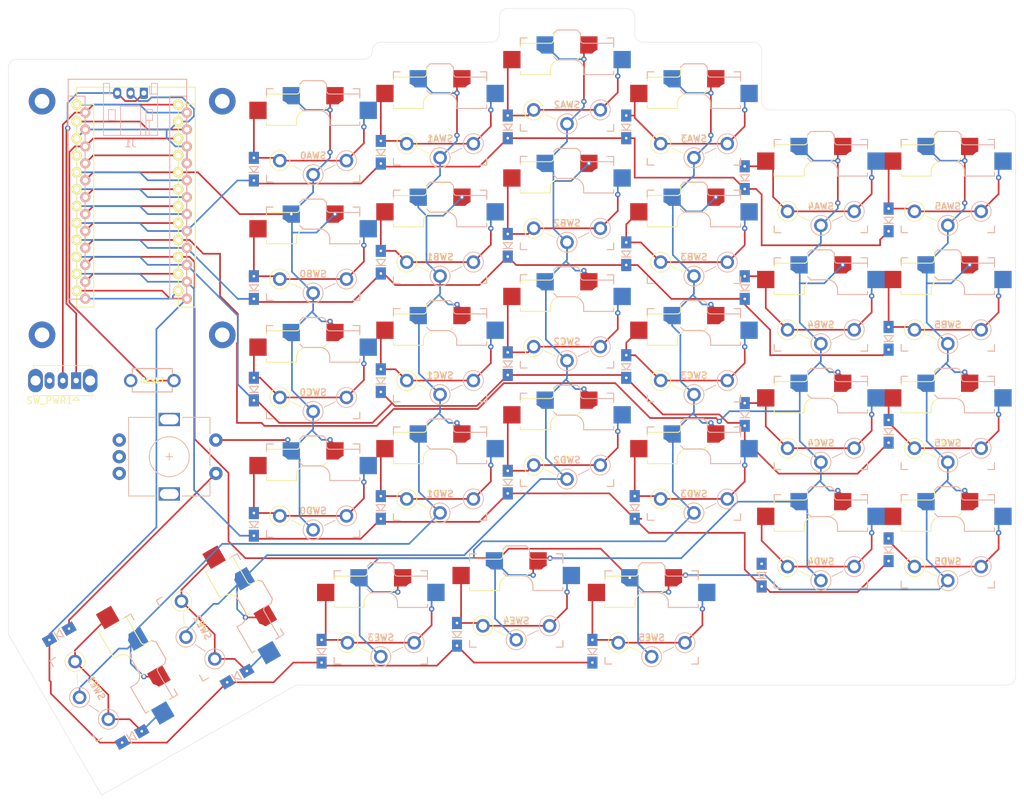
<source format=kicad_pcb>
(kicad_pcb (version 20171130) (host pcbnew "(5.1.6-0-10_14)")
  (layers (0 F.Cu signal) (31 B.Cu signal) (34 B.Paste user hide) (35 F.Paste user hide) (36 B.SilkS user hide) (37 F.SilkS user) (38 B.Mask user hide) (39 F.Mask user hide) (44 Edge.Cuts user))
  (net 0 "")
  (net 1 "Net-(U1-Pad6)")
  (net 2 "Net-(U1-Pad1)")
  (net 3 "Net-(U1-Pad2)")
  (net 4 "Net-(U1-Pad7)")
  (net 5 "Net-(U1-Pad5)")
  (net 6 "Net-(DA0-Pad2)")
  (net 7 rowA)
  (net 8 "Net-(DA1-Pad2)")
  (net 9 "Net-(DA2-Pad2)")
  (net 10 "Net-(DA3-Pad2)")
  (net 11 "Net-(DA4-Pad2)")
  (net 12 "Net-(DA5-Pad2)")
  (net 13 "Net-(DB0-Pad2)")
  (net 14 rowB)
  (net 15 "Net-(DB1-Pad2)")
  (net 16 "Net-(DB2-Pad2)")
  (net 17 "Net-(DB3-Pad2)")
  (net 18 "Net-(DB4-Pad2)")
  (net 19 "Net-(DB5-Pad2)")
  (net 20 "Net-(DC0-Pad2)")
  (net 21 rowC)
  (net 22 "Net-(DC1-Pad2)")
  (net 23 "Net-(DC2-Pad2)")
  (net 24 "Net-(DC3-Pad2)")
  (net 25 "Net-(DC4-Pad2)")
  (net 26 "Net-(DC5-Pad2)")
  (net 27 "Net-(DD0-Pad2)")
  (net 28 rowD)
  (net 29 "Net-(DD1-Pad2)")
  (net 30 "Net-(DD2-Pad2)")
  (net 31 "Net-(DD3-Pad2)")
  (net 32 "Net-(DD4-Pad2)")
  (net 33 "Net-(DD5-Pad2)")
  (net 34 rowE)
  (net 35 "Net-(DE1-Pad2)")
  (net 36 "Net-(DE2-Pad2)")
  (net 37 "Net-(DE3-Pad2)")
  (net 38 "Net-(DE4-Pad2)")
  (net 39 "Net-(DE5-Pad2)")
  (net 40 VCC)
  (net 41 GND)
  (net 42 RESET)
  (net 43 col1)
  (net 44 col2)
  (net 45 col3)
  (net 46 col4)
  (net 47 col5)
  (net 48 ENCB)
  (net 49 ENCA)
  (net 50 "Net-(U1-Pad21)")
  (net 51 "Net-(SW_PWR1-Pad3)")
  (net 52 "Net-(J1-Pad1)")
  (net 53 "Net-(DE0-Pad2)")
  (net 54 col0)
  (module Didot:Kailh_socket_PG1350_optional_reversible (layer F.Cu) (at 203.2 64.77)
    (fp_text reference SWB5 (at 0 3.04) (layer F.SilkS))
    (fp_text value SW_KEY)
    (fp_text user %R (at 0 3.04) (layer B.SilkS) (effects (justify mirror)))
    (fp_text user %R (at 0 3.04) (layer B.SilkS) (effects (justify mirror)))
    (pad 2 thru_hole circle (at -5 3.8) (size 2.032 2.032) (drill 1.27) (layers *.Cu *.Mask) (net 19 "Net-(DB5-Pad2)"))
    (pad 2 smd rect (at 8.275 -3.75) (size 2.6 2.6) (layers B.Cu B.Paste B.Mask) (net 19 "Net-(DB5-Pad2)"))
    (pad 1 smd rect (at -3.275 -5.95) (size 2.6 2.6) (layers B.Cu B.Paste B.Mask) (net 47 col5))
    (pad "" np_thru_hole circle (at 5 -3.75) (size 3 3) (drill 3) (layers *.Cu *.Mask))
    (pad 2 smd rect (at -8.275 -3.75) (size 2.6 2.6) (layers F.Cu F.Paste F.Mask) (net 19 "Net-(DB5-Pad2)"))
    (pad "" np_thru_hole circle (at 0 -5.95) (size 3 3) (drill 3) (layers *.Cu *.Mask))
    (pad 1 thru_hole circle (at 0 5.9) (size 2.032 2.032) (drill 1.27) (layers *.Cu *.Mask) (net 47 col5))
    (pad 2 thru_hole circle (at 5 3.8) (size 2.032 2.032) (drill 1.27) (layers *.Cu *.Mask) (net 19 "Net-(DB5-Pad2)"))
    (pad "" np_thru_hole circle (at 0 0) (size 3.429 3.429) (drill 3.429) (layers *.Cu *.Mask))
    (pad "" np_thru_hole circle (at -5 -3.75) (size 3 3) (drill 3) (layers *.Cu *.Mask))
    (pad 1 smd rect (at 3.275 -5.95) (size 2.6 2.6) (layers F.Cu F.Paste F.Mask) (net 47 col5))
    (pad "" np_thru_hole circle (at 5.5 0) (size 1.7018 1.7018) (drill 1.7018) (layers *.Cu *.Mask))
    (pad "" np_thru_hole circle (at -5.5 0) (size 1.7018 1.7018) (drill 1.7018) (layers *.Cu *.Mask))
  )
  (module Didot:M2_HOLE_PCB (layer F.Cu) (at 94.32 34.25)
    (fp_text reference TH4 hide)
    (fp_text value HOLE hide)
    (pad "" thru_hole circle (at 0 0) (size 4 4) (drill 2.2) (layers *.Cu *.Mask Dwgs.User))
  )
  (module Didot:M2_HOLE_PCB (layer F.Cu) (at 94.32 69.33)
    (fp_text reference TH3 hide)
    (fp_text value HOLE hide)
    (pad "" thru_hole circle (at 0 0) (size 4 4) (drill 2.2) (layers *.Cu *.Mask Dwgs.User))
  )
  (module Didot:M2_HOLE_PCB (layer F.Cu) (at 67.27 69.33)
    (fp_text reference TH2 hide)
    (fp_text value HOLE hide)
    (pad "" thru_hole circle (at 0 0) (size 4 4) (drill 2.2) (layers *.Cu *.Mask Dwgs.User))
  )
  (module Didot:M2_HOLE_PCB (layer F.Cu) (at 67.27 34.25)
    (fp_text reference TH1 hide)
    (fp_text value HOLE hide)
    (pad "" thru_hole circle (at 0 0) (size 4 4) (drill 2.2) (layers *.Cu *.Mask Dwgs.User))
  )
  (module Didot:Kailh_socket_PG1350_optional_reversible_1.5u (layer F.Cu) (at 93.98 111.76 300)
    (fp_text reference SWE2 (at 0 3.04 120) (layer F.SilkS))
    (fp_text value SW_KEY)
    (fp_text user %R (at 0 3.04 120) (layer B.SilkS) (effects (justify mirror)))
    (fp_text user %R (at 0 3.04 120) (layer B.SilkS) (effects (justify mirror)))
    (pad 2 thru_hole circle (at -5 3.8 300) (size 2.032 2.032) (drill 1.27) (layers *.Cu *.Mask) (net 36 "Net-(DE2-Pad2)"))
    (pad 2 smd rect (at 8.275 -3.75 300) (size 2.6 2.6) (layers B.Cu B.Paste B.Mask) (net 36 "Net-(DE2-Pad2)"))
    (pad 1 smd rect (at -3.275 -5.95 300) (size 2.6 2.6) (layers B.Cu B.Paste B.Mask) (net 44 col2))
    (pad "" np_thru_hole circle (at 5 -3.75 300) (size 3 3) (drill 3) (layers *.Cu *.Mask))
    (pad 2 smd rect (at -8.275 -3.75 300) (size 2.6 2.6) (layers F.Cu F.Paste F.Mask) (net 36 "Net-(DE2-Pad2)"))
    (pad "" np_thru_hole circle (at 0 -5.95 300) (size 3 3) (drill 3) (layers *.Cu *.Mask))
    (pad 1 thru_hole circle (at 0 5.9 300) (size 2.032 2.032) (drill 1.27) (layers *.Cu *.Mask) (net 44 col2))
    (pad 2 thru_hole circle (at 5 3.8 300) (size 2.032 2.032) (drill 1.27) (layers *.Cu *.Mask) (net 36 "Net-(DE2-Pad2)"))
    (pad "" np_thru_hole circle (at 0 0 300) (size 3.429 3.429) (drill 3.429) (layers *.Cu *.Mask))
    (pad "" np_thru_hole circle (at -5 -3.75 300) (size 3 3) (drill 3) (layers *.Cu *.Mask))
    (pad 1 smd rect (at 3.275 -5.95 300) (size 2.6 2.6) (layers F.Cu F.Paste F.Mask) (net 44 col2))
    (pad "" np_thru_hole circle (at 5.5 0 300) (size 1.7018 1.7018) (drill 1.7018) (layers *.Cu *.Mask))
    (pad "" np_thru_hole circle (at -5.5 0 300) (size 1.7018 1.7018) (drill 1.7018) (layers *.Cu *.Mask))
  )
  (module Button_Switch_THT:SW_Slide_1P2T_CK_OS102011MS2Q (layer F.Cu) (at 72.39 76.2 180)
    (fp_text reference SW_PWR1 (at 3.99 -2.99) (layer F.SilkS))
    (fp_text value SW_SPDT hide)
    (pad "" thru_hole oval (at 6.1 0 180) (size 2.2 3.5) (drill 1.5) (layers *.Cu *.Mask))
    (pad "" thru_hole oval (at -2.1 0 180) (size 2.2 3.5) (drill 1.5) (layers *.Cu *.Mask))
    (pad 3 thru_hole oval (at 4 0 180) (size 1.5 2.5) (drill 0.8) (layers *.Cu *.Mask) (net 51 "Net-(SW_PWR1-Pad3)"))
    (pad 2 thru_hole oval (at 2 0 180) (size 1.5 2.5) (drill 0.8) (layers *.Cu *.Mask) (net 40 VCC))
    (pad 1 thru_hole rect (at 0 0 180) (size 1.5 2.5) (drill 0.8) (layers *.Cu *.Mask) (net 52 "Net-(J1-Pad1)"))
  )
  (module Connector_JST:JST_PH_S3B-PH-K_1x03_P2.00mm_Horizontal (layer B.Cu) (at 82.55 33.02 180)
    (fp_text reference J1 (at 2 -7.62) (layer B.SilkS) (effects (justify mirror)))
    (fp_text value JST_BATTERY hide)
    (pad 3 thru_hole oval (at 4 0 180) (size 1.2 1.75) (drill 0.75) (layers *.Cu *.Mask) (net 52 "Net-(J1-Pad1)"))
    (pad 2 thru_hole oval (at 2 0 180) (size 1.2 1.75) (drill 0.75) (layers *.Cu *.Mask) (net 41 GND))
    (pad 1 thru_hole roundrect (at 0 0 180) (size 1.2 1.75) (drill 0.75) (layers *.Cu *.Mask) (roundrect_rratio 0.208333) (net 52 "Net-(J1-Pad1)"))
  )
  (module Didot:Kailh_socket_PG1350_optional_reversible (layer F.Cu) (at 165.1 54.61)
    (fp_text reference SWB3 (at 0 3.04) (layer F.SilkS))
    (fp_text value SW_KEY)
    (fp_text user %R (at 0 3.04) (layer B.SilkS) (effects (justify mirror)))
    (fp_text user %R (at 0 3.04) (layer B.SilkS) (effects (justify mirror)))
    (pad 2 thru_hole circle (at -5 3.8) (size 2.032 2.032) (drill 1.27) (layers *.Cu *.Mask) (net 17 "Net-(DB3-Pad2)"))
    (pad 2 smd rect (at 8.275 -3.75) (size 2.6 2.6) (layers B.Cu B.Paste B.Mask) (net 17 "Net-(DB3-Pad2)"))
    (pad 1 smd rect (at -3.275 -5.95) (size 2.6 2.6) (layers B.Cu B.Paste B.Mask) (net 45 col3))
    (pad "" np_thru_hole circle (at 5 -3.75) (size 3 3) (drill 3) (layers *.Cu *.Mask))
    (pad 2 smd rect (at -8.275 -3.75) (size 2.6 2.6) (layers F.Cu F.Paste F.Mask) (net 17 "Net-(DB3-Pad2)"))
    (pad "" np_thru_hole circle (at 0 -5.95) (size 3 3) (drill 3) (layers *.Cu *.Mask))
    (pad 1 thru_hole circle (at 0 5.9) (size 2.032 2.032) (drill 1.27) (layers *.Cu *.Mask) (net 45 col3))
    (pad 2 thru_hole circle (at 5 3.8) (size 2.032 2.032) (drill 1.27) (layers *.Cu *.Mask) (net 17 "Net-(DB3-Pad2)"))
    (pad "" np_thru_hole circle (at 0 0) (size 3.429 3.429) (drill 3.429) (layers *.Cu *.Mask))
    (pad "" np_thru_hole circle (at -5 -3.75) (size 3 3) (drill 3) (layers *.Cu *.Mask))
    (pad 1 smd rect (at 3.275 -5.95) (size 2.6 2.6) (layers F.Cu F.Paste F.Mask) (net 45 col3))
    (pad "" np_thru_hole circle (at 5.5 0) (size 1.7018 1.7018) (drill 1.7018) (layers *.Cu *.Mask))
    (pad "" np_thru_hole circle (at -5.5 0) (size 1.7018 1.7018) (drill 1.7018) (layers *.Cu *.Mask))
  )
  (module Didot:Kailh_socket_PG1350_optional_reversible_1.5u (layer F.Cu) (at 78.0111 120.819 300)
    (fp_text reference SWE1 (at 0 3.04 120) (layer F.SilkS))
    (fp_text value SW_KEY)
    (fp_text user %R (at 0 3.04 120) (layer B.SilkS) (effects (justify mirror)))
    (fp_text user %R (at 0 3.04 120) (layer B.SilkS) (effects (justify mirror)))
    (pad 2 thru_hole circle (at -5 3.8 300) (size 2.032 2.032) (drill 1.27) (layers *.Cu *.Mask) (net 35 "Net-(DE1-Pad2)"))
    (pad 2 smd rect (at 8.275 -3.75 300) (size 2.6 2.6) (layers B.Cu B.Paste B.Mask) (net 35 "Net-(DE1-Pad2)"))
    (pad 1 smd rect (at -3.275 -5.95 300) (size 2.6 2.6) (layers B.Cu B.Paste B.Mask) (net 43 col1))
    (pad "" np_thru_hole circle (at 5 -3.75 300) (size 3 3) (drill 3) (layers *.Cu *.Mask))
    (pad 2 smd rect (at -8.275 -3.75 300) (size 2.6 2.6) (layers F.Cu F.Paste F.Mask) (net 35 "Net-(DE1-Pad2)"))
    (pad "" np_thru_hole circle (at 0 -5.95 300) (size 3 3) (drill 3) (layers *.Cu *.Mask))
    (pad 1 thru_hole circle (at 0 5.9 300) (size 2.032 2.032) (drill 1.27) (layers *.Cu *.Mask) (net 43 col1))
    (pad 2 thru_hole circle (at 5 3.8 300) (size 2.032 2.032) (drill 1.27) (layers *.Cu *.Mask) (net 35 "Net-(DE1-Pad2)"))
    (pad "" np_thru_hole circle (at 0 0 300) (size 3.429 3.429) (drill 3.429) (layers *.Cu *.Mask))
    (pad "" np_thru_hole circle (at -5 -3.75 300) (size 3 3) (drill 3) (layers *.Cu *.Mask))
    (pad 1 smd rect (at 3.275 -5.95 300) (size 2.6 2.6) (layers F.Cu F.Paste F.Mask) (net 43 col1))
    (pad "" np_thru_hole circle (at 5.5 0 300) (size 1.7018 1.7018) (drill 1.7018) (layers *.Cu *.Mask))
    (pad "" np_thru_hole circle (at -5.5 0 300) (size 1.7018 1.7018) (drill 1.7018) (layers *.Cu *.Mask))
  )
  (module Didot:Diode_SOD123 (layer F.Cu) (at 149.86 116.84 90)
    (fp_text reference DE5)
    (fp_text value 1N4148W hide)
    (pad 2 thru_hole rect (at 1.7 0 90) (size 1.8 1.5) (drill 0.4) (layers *.Cu *.Mask) (net 39 "Net-(DE5-Pad2)"))
    (pad 1 thru_hole rect (at -1.7 0 90) (size 1.8 1.5) (drill 0.4) (layers *.Cu *.Mask) (net 34 rowE))
  )
  (module Didot:Diode_SOD123 (layer F.Cu) (at 129.54 114.3 90)
    (fp_text reference DE4)
    (fp_text value 1N4148W hide)
    (pad 2 thru_hole rect (at 1.7 0 90) (size 1.8 1.5) (drill 0.4) (layers *.Cu *.Mask) (net 38 "Net-(DE4-Pad2)"))
    (pad 1 thru_hole rect (at -1.7 0 90) (size 1.8 1.5) (drill 0.4) (layers *.Cu *.Mask) (net 34 rowE))
  )
  (module Didot:Diode_SOD123 (layer F.Cu) (at 109.22 116.84 90)
    (fp_text reference DE3)
    (fp_text value 1N4148W hide)
    (pad 2 thru_hole rect (at 1.7 0 90) (size 1.8 1.5) (drill 0.4) (layers *.Cu *.Mask) (net 37 "Net-(DE3-Pad2)"))
    (pad 1 thru_hole rect (at -1.7 0 90) (size 1.8 1.5) (drill 0.4) (layers *.Cu *.Mask) (net 34 rowE))
  )
  (module Didot:Diode_SOD123 (layer F.Cu) (at 96.52 120.65 30)
    (fp_text reference DE2)
    (fp_text value 1N4148W hide)
    (pad 2 thru_hole rect (at 1.7 0 30) (size 1.8 1.5) (drill 0.4) (layers *.Cu *.Mask) (net 36 "Net-(DE2-Pad2)"))
    (pad 1 thru_hole rect (at -1.7 0 30) (size 1.8 1.5) (drill 0.4) (layers *.Cu *.Mask) (net 34 rowE))
  )
  (module Didot:Diode_SOD123 (layer F.Cu) (at 80.7611 129.709 30)
    (fp_text reference DE1)
    (fp_text value 1N4148W hide)
    (pad 2 thru_hole rect (at 1.7 0 30) (size 1.8 1.5) (drill 0.4) (layers *.Cu *.Mask) (net 35 "Net-(DE1-Pad2)"))
    (pad 1 thru_hole rect (at -1.7 0 30) (size 1.8 1.5) (drill 0.4) (layers *.Cu *.Mask) (net 34 rowE))
  )
  (module Didot:Diode_SOD123 (layer F.Cu) (at 69.85 114.3 30)
    (fp_text reference DE0)
    (fp_text value 1N4148W hide)
    (pad 2 thru_hole rect (at 1.7 0 30) (size 1.8 1.5) (drill 0.4) (layers *.Cu *.Mask) (net 53 "Net-(DE0-Pad2)"))
    (pad 1 thru_hole rect (at -1.7 0 30) (size 1.8 1.5) (drill 0.4) (layers *.Cu *.Mask) (net 34 rowE))
  )
  (module Didot:Diode_SOD123 (layer F.Cu) (at 194.31 101.6 90)
    (fp_text reference DD5)
    (fp_text value 1N4148W hide)
    (pad 2 thru_hole rect (at 1.7 0 90) (size 1.8 1.5) (drill 0.4) (layers *.Cu *.Mask) (net 33 "Net-(DD5-Pad2)"))
    (pad 1 thru_hole rect (at -1.7 0 90) (size 1.8 1.5) (drill 0.4) (layers *.Cu *.Mask) (net 28 rowD))
  )
  (module Didot:Diode_SOD123 (layer F.Cu) (at 175.26 105.41 90)
    (fp_text reference DD4)
    (fp_text value 1N4148W hide)
    (pad 2 thru_hole rect (at 1.7 0 90) (size 1.8 1.5) (drill 0.4) (layers *.Cu *.Mask) (net 32 "Net-(DD4-Pad2)"))
    (pad 1 thru_hole rect (at -1.7 0 90) (size 1.8 1.5) (drill 0.4) (layers *.Cu *.Mask) (net 28 rowD))
  )
  (module Didot:Diode_SOD123 (layer F.Cu) (at 156.21 95.25 90)
    (fp_text reference DD3)
    (fp_text value 1N4148W hide)
    (pad 2 thru_hole rect (at 1.7 0 90) (size 1.8 1.5) (drill 0.4) (layers *.Cu *.Mask) (net 31 "Net-(DD3-Pad2)"))
    (pad 1 thru_hole rect (at -1.7 0 90) (size 1.8 1.5) (drill 0.4) (layers *.Cu *.Mask) (net 28 rowD))
  )
  (module Didot:Diode_SOD123 (layer F.Cu) (at 137.16 91.44 90)
    (fp_text reference DD2)
    (fp_text value 1N4148W hide)
    (pad 2 thru_hole rect (at 1.7 0 90) (size 1.8 1.5) (drill 0.4) (layers *.Cu *.Mask) (net 30 "Net-(DD2-Pad2)"))
    (pad 1 thru_hole rect (at -1.7 0 90) (size 1.8 1.5) (drill 0.4) (layers *.Cu *.Mask) (net 28 rowD))
  )
  (module Didot:Diode_SOD123 (layer F.Cu) (at 118.11 95.25 90)
    (fp_text reference DD1)
    (fp_text value 1N4148W hide)
    (pad 2 thru_hole rect (at 1.7 0 90) (size 1.8 1.5) (drill 0.4) (layers *.Cu *.Mask) (net 29 "Net-(DD1-Pad2)"))
    (pad 1 thru_hole rect (at -1.7 0 90) (size 1.8 1.5) (drill 0.4) (layers *.Cu *.Mask) (net 28 rowD))
  )
  (module Didot:Diode_SOD123 (layer F.Cu) (at 99.06 97.79 90)
    (fp_text reference DD0)
    (fp_text value 1N4148W hide)
    (pad 2 thru_hole rect (at 1.7 0 90) (size 1.8 1.5) (drill 0.4) (layers *.Cu *.Mask) (net 27 "Net-(DD0-Pad2)"))
    (pad 1 thru_hole rect (at -1.7 0 90) (size 1.8 1.5) (drill 0.4) (layers *.Cu *.Mask) (net 28 rowD))
  )
  (module Didot:Diode_SOD123 (layer F.Cu) (at 194.31 83.82 90)
    (fp_text reference DC5)
    (fp_text value 1N4148W hide)
    (pad 2 thru_hole rect (at 1.7 0 90) (size 1.8 1.5) (drill 0.4) (layers *.Cu *.Mask) (net 26 "Net-(DC5-Pad2)"))
    (pad 1 thru_hole rect (at -1.7 0 90) (size 1.8 1.5) (drill 0.4) (layers *.Cu *.Mask) (net 21 rowC))
  )
  (module Didot:Diode_SOD123 (layer F.Cu) (at 172.72 81.28 90)
    (fp_text reference DC4)
    (fp_text value 1N4148W hide)
    (pad 2 thru_hole rect (at 1.7 0 90) (size 1.8 1.5) (drill 0.4) (layers *.Cu *.Mask) (net 25 "Net-(DC4-Pad2)"))
    (pad 1 thru_hole rect (at -1.7 0 90) (size 1.8 1.5) (drill 0.4) (layers *.Cu *.Mask) (net 21 rowC))
  )
  (module Didot:Diode_SOD123 (layer F.Cu) (at 154.94 74.09 90)
    (fp_text reference DC3)
    (fp_text value 1N4148W hide)
    (pad 2 thru_hole rect (at 1.7 0 90) (size 1.8 1.5) (drill 0.4) (layers *.Cu *.Mask) (net 24 "Net-(DC3-Pad2)"))
    (pad 1 thru_hole rect (at -1.7 0 90) (size 1.8 1.5) (drill 0.4) (layers *.Cu *.Mask) (net 21 rowC))
  )
  (module Didot:Diode_SOD123 (layer F.Cu) (at 137.16 73.66 90)
    (fp_text reference DC2)
    (fp_text value 1N4148W hide)
    (pad 2 thru_hole rect (at 1.7 0 90) (size 1.8 1.5) (drill 0.4) (layers *.Cu *.Mask) (net 23 "Net-(DC2-Pad2)"))
    (pad 1 thru_hole rect (at -1.7 0 90) (size 1.8 1.5) (drill 0.4) (layers *.Cu *.Mask) (net 21 rowC))
  )
  (module Didot:Diode_SOD123 (layer F.Cu) (at 118.11 76.2 90)
    (fp_text reference DC1)
    (fp_text value 1N4148W hide)
    (pad 2 thru_hole rect (at 1.7 0 90) (size 1.8 1.5) (drill 0.4) (layers *.Cu *.Mask) (net 22 "Net-(DC1-Pad2)"))
    (pad 1 thru_hole rect (at -1.7 0 90) (size 1.8 1.5) (drill 0.4) (layers *.Cu *.Mask) (net 21 rowC))
  )
  (module Didot:Diode_SOD123 (layer F.Cu) (at 99.06 77.47 90)
    (fp_text reference DC0)
    (fp_text value 1N4148W hide)
    (pad 2 thru_hole rect (at 1.7 0 90) (size 1.8 1.5) (drill 0.4) (layers *.Cu *.Mask) (net 20 "Net-(DC0-Pad2)"))
    (pad 1 thru_hole rect (at -1.7 0 90) (size 1.8 1.5) (drill 0.4) (layers *.Cu *.Mask) (net 21 rowC))
  )
  (module Didot:Diode_SOD123 (layer F.Cu) (at 194.31 69.85 90)
    (fp_text reference DB5)
    (fp_text value 1N4148W hide)
    (pad 2 thru_hole rect (at 1.7 0 90) (size 1.8 1.5) (drill 0.4) (layers *.Cu *.Mask) (net 19 "Net-(DB5-Pad2)"))
    (pad 1 thru_hole rect (at -1.7 0 90) (size 1.8 1.5) (drill 0.4) (layers *.Cu *.Mask) (net 14 rowB))
  )
  (module Didot:Diode_SOD123 (layer F.Cu) (at 172.72 62.23 90)
    (fp_text reference DB4)
    (fp_text value 1N4148W hide)
    (pad 2 thru_hole rect (at 1.7 0 90) (size 1.8 1.5) (drill 0.4) (layers *.Cu *.Mask) (net 18 "Net-(DB4-Pad2)"))
    (pad 1 thru_hole rect (at -1.7 0 90) (size 1.8 1.5) (drill 0.4) (layers *.Cu *.Mask) (net 14 rowB))
  )
  (module Didot:Diode_SOD123 (layer F.Cu) (at 154.94 57.15 90)
    (fp_text reference DB3)
    (fp_text value 1N4148W hide)
    (pad 2 thru_hole rect (at 1.7 0 90) (size 1.8 1.5) (drill 0.4) (layers *.Cu *.Mask) (net 17 "Net-(DB3-Pad2)"))
    (pad 1 thru_hole rect (at -1.7 0 90) (size 1.8 1.5) (drill 0.4) (layers *.Cu *.Mask) (net 14 rowB))
  )
  (module Didot:Diode_SOD123 (layer F.Cu) (at 137.16 55.88 90)
    (fp_text reference DB2)
    (fp_text value 1N4148W hide)
    (pad 2 thru_hole rect (at 1.7 0 90) (size 1.8 1.5) (drill 0.4) (layers *.Cu *.Mask) (net 16 "Net-(DB2-Pad2)"))
    (pad 1 thru_hole rect (at -1.7 0 90) (size 1.8 1.5) (drill 0.4) (layers *.Cu *.Mask) (net 14 rowB))
  )
  (module Didot:Diode_SOD123 (layer F.Cu) (at 118.11 58.42 90)
    (fp_text reference DB1)
    (fp_text value 1N4148W hide)
    (pad 2 thru_hole rect (at 1.7 0 90) (size 1.8 1.5) (drill 0.4) (layers *.Cu *.Mask) (net 15 "Net-(DB1-Pad2)"))
    (pad 1 thru_hole rect (at -1.7 0 90) (size 1.8 1.5) (drill 0.4) (layers *.Cu *.Mask) (net 14 rowB))
  )
  (module Didot:Diode_SOD123 (layer F.Cu) (at 99.06 62.23 90)
    (fp_text reference DB0)
    (fp_text value 1N4148W hide)
    (pad 2 thru_hole rect (at 1.7 0 90) (size 1.8 1.5) (drill 0.4) (layers *.Cu *.Mask) (net 13 "Net-(DB0-Pad2)"))
    (pad 1 thru_hole rect (at -1.7 0 90) (size 1.8 1.5) (drill 0.4) (layers *.Cu *.Mask) (net 14 rowB))
  )
  (module Didot:Diode_SOD123 (layer F.Cu) (at 194.31 52.07 90)
    (fp_text reference DA5)
    (fp_text value 1N4148W hide)
    (pad 2 thru_hole rect (at 1.7 0 90) (size 1.8 1.5) (drill 0.4) (layers *.Cu *.Mask) (net 12 "Net-(DA5-Pad2)"))
    (pad 1 thru_hole rect (at -1.7 0 90) (size 1.8 1.5) (drill 0.4) (layers *.Cu *.Mask) (net 7 rowA))
  )
  (module Didot:Diode_SOD123 (layer F.Cu) (at 172.72 45.72 90)
    (fp_text reference DA4)
    (fp_text value 1N4148W hide)
    (pad 2 thru_hole rect (at 1.7 0 90) (size 1.8 1.5) (drill 0.4) (layers *.Cu *.Mask) (net 11 "Net-(DA4-Pad2)"))
    (pad 1 thru_hole rect (at -1.7 0 90) (size 1.8 1.5) (drill 0.4) (layers *.Cu *.Mask) (net 7 rowA))
  )
  (module Didot:Diode_SOD123 (layer F.Cu) (at 154.94 38.1 90)
    (fp_text reference DA3)
    (fp_text value 1N4148W hide)
    (pad 2 thru_hole rect (at 1.7 0 90) (size 1.8 1.5) (drill 0.4) (layers *.Cu *.Mask) (net 10 "Net-(DA3-Pad2)"))
    (pad 1 thru_hole rect (at -1.7 0 90) (size 1.8 1.5) (drill 0.4) (layers *.Cu *.Mask) (net 7 rowA))
  )
  (module Didot:Diode_SOD123 (layer F.Cu) (at 137.16 38.1 90)
    (fp_text reference DA2)
    (fp_text value 1N4148W hide)
    (pad 2 thru_hole rect (at 1.7 0 90) (size 1.8 1.5) (drill 0.4) (layers *.Cu *.Mask) (net 9 "Net-(DA2-Pad2)"))
    (pad 1 thru_hole rect (at -1.7 0 90) (size 1.8 1.5) (drill 0.4) (layers *.Cu *.Mask) (net 7 rowA))
  )
  (module Didot:Diode_SOD123 (layer F.Cu) (at 118.11 41.91 90)
    (fp_text reference DA1)
    (fp_text value 1N4148W hide)
    (pad 2 thru_hole rect (at 1.7 0 90) (size 1.8 1.5) (drill 0.4) (layers *.Cu *.Mask) (net 8 "Net-(DA1-Pad2)"))
    (pad 1 thru_hole rect (at -1.7 0 90) (size 1.8 1.5) (drill 0.4) (layers *.Cu *.Mask) (net 7 rowA))
  )
  (module Didot:Diode_SOD123 (layer F.Cu) (at 99.06 44.45 90)
    (fp_text reference DA0)
    (fp_text value 1N4148W hide)
    (pad 2 thru_hole rect (at 1.7 0 90) (size 1.8 1.5) (drill 0.4) (layers *.Cu *.Mask) (net 6 "Net-(DA0-Pad2)"))
    (pad 1 thru_hole rect (at -1.7 0 90) (size 1.8 1.5) (drill 0.4) (layers *.Cu *.Mask) (net 7 rowA))
  )
  (module Didot:RotaryEncoder_Alps_EC11E-Switch_Vertical_H20mm-keebio_modified (layer F.Cu) (at 86.36 87.63)
    (fp_text reference SWENC1 hide)
    (fp_text value Rotary_Encoder_Switch)
    (pad S2 thru_hole circle (at 7 2.5) (size 2 2) (drill 1) (layers *.Cu *.Mask) (net 53 "Net-(DE0-Pad2)"))
    (pad S1 thru_hole circle (at 7 -2.5) (size 2 2) (drill 1) (layers *.Cu *.Mask) (net 54 col0))
    (pad MP thru_hole rect (at 0 5.6) (size 3.2 2) (drill oval 2.8 1.5) (layers *.Cu *.Mask))
    (pad MP thru_hole rect (at 0 -5.6) (size 3.2 2) (drill oval 2.8 1.5) (layers *.Cu *.Mask))
    (pad B thru_hole circle (at -7.5 2.5) (size 2 2) (drill 1) (layers *.Cu *.Mask) (net 48 ENCB))
    (pad C thru_hole circle (at -7.5 0) (size 2 2) (drill 1) (layers *.Cu *.Mask) (net 41 GND))
    (pad A thru_hole circle (at -7.5 -2.5) (size 2 2) (drill 1) (layers *.Cu *.Mask) (net 49 ENCA))
  )
  (module Didot:TACT_SWITCH_TVBP06 (layer F.Cu) (at 83.82 76.2)
    (fp_text reference SW_RESET1 hide)
    (fp_text value SW_Push hide)
    (fp_text user RESET (at 0 0 -180) (layer F.SilkS) (effects (font (size 0.8 0.8))))
    (fp_text user RESET (at 0 0 -180) (layer F.SilkS) (effects (font (size 0.8 0.8))))
    (pad 2 thru_hole circle (at 3.25 0) (size 2 2) (drill 1.3) (layers *.Cu *.Mask) (net 42 RESET))
    (pad 1 thru_hole circle (at -3.25 0) (size 2 2) (drill 1.3) (layers *.Cu *.Mask) (net 41 GND))
  )
  (module Didot:Kailh_socket_PG1350_optional_reversible (layer F.Cu) (at 158.75 111.76)
    (fp_text reference SWE5 (at 0 3.04) (layer F.SilkS))
    (fp_text value SW_KEY)
    (fp_text user %R (at 0 3.04) (layer B.SilkS) (effects (justify mirror)))
    (fp_text user %R (at 0 3.04) (layer B.SilkS) (effects (justify mirror)))
    (pad 2 thru_hole circle (at -5 3.8) (size 2.032 2.032) (drill 1.27) (layers *.Cu *.Mask) (net 39 "Net-(DE5-Pad2)"))
    (pad 2 smd rect (at 8.275 -3.75) (size 2.6 2.6) (layers B.Cu B.Paste B.Mask) (net 39 "Net-(DE5-Pad2)"))
    (pad 1 smd rect (at -3.275 -5.95) (size 2.6 2.6) (layers B.Cu B.Paste B.Mask) (net 47 col5))
    (pad "" np_thru_hole circle (at 5 -3.75) (size 3 3) (drill 3) (layers *.Cu *.Mask))
    (pad 2 smd rect (at -8.275 -3.75) (size 2.6 2.6) (layers F.Cu F.Paste F.Mask) (net 39 "Net-(DE5-Pad2)"))
    (pad "" np_thru_hole circle (at 0 -5.95) (size 3 3) (drill 3) (layers *.Cu *.Mask))
    (pad 1 thru_hole circle (at 0 5.9) (size 2.032 2.032) (drill 1.27) (layers *.Cu *.Mask) (net 47 col5))
    (pad 2 thru_hole circle (at 5 3.8) (size 2.032 2.032) (drill 1.27) (layers *.Cu *.Mask) (net 39 "Net-(DE5-Pad2)"))
    (pad "" np_thru_hole circle (at 0 0) (size 3.429 3.429) (drill 3.429) (layers *.Cu *.Mask))
    (pad "" np_thru_hole circle (at -5 -3.75) (size 3 3) (drill 3) (layers *.Cu *.Mask))
    (pad 1 smd rect (at 3.275 -5.95) (size 2.6 2.6) (layers F.Cu F.Paste F.Mask) (net 47 col5))
    (pad "" np_thru_hole circle (at 5.5 0) (size 1.7018 1.7018) (drill 1.7018) (layers *.Cu *.Mask))
    (pad "" np_thru_hole circle (at -5.5 0) (size 1.7018 1.7018) (drill 1.7018) (layers *.Cu *.Mask))
  )
  (module Didot:Kailh_socket_PG1350_optional_reversible (layer F.Cu) (at 138.43 109.22)
    (fp_text reference SWE4 (at 0 3.04) (layer F.SilkS))
    (fp_text value SW_KEY)
    (fp_text user %R (at 0 3.04) (layer B.SilkS) (effects (justify mirror)))
    (fp_text user %R (at 0 3.04) (layer B.SilkS) (effects (justify mirror)))
    (pad 2 thru_hole circle (at -5 3.8) (size 2.032 2.032) (drill 1.27) (layers *.Cu *.Mask) (net 38 "Net-(DE4-Pad2)"))
    (pad 2 smd rect (at 8.275 -3.75) (size 2.6 2.6) (layers B.Cu B.Paste B.Mask) (net 38 "Net-(DE4-Pad2)"))
    (pad 1 smd rect (at -3.275 -5.95) (size 2.6 2.6) (layers B.Cu B.Paste B.Mask) (net 46 col4))
    (pad "" np_thru_hole circle (at 5 -3.75) (size 3 3) (drill 3) (layers *.Cu *.Mask))
    (pad 2 smd rect (at -8.275 -3.75) (size 2.6 2.6) (layers F.Cu F.Paste F.Mask) (net 38 "Net-(DE4-Pad2)"))
    (pad "" np_thru_hole circle (at 0 -5.95) (size 3 3) (drill 3) (layers *.Cu *.Mask))
    (pad 1 thru_hole circle (at 0 5.9) (size 2.032 2.032) (drill 1.27) (layers *.Cu *.Mask) (net 46 col4))
    (pad 2 thru_hole circle (at 5 3.8) (size 2.032 2.032) (drill 1.27) (layers *.Cu *.Mask) (net 38 "Net-(DE4-Pad2)"))
    (pad "" np_thru_hole circle (at 0 0) (size 3.429 3.429) (drill 3.429) (layers *.Cu *.Mask))
    (pad "" np_thru_hole circle (at -5 -3.75) (size 3 3) (drill 3) (layers *.Cu *.Mask))
    (pad 1 smd rect (at 3.275 -5.95) (size 2.6 2.6) (layers F.Cu F.Paste F.Mask) (net 46 col4))
    (pad "" np_thru_hole circle (at 5.5 0) (size 1.7018 1.7018) (drill 1.7018) (layers *.Cu *.Mask))
    (pad "" np_thru_hole circle (at -5.5 0) (size 1.7018 1.7018) (drill 1.7018) (layers *.Cu *.Mask))
  )
  (module Didot:Kailh_socket_PG1350_optional_reversible (layer F.Cu) (at 118.11 111.76)
    (fp_text reference SWE3 (at 0 3.04) (layer F.SilkS))
    (fp_text value SW_KEY)
    (fp_text user %R (at 0 3.04) (layer B.SilkS) (effects (justify mirror)))
    (fp_text user %R (at 0 3.04) (layer B.SilkS) (effects (justify mirror)))
    (pad 2 thru_hole circle (at -5 3.8) (size 2.032 2.032) (drill 1.27) (layers *.Cu *.Mask) (net 37 "Net-(DE3-Pad2)"))
    (pad 2 smd rect (at 8.275 -3.75) (size 2.6 2.6) (layers B.Cu B.Paste B.Mask) (net 37 "Net-(DE3-Pad2)"))
    (pad 1 smd rect (at -3.275 -5.95) (size 2.6 2.6) (layers B.Cu B.Paste B.Mask) (net 45 col3))
    (pad "" np_thru_hole circle (at 5 -3.75) (size 3 3) (drill 3) (layers *.Cu *.Mask))
    (pad 2 smd rect (at -8.275 -3.75) (size 2.6 2.6) (layers F.Cu F.Paste F.Mask) (net 37 "Net-(DE3-Pad2)"))
    (pad "" np_thru_hole circle (at 0 -5.95) (size 3 3) (drill 3) (layers *.Cu *.Mask))
    (pad 1 thru_hole circle (at 0 5.9) (size 2.032 2.032) (drill 1.27) (layers *.Cu *.Mask) (net 45 col3))
    (pad 2 thru_hole circle (at 5 3.8) (size 2.032 2.032) (drill 1.27) (layers *.Cu *.Mask) (net 37 "Net-(DE3-Pad2)"))
    (pad "" np_thru_hole circle (at 0 0) (size 3.429 3.429) (drill 3.429) (layers *.Cu *.Mask))
    (pad "" np_thru_hole circle (at -5 -3.75) (size 3 3) (drill 3) (layers *.Cu *.Mask))
    (pad 1 smd rect (at 3.275 -5.95) (size 2.6 2.6) (layers F.Cu F.Paste F.Mask) (net 45 col3))
    (pad "" np_thru_hole circle (at 5.5 0) (size 1.7018 1.7018) (drill 1.7018) (layers *.Cu *.Mask))
    (pad "" np_thru_hole circle (at -5.5 0) (size 1.7018 1.7018) (drill 1.7018) (layers *.Cu *.Mask))
  )
  (module Didot:Kailh_socket_PG1350_optional_reversible (layer F.Cu) (at 203.2 100.33)
    (fp_text reference SWD5 (at 0 3.04) (layer F.SilkS))
    (fp_text value SW_KEY)
    (fp_text user %R (at 0 3.04) (layer B.SilkS) (effects (justify mirror)))
    (fp_text user %R (at 0 3.04) (layer B.SilkS) (effects (justify mirror)))
    (pad 2 thru_hole circle (at -5 3.8) (size 2.032 2.032) (drill 1.27) (layers *.Cu *.Mask) (net 33 "Net-(DD5-Pad2)"))
    (pad 2 smd rect (at 8.275 -3.75) (size 2.6 2.6) (layers B.Cu B.Paste B.Mask) (net 33 "Net-(DD5-Pad2)"))
    (pad 1 smd rect (at -3.275 -5.95) (size 2.6 2.6) (layers B.Cu B.Paste B.Mask) (net 47 col5))
    (pad "" np_thru_hole circle (at 5 -3.75) (size 3 3) (drill 3) (layers *.Cu *.Mask))
    (pad 2 smd rect (at -8.275 -3.75) (size 2.6 2.6) (layers F.Cu F.Paste F.Mask) (net 33 "Net-(DD5-Pad2)"))
    (pad "" np_thru_hole circle (at 0 -5.95) (size 3 3) (drill 3) (layers *.Cu *.Mask))
    (pad 1 thru_hole circle (at 0 5.9) (size 2.032 2.032) (drill 1.27) (layers *.Cu *.Mask) (net 47 col5))
    (pad 2 thru_hole circle (at 5 3.8) (size 2.032 2.032) (drill 1.27) (layers *.Cu *.Mask) (net 33 "Net-(DD5-Pad2)"))
    (pad "" np_thru_hole circle (at 0 0) (size 3.429 3.429) (drill 3.429) (layers *.Cu *.Mask))
    (pad "" np_thru_hole circle (at -5 -3.75) (size 3 3) (drill 3) (layers *.Cu *.Mask))
    (pad 1 smd rect (at 3.275 -5.95) (size 2.6 2.6) (layers F.Cu F.Paste F.Mask) (net 47 col5))
    (pad "" np_thru_hole circle (at 5.5 0) (size 1.7018 1.7018) (drill 1.7018) (layers *.Cu *.Mask))
    (pad "" np_thru_hole circle (at -5.5 0) (size 1.7018 1.7018) (drill 1.7018) (layers *.Cu *.Mask))
  )
  (module Didot:Kailh_socket_PG1350_optional_reversible (layer F.Cu) (at 184.15 100.33)
    (fp_text reference SWD4 (at 0 3.04) (layer F.SilkS))
    (fp_text value SW_KEY)
    (fp_text user %R (at 0 3.04) (layer B.SilkS) (effects (justify mirror)))
    (fp_text user %R (at 0 3.04) (layer B.SilkS) (effects (justify mirror)))
    (pad 2 thru_hole circle (at -5 3.8) (size 2.032 2.032) (drill 1.27) (layers *.Cu *.Mask) (net 32 "Net-(DD4-Pad2)"))
    (pad 2 smd rect (at 8.275 -3.75) (size 2.6 2.6) (layers B.Cu B.Paste B.Mask) (net 32 "Net-(DD4-Pad2)"))
    (pad 1 smd rect (at -3.275 -5.95) (size 2.6 2.6) (layers B.Cu B.Paste B.Mask) (net 46 col4))
    (pad "" np_thru_hole circle (at 5 -3.75) (size 3 3) (drill 3) (layers *.Cu *.Mask))
    (pad 2 smd rect (at -8.275 -3.75) (size 2.6 2.6) (layers F.Cu F.Paste F.Mask) (net 32 "Net-(DD4-Pad2)"))
    (pad "" np_thru_hole circle (at 0 -5.95) (size 3 3) (drill 3) (layers *.Cu *.Mask))
    (pad 1 thru_hole circle (at 0 5.9) (size 2.032 2.032) (drill 1.27) (layers *.Cu *.Mask) (net 46 col4))
    (pad 2 thru_hole circle (at 5 3.8) (size 2.032 2.032) (drill 1.27) (layers *.Cu *.Mask) (net 32 "Net-(DD4-Pad2)"))
    (pad "" np_thru_hole circle (at 0 0) (size 3.429 3.429) (drill 3.429) (layers *.Cu *.Mask))
    (pad "" np_thru_hole circle (at -5 -3.75) (size 3 3) (drill 3) (layers *.Cu *.Mask))
    (pad 1 smd rect (at 3.275 -5.95) (size 2.6 2.6) (layers F.Cu F.Paste F.Mask) (net 46 col4))
    (pad "" np_thru_hole circle (at 5.5 0) (size 1.7018 1.7018) (drill 1.7018) (layers *.Cu *.Mask))
    (pad "" np_thru_hole circle (at -5.5 0) (size 1.7018 1.7018) (drill 1.7018) (layers *.Cu *.Mask))
  )
  (module Didot:Kailh_socket_PG1350_optional_reversible (layer F.Cu) (at 165.1 90.17)
    (fp_text reference SWD3 (at 0 3.04) (layer F.SilkS))
    (fp_text value SW_KEY)
    (fp_text user %R (at 0 3.04) (layer B.SilkS) (effects (justify mirror)))
    (fp_text user %R (at 0 3.04) (layer B.SilkS) (effects (justify mirror)))
    (pad 2 thru_hole circle (at -5 3.8) (size 2.032 2.032) (drill 1.27) (layers *.Cu *.Mask) (net 31 "Net-(DD3-Pad2)"))
    (pad 2 smd rect (at 8.275 -3.75) (size 2.6 2.6) (layers B.Cu B.Paste B.Mask) (net 31 "Net-(DD3-Pad2)"))
    (pad 1 smd rect (at -3.275 -5.95) (size 2.6 2.6) (layers B.Cu B.Paste B.Mask) (net 45 col3))
    (pad "" np_thru_hole circle (at 5 -3.75) (size 3 3) (drill 3) (layers *.Cu *.Mask))
    (pad 2 smd rect (at -8.275 -3.75) (size 2.6 2.6) (layers F.Cu F.Paste F.Mask) (net 31 "Net-(DD3-Pad2)"))
    (pad "" np_thru_hole circle (at 0 -5.95) (size 3 3) (drill 3) (layers *.Cu *.Mask))
    (pad 1 thru_hole circle (at 0 5.9) (size 2.032 2.032) (drill 1.27) (layers *.Cu *.Mask) (net 45 col3))
    (pad 2 thru_hole circle (at 5 3.8) (size 2.032 2.032) (drill 1.27) (layers *.Cu *.Mask) (net 31 "Net-(DD3-Pad2)"))
    (pad "" np_thru_hole circle (at 0 0) (size 3.429 3.429) (drill 3.429) (layers *.Cu *.Mask))
    (pad "" np_thru_hole circle (at -5 -3.75) (size 3 3) (drill 3) (layers *.Cu *.Mask))
    (pad 1 smd rect (at 3.275 -5.95) (size 2.6 2.6) (layers F.Cu F.Paste F.Mask) (net 45 col3))
    (pad "" np_thru_hole circle (at 5.5 0) (size 1.7018 1.7018) (drill 1.7018) (layers *.Cu *.Mask))
    (pad "" np_thru_hole circle (at -5.5 0) (size 1.7018 1.7018) (drill 1.7018) (layers *.Cu *.Mask))
  )
  (module Didot:Kailh_socket_PG1350_optional_reversible (layer F.Cu) (at 146.05 85.09)
    (fp_text reference SWD2 (at 0 3.04) (layer F.SilkS))
    (fp_text value SW_KEY)
    (fp_text user %R (at 0 3.04) (layer B.SilkS) (effects (justify mirror)))
    (fp_text user %R (at 0 3.04) (layer B.SilkS) (effects (justify mirror)))
    (pad 2 thru_hole circle (at -5 3.8) (size 2.032 2.032) (drill 1.27) (layers *.Cu *.Mask) (net 30 "Net-(DD2-Pad2)"))
    (pad 2 smd rect (at 8.275 -3.75) (size 2.6 2.6) (layers B.Cu B.Paste B.Mask) (net 30 "Net-(DD2-Pad2)"))
    (pad 1 smd rect (at -3.275 -5.95) (size 2.6 2.6) (layers B.Cu B.Paste B.Mask) (net 44 col2))
    (pad "" np_thru_hole circle (at 5 -3.75) (size 3 3) (drill 3) (layers *.Cu *.Mask))
    (pad 2 smd rect (at -8.275 -3.75) (size 2.6 2.6) (layers F.Cu F.Paste F.Mask) (net 30 "Net-(DD2-Pad2)"))
    (pad "" np_thru_hole circle (at 0 -5.95) (size 3 3) (drill 3) (layers *.Cu *.Mask))
    (pad 1 thru_hole circle (at 0 5.9) (size 2.032 2.032) (drill 1.27) (layers *.Cu *.Mask) (net 44 col2))
    (pad 2 thru_hole circle (at 5 3.8) (size 2.032 2.032) (drill 1.27) (layers *.Cu *.Mask) (net 30 "Net-(DD2-Pad2)"))
    (pad "" np_thru_hole circle (at 0 0) (size 3.429 3.429) (drill 3.429) (layers *.Cu *.Mask))
    (pad "" np_thru_hole circle (at -5 -3.75) (size 3 3) (drill 3) (layers *.Cu *.Mask))
    (pad 1 smd rect (at 3.275 -5.95) (size 2.6 2.6) (layers F.Cu F.Paste F.Mask) (net 44 col2))
    (pad "" np_thru_hole circle (at 5.5 0) (size 1.7018 1.7018) (drill 1.7018) (layers *.Cu *.Mask))
    (pad "" np_thru_hole circle (at -5.5 0) (size 1.7018 1.7018) (drill 1.7018) (layers *.Cu *.Mask))
  )
  (module Didot:Kailh_socket_PG1350_optional_reversible (layer F.Cu) (at 127 90.17)
    (fp_text reference SWD1 (at 0 3.04) (layer F.SilkS))
    (fp_text value SW_KEY)
    (fp_text user %R (at 0 3.04) (layer B.SilkS) (effects (justify mirror)))
    (fp_text user %R (at 0 3.04) (layer B.SilkS) (effects (justify mirror)))
    (pad 2 thru_hole circle (at -5 3.8) (size 2.032 2.032) (drill 1.27) (layers *.Cu *.Mask) (net 29 "Net-(DD1-Pad2)"))
    (pad 2 smd rect (at 8.275 -3.75) (size 2.6 2.6) (layers B.Cu B.Paste B.Mask) (net 29 "Net-(DD1-Pad2)"))
    (pad 1 smd rect (at -3.275 -5.95) (size 2.6 2.6) (layers B.Cu B.Paste B.Mask) (net 43 col1))
    (pad "" np_thru_hole circle (at 5 -3.75) (size 3 3) (drill 3) (layers *.Cu *.Mask))
    (pad 2 smd rect (at -8.275 -3.75) (size 2.6 2.6) (layers F.Cu F.Paste F.Mask) (net 29 "Net-(DD1-Pad2)"))
    (pad "" np_thru_hole circle (at 0 -5.95) (size 3 3) (drill 3) (layers *.Cu *.Mask))
    (pad 1 thru_hole circle (at 0 5.9) (size 2.032 2.032) (drill 1.27) (layers *.Cu *.Mask) (net 43 col1))
    (pad 2 thru_hole circle (at 5 3.8) (size 2.032 2.032) (drill 1.27) (layers *.Cu *.Mask) (net 29 "Net-(DD1-Pad2)"))
    (pad "" np_thru_hole circle (at 0 0) (size 3.429 3.429) (drill 3.429) (layers *.Cu *.Mask))
    (pad "" np_thru_hole circle (at -5 -3.75) (size 3 3) (drill 3) (layers *.Cu *.Mask))
    (pad 1 smd rect (at 3.275 -5.95) (size 2.6 2.6) (layers F.Cu F.Paste F.Mask) (net 43 col1))
    (pad "" np_thru_hole circle (at 5.5 0) (size 1.7018 1.7018) (drill 1.7018) (layers *.Cu *.Mask))
    (pad "" np_thru_hole circle (at -5.5 0) (size 1.7018 1.7018) (drill 1.7018) (layers *.Cu *.Mask))
  )
  (module Didot:Kailh_socket_PG1350_optional_reversible (layer F.Cu) (at 107.95 92.71)
    (fp_text reference SWD0 (at 0 3.04) (layer F.SilkS))
    (fp_text value SW_KEY)
    (fp_text user %R (at 0 3.04) (layer B.SilkS) (effects (justify mirror)))
    (fp_text user %R (at 0 3.04) (layer B.SilkS) (effects (justify mirror)))
    (pad 2 thru_hole circle (at -5 3.8) (size 2.032 2.032) (drill 1.27) (layers *.Cu *.Mask) (net 27 "Net-(DD0-Pad2)"))
    (pad 2 smd rect (at 8.275 -3.75) (size 2.6 2.6) (layers B.Cu B.Paste B.Mask) (net 27 "Net-(DD0-Pad2)"))
    (pad 1 smd rect (at -3.275 -5.95) (size 2.6 2.6) (layers B.Cu B.Paste B.Mask) (net 54 col0))
    (pad "" np_thru_hole circle (at 5 -3.75) (size 3 3) (drill 3) (layers *.Cu *.Mask))
    (pad 2 smd rect (at -8.275 -3.75) (size 2.6 2.6) (layers F.Cu F.Paste F.Mask) (net 27 "Net-(DD0-Pad2)"))
    (pad "" np_thru_hole circle (at 0 -5.95) (size 3 3) (drill 3) (layers *.Cu *.Mask))
    (pad 1 thru_hole circle (at 0 5.9) (size 2.032 2.032) (drill 1.27) (layers *.Cu *.Mask) (net 54 col0))
    (pad 2 thru_hole circle (at 5 3.8) (size 2.032 2.032) (drill 1.27) (layers *.Cu *.Mask) (net 27 "Net-(DD0-Pad2)"))
    (pad "" np_thru_hole circle (at 0 0) (size 3.429 3.429) (drill 3.429) (layers *.Cu *.Mask))
    (pad "" np_thru_hole circle (at -5 -3.75) (size 3 3) (drill 3) (layers *.Cu *.Mask))
    (pad 1 smd rect (at 3.275 -5.95) (size 2.6 2.6) (layers F.Cu F.Paste F.Mask) (net 54 col0))
    (pad "" np_thru_hole circle (at 5.5 0) (size 1.7018 1.7018) (drill 1.7018) (layers *.Cu *.Mask))
    (pad "" np_thru_hole circle (at -5.5 0) (size 1.7018 1.7018) (drill 1.7018) (layers *.Cu *.Mask))
  )
  (module Didot:Kailh_socket_PG1350_optional_reversible (layer F.Cu) (at 203.2 82.55)
    (fp_text reference SWC5 (at 0 3.04) (layer F.SilkS))
    (fp_text value SW_KEY)
    (fp_text user %R (at 0 3.04) (layer B.SilkS) (effects (justify mirror)))
    (fp_text user %R (at 0 3.04) (layer B.SilkS) (effects (justify mirror)))
    (pad 2 thru_hole circle (at -5 3.8) (size 2.032 2.032) (drill 1.27) (layers *.Cu *.Mask) (net 26 "Net-(DC5-Pad2)"))
    (pad 2 smd rect (at 8.275 -3.75) (size 2.6 2.6) (layers B.Cu B.Paste B.Mask) (net 26 "Net-(DC5-Pad2)"))
    (pad 1 smd rect (at -3.275 -5.95) (size 2.6 2.6) (layers B.Cu B.Paste B.Mask) (net 47 col5))
    (pad "" np_thru_hole circle (at 5 -3.75) (size 3 3) (drill 3) (layers *.Cu *.Mask))
    (pad 2 smd rect (at -8.275 -3.75) (size 2.6 2.6) (layers F.Cu F.Paste F.Mask) (net 26 "Net-(DC5-Pad2)"))
    (pad "" np_thru_hole circle (at 0 -5.95) (size 3 3) (drill 3) (layers *.Cu *.Mask))
    (pad 1 thru_hole circle (at 0 5.9) (size 2.032 2.032) (drill 1.27) (layers *.Cu *.Mask) (net 47 col5))
    (pad 2 thru_hole circle (at 5 3.8) (size 2.032 2.032) (drill 1.27) (layers *.Cu *.Mask) (net 26 "Net-(DC5-Pad2)"))
    (pad "" np_thru_hole circle (at 0 0) (size 3.429 3.429) (drill 3.429) (layers *.Cu *.Mask))
    (pad "" np_thru_hole circle (at -5 -3.75) (size 3 3) (drill 3) (layers *.Cu *.Mask))
    (pad 1 smd rect (at 3.275 -5.95) (size 2.6 2.6) (layers F.Cu F.Paste F.Mask) (net 47 col5))
    (pad "" np_thru_hole circle (at 5.5 0) (size 1.7018 1.7018) (drill 1.7018) (layers *.Cu *.Mask))
    (pad "" np_thru_hole circle (at -5.5 0) (size 1.7018 1.7018) (drill 1.7018) (layers *.Cu *.Mask))
  )
  (module Didot:Kailh_socket_PG1350_optional_reversible (layer F.Cu) (at 184.15 82.55)
    (fp_text reference SWC4 (at 0 3.04) (layer F.SilkS))
    (fp_text value SW_KEY)
    (fp_text user %R (at 0 3.04) (layer B.SilkS) (effects (justify mirror)))
    (fp_text user %R (at 0 3.04) (layer B.SilkS) (effects (justify mirror)))
    (pad 2 thru_hole circle (at -5 3.8) (size 2.032 2.032) (drill 1.27) (layers *.Cu *.Mask) (net 25 "Net-(DC4-Pad2)"))
    (pad 2 smd rect (at 8.275 -3.75) (size 2.6 2.6) (layers B.Cu B.Paste B.Mask) (net 25 "Net-(DC4-Pad2)"))
    (pad 1 smd rect (at -3.275 -5.95) (size 2.6 2.6) (layers B.Cu B.Paste B.Mask) (net 46 col4))
    (pad "" np_thru_hole circle (at 5 -3.75) (size 3 3) (drill 3) (layers *.Cu *.Mask))
    (pad 2 smd rect (at -8.275 -3.75) (size 2.6 2.6) (layers F.Cu F.Paste F.Mask) (net 25 "Net-(DC4-Pad2)"))
    (pad "" np_thru_hole circle (at 0 -5.95) (size 3 3) (drill 3) (layers *.Cu *.Mask))
    (pad 1 thru_hole circle (at 0 5.9) (size 2.032 2.032) (drill 1.27) (layers *.Cu *.Mask) (net 46 col4))
    (pad 2 thru_hole circle (at 5 3.8) (size 2.032 2.032) (drill 1.27) (layers *.Cu *.Mask) (net 25 "Net-(DC4-Pad2)"))
    (pad "" np_thru_hole circle (at 0 0) (size 3.429 3.429) (drill 3.429) (layers *.Cu *.Mask))
    (pad "" np_thru_hole circle (at -5 -3.75) (size 3 3) (drill 3) (layers *.Cu *.Mask))
    (pad 1 smd rect (at 3.275 -5.95) (size 2.6 2.6) (layers F.Cu F.Paste F.Mask) (net 46 col4))
    (pad "" np_thru_hole circle (at 5.5 0) (size 1.7018 1.7018) (drill 1.7018) (layers *.Cu *.Mask))
    (pad "" np_thru_hole circle (at -5.5 0) (size 1.7018 1.7018) (drill 1.7018) (layers *.Cu *.Mask))
  )
  (module Didot:Kailh_socket_PG1350_optional_reversible (layer F.Cu) (at 165.1 72.39)
    (fp_text reference SWC3 (at 0 3.04) (layer F.SilkS))
    (fp_text value SW_KEY)
    (fp_text user %R (at 0 3.04) (layer B.SilkS) (effects (justify mirror)))
    (fp_text user %R (at 0 3.04) (layer B.SilkS) (effects (justify mirror)))
    (pad 2 thru_hole circle (at -5 3.8) (size 2.032 2.032) (drill 1.27) (layers *.Cu *.Mask) (net 24 "Net-(DC3-Pad2)"))
    (pad 2 smd rect (at 8.275 -3.75) (size 2.6 2.6) (layers B.Cu B.Paste B.Mask) (net 24 "Net-(DC3-Pad2)"))
    (pad 1 smd rect (at -3.275 -5.95) (size 2.6 2.6) (layers B.Cu B.Paste B.Mask) (net 45 col3))
    (pad "" np_thru_hole circle (at 5 -3.75) (size 3 3) (drill 3) (layers *.Cu *.Mask))
    (pad 2 smd rect (at -8.275 -3.75) (size 2.6 2.6) (layers F.Cu F.Paste F.Mask) (net 24 "Net-(DC3-Pad2)"))
    (pad "" np_thru_hole circle (at 0 -5.95) (size 3 3) (drill 3) (layers *.Cu *.Mask))
    (pad 1 thru_hole circle (at 0 5.9) (size 2.032 2.032) (drill 1.27) (layers *.Cu *.Mask) (net 45 col3))
    (pad 2 thru_hole circle (at 5 3.8) (size 2.032 2.032) (drill 1.27) (layers *.Cu *.Mask) (net 24 "Net-(DC3-Pad2)"))
    (pad "" np_thru_hole circle (at 0 0) (size 3.429 3.429) (drill 3.429) (layers *.Cu *.Mask))
    (pad "" np_thru_hole circle (at -5 -3.75) (size 3 3) (drill 3) (layers *.Cu *.Mask))
    (pad 1 smd rect (at 3.275 -5.95) (size 2.6 2.6) (layers F.Cu F.Paste F.Mask) (net 45 col3))
    (pad "" np_thru_hole circle (at 5.5 0) (size 1.7018 1.7018) (drill 1.7018) (layers *.Cu *.Mask))
    (pad "" np_thru_hole circle (at -5.5 0) (size 1.7018 1.7018) (drill 1.7018) (layers *.Cu *.Mask))
  )
  (module Didot:Kailh_socket_PG1350_optional_reversible (layer F.Cu) (at 146.05 67.31)
    (fp_text reference SWC2 (at 0 3.04) (layer F.SilkS))
    (fp_text value SW_KEY)
    (fp_text user %R (at 0 3.04) (layer B.SilkS) (effects (justify mirror)))
    (fp_text user %R (at 0 3.04) (layer B.SilkS) (effects (justify mirror)))
    (pad 2 thru_hole circle (at -5 3.8) (size 2.032 2.032) (drill 1.27) (layers *.Cu *.Mask) (net 23 "Net-(DC2-Pad2)"))
    (pad 2 smd rect (at 8.275 -3.75) (size 2.6 2.6) (layers B.Cu B.Paste B.Mask) (net 23 "Net-(DC2-Pad2)"))
    (pad 1 smd rect (at -3.275 -5.95) (size 2.6 2.6) (layers B.Cu B.Paste B.Mask) (net 44 col2))
    (pad "" np_thru_hole circle (at 5 -3.75) (size 3 3) (drill 3) (layers *.Cu *.Mask))
    (pad 2 smd rect (at -8.275 -3.75) (size 2.6 2.6) (layers F.Cu F.Paste F.Mask) (net 23 "Net-(DC2-Pad2)"))
    (pad "" np_thru_hole circle (at 0 -5.95) (size 3 3) (drill 3) (layers *.Cu *.Mask))
    (pad 1 thru_hole circle (at 0 5.9) (size 2.032 2.032) (drill 1.27) (layers *.Cu *.Mask) (net 44 col2))
    (pad 2 thru_hole circle (at 5 3.8) (size 2.032 2.032) (drill 1.27) (layers *.Cu *.Mask) (net 23 "Net-(DC2-Pad2)"))
    (pad "" np_thru_hole circle (at 0 0) (size 3.429 3.429) (drill 3.429) (layers *.Cu *.Mask))
    (pad "" np_thru_hole circle (at -5 -3.75) (size 3 3) (drill 3) (layers *.Cu *.Mask))
    (pad 1 smd rect (at 3.275 -5.95) (size 2.6 2.6) (layers F.Cu F.Paste F.Mask) (net 44 col2))
    (pad "" np_thru_hole circle (at 5.5 0) (size 1.7018 1.7018) (drill 1.7018) (layers *.Cu *.Mask))
    (pad "" np_thru_hole circle (at -5.5 0) (size 1.7018 1.7018) (drill 1.7018) (layers *.Cu *.Mask))
  )
  (module Didot:Kailh_socket_PG1350_optional_reversible (layer F.Cu) (at 127 72.39)
    (fp_text reference SWC1 (at 0 3.04) (layer F.SilkS))
    (fp_text value SW_KEY)
    (fp_text user %R (at 0 3.04) (layer B.SilkS) (effects (justify mirror)))
    (fp_text user %R (at 0 3.04) (layer B.SilkS) (effects (justify mirror)))
    (pad 2 thru_hole circle (at -5 3.8) (size 2.032 2.032) (drill 1.27) (layers *.Cu *.Mask) (net 22 "Net-(DC1-Pad2)"))
    (pad 2 smd rect (at 8.275 -3.75) (size 2.6 2.6) (layers B.Cu B.Paste B.Mask) (net 22 "Net-(DC1-Pad2)"))
    (pad 1 smd rect (at -3.275 -5.95) (size 2.6 2.6) (layers B.Cu B.Paste B.Mask) (net 43 col1))
    (pad "" np_thru_hole circle (at 5 -3.75) (size 3 3) (drill 3) (layers *.Cu *.Mask))
    (pad 2 smd rect (at -8.275 -3.75) (size 2.6 2.6) (layers F.Cu F.Paste F.Mask) (net 22 "Net-(DC1-Pad2)"))
    (pad "" np_thru_hole circle (at 0 -5.95) (size 3 3) (drill 3) (layers *.Cu *.Mask))
    (pad 1 thru_hole circle (at 0 5.9) (size 2.032 2.032) (drill 1.27) (layers *.Cu *.Mask) (net 43 col1))
    (pad 2 thru_hole circle (at 5 3.8) (size 2.032 2.032) (drill 1.27) (layers *.Cu *.Mask) (net 22 "Net-(DC1-Pad2)"))
    (pad "" np_thru_hole circle (at 0 0) (size 3.429 3.429) (drill 3.429) (layers *.Cu *.Mask))
    (pad "" np_thru_hole circle (at -5 -3.75) (size 3 3) (drill 3) (layers *.Cu *.Mask))
    (pad 1 smd rect (at 3.275 -5.95) (size 2.6 2.6) (layers F.Cu F.Paste F.Mask) (net 43 col1))
    (pad "" np_thru_hole circle (at 5.5 0) (size 1.7018 1.7018) (drill 1.7018) (layers *.Cu *.Mask))
    (pad "" np_thru_hole circle (at -5.5 0) (size 1.7018 1.7018) (drill 1.7018) (layers *.Cu *.Mask))
  )
  (module Didot:Kailh_socket_PG1350_optional_reversible (layer F.Cu) (at 107.95 74.93)
    (fp_text reference SWC0 (at 0 3.04) (layer F.SilkS))
    (fp_text value SW_KEY)
    (fp_text user %R (at 0 3.04) (layer B.SilkS) (effects (justify mirror)))
    (fp_text user %R (at 0 3.04) (layer B.SilkS) (effects (justify mirror)))
    (pad 2 thru_hole circle (at -5 3.8) (size 2.032 2.032) (drill 1.27) (layers *.Cu *.Mask) (net 20 "Net-(DC0-Pad2)"))
    (pad 2 smd rect (at 8.275 -3.75) (size 2.6 2.6) (layers B.Cu B.Paste B.Mask) (net 20 "Net-(DC0-Pad2)"))
    (pad 1 smd rect (at -3.275 -5.95) (size 2.6 2.6) (layers B.Cu B.Paste B.Mask) (net 54 col0))
    (pad "" np_thru_hole circle (at 5 -3.75) (size 3 3) (drill 3) (layers *.Cu *.Mask))
    (pad 2 smd rect (at -8.275 -3.75) (size 2.6 2.6) (layers F.Cu F.Paste F.Mask) (net 20 "Net-(DC0-Pad2)"))
    (pad "" np_thru_hole circle (at 0 -5.95) (size 3 3) (drill 3) (layers *.Cu *.Mask))
    (pad 1 thru_hole circle (at 0 5.9) (size 2.032 2.032) (drill 1.27) (layers *.Cu *.Mask) (net 54 col0))
    (pad 2 thru_hole circle (at 5 3.8) (size 2.032 2.032) (drill 1.27) (layers *.Cu *.Mask) (net 20 "Net-(DC0-Pad2)"))
    (pad "" np_thru_hole circle (at 0 0) (size 3.429 3.429) (drill 3.429) (layers *.Cu *.Mask))
    (pad "" np_thru_hole circle (at -5 -3.75) (size 3 3) (drill 3) (layers *.Cu *.Mask))
    (pad 1 smd rect (at 3.275 -5.95) (size 2.6 2.6) (layers F.Cu F.Paste F.Mask) (net 54 col0))
    (pad "" np_thru_hole circle (at 5.5 0) (size 1.7018 1.7018) (drill 1.7018) (layers *.Cu *.Mask))
    (pad "" np_thru_hole circle (at -5.5 0) (size 1.7018 1.7018) (drill 1.7018) (layers *.Cu *.Mask))
  )
  (module Didot:Kailh_socket_PG1350_optional_reversible (layer F.Cu) (at 184.15 64.77)
    (fp_text reference SWB4 (at 0 3.04) (layer F.SilkS))
    (fp_text value SW_KEY)
    (fp_text user %R (at 0 3.04) (layer B.SilkS) (effects (justify mirror)))
    (fp_text user %R (at 0 3.04) (layer B.SilkS) (effects (justify mirror)))
    (pad 2 thru_hole circle (at -5 3.8) (size 2.032 2.032) (drill 1.27) (layers *.Cu *.Mask) (net 18 "Net-(DB4-Pad2)"))
    (pad 2 smd rect (at 8.275 -3.75) (size 2.6 2.6) (layers B.Cu B.Paste B.Mask) (net 18 "Net-(DB4-Pad2)"))
    (pad 1 smd rect (at -3.275 -5.95) (size 2.6 2.6) (layers B.Cu B.Paste B.Mask) (net 46 col4))
    (pad "" np_thru_hole circle (at 5 -3.75) (size 3 3) (drill 3) (layers *.Cu *.Mask))
    (pad 2 smd rect (at -8.275 -3.75) (size 2.6 2.6) (layers F.Cu F.Paste F.Mask) (net 18 "Net-(DB4-Pad2)"))
    (pad "" np_thru_hole circle (at 0 -5.95) (size 3 3) (drill 3) (layers *.Cu *.Mask))
    (pad 1 thru_hole circle (at 0 5.9) (size 2.032 2.032) (drill 1.27) (layers *.Cu *.Mask) (net 46 col4))
    (pad 2 thru_hole circle (at 5 3.8) (size 2.032 2.032) (drill 1.27) (layers *.Cu *.Mask) (net 18 "Net-(DB4-Pad2)"))
    (pad "" np_thru_hole circle (at 0 0) (size 3.429 3.429) (drill 3.429) (layers *.Cu *.Mask))
    (pad "" np_thru_hole circle (at -5 -3.75) (size 3 3) (drill 3) (layers *.Cu *.Mask))
    (pad 1 smd rect (at 3.275 -5.95) (size 2.6 2.6) (layers F.Cu F.Paste F.Mask) (net 46 col4))
    (pad "" np_thru_hole circle (at 5.5 0) (size 1.7018 1.7018) (drill 1.7018) (layers *.Cu *.Mask))
    (pad "" np_thru_hole circle (at -5.5 0) (size 1.7018 1.7018) (drill 1.7018) (layers *.Cu *.Mask))
  )
  (module Didot:Kailh_socket_PG1350_optional_reversible (layer F.Cu) (at 146.05 49.53)
    (fp_text reference SWB2 (at 0 3.04) (layer F.SilkS))
    (fp_text value SW_KEY)
    (fp_text user %R (at 0 3.04) (layer B.SilkS) (effects (justify mirror)))
    (fp_text user %R (at 0 3.04) (layer B.SilkS) (effects (justify mirror)))
    (pad 2 thru_hole circle (at -5 3.8) (size 2.032 2.032) (drill 1.27) (layers *.Cu *.Mask) (net 16 "Net-(DB2-Pad2)"))
    (pad 2 smd rect (at 8.275 -3.75) (size 2.6 2.6) (layers B.Cu B.Paste B.Mask) (net 16 "Net-(DB2-Pad2)"))
    (pad 1 smd rect (at -3.275 -5.95) (size 2.6 2.6) (layers B.Cu B.Paste B.Mask) (net 44 col2))
    (pad "" np_thru_hole circle (at 5 -3.75) (size 3 3) (drill 3) (layers *.Cu *.Mask))
    (pad 2 smd rect (at -8.275 -3.75) (size 2.6 2.6) (layers F.Cu F.Paste F.Mask) (net 16 "Net-(DB2-Pad2)"))
    (pad "" np_thru_hole circle (at 0 -5.95) (size 3 3) (drill 3) (layers *.Cu *.Mask))
    (pad 1 thru_hole circle (at 0 5.9) (size 2.032 2.032) (drill 1.27) (layers *.Cu *.Mask) (net 44 col2))
    (pad 2 thru_hole circle (at 5 3.8) (size 2.032 2.032) (drill 1.27) (layers *.Cu *.Mask) (net 16 "Net-(DB2-Pad2)"))
    (pad "" np_thru_hole circle (at 0 0) (size 3.429 3.429) (drill 3.429) (layers *.Cu *.Mask))
    (pad "" np_thru_hole circle (at -5 -3.75) (size 3 3) (drill 3) (layers *.Cu *.Mask))
    (pad 1 smd rect (at 3.275 -5.95) (size 2.6 2.6) (layers F.Cu F.Paste F.Mask) (net 44 col2))
    (pad "" np_thru_hole circle (at 5.5 0) (size 1.7018 1.7018) (drill 1.7018) (layers *.Cu *.Mask))
    (pad "" np_thru_hole circle (at -5.5 0) (size 1.7018 1.7018) (drill 1.7018) (layers *.Cu *.Mask))
  )
  (module Didot:Kailh_socket_PG1350_optional_reversible (layer F.Cu) (at 127 54.61)
    (fp_text reference SWB1 (at 0 3.04) (layer F.SilkS))
    (fp_text value SW_KEY)
    (fp_text user %R (at 0 3.04) (layer B.SilkS) (effects (justify mirror)))
    (fp_text user %R (at 0 3.04) (layer B.SilkS) (effects (justify mirror)))
    (pad 2 thru_hole circle (at -5 3.8) (size 2.032 2.032) (drill 1.27) (layers *.Cu *.Mask) (net 15 "Net-(DB1-Pad2)"))
    (pad 2 smd rect (at 8.275 -3.75) (size 2.6 2.6) (layers B.Cu B.Paste B.Mask) (net 15 "Net-(DB1-Pad2)"))
    (pad 1 smd rect (at -3.275 -5.95) (size 2.6 2.6) (layers B.Cu B.Paste B.Mask) (net 43 col1))
    (pad "" np_thru_hole circle (at 5 -3.75) (size 3 3) (drill 3) (layers *.Cu *.Mask))
    (pad 2 smd rect (at -8.275 -3.75) (size 2.6 2.6) (layers F.Cu F.Paste F.Mask) (net 15 "Net-(DB1-Pad2)"))
    (pad "" np_thru_hole circle (at 0 -5.95) (size 3 3) (drill 3) (layers *.Cu *.Mask))
    (pad 1 thru_hole circle (at 0 5.9) (size 2.032 2.032) (drill 1.27) (layers *.Cu *.Mask) (net 43 col1))
    (pad 2 thru_hole circle (at 5 3.8) (size 2.032 2.032) (drill 1.27) (layers *.Cu *.Mask) (net 15 "Net-(DB1-Pad2)"))
    (pad "" np_thru_hole circle (at 0 0) (size 3.429 3.429) (drill 3.429) (layers *.Cu *.Mask))
    (pad "" np_thru_hole circle (at -5 -3.75) (size 3 3) (drill 3) (layers *.Cu *.Mask))
    (pad 1 smd rect (at 3.275 -5.95) (size 2.6 2.6) (layers F.Cu F.Paste F.Mask) (net 43 col1))
    (pad "" np_thru_hole circle (at 5.5 0) (size 1.7018 1.7018) (drill 1.7018) (layers *.Cu *.Mask))
    (pad "" np_thru_hole circle (at -5.5 0) (size 1.7018 1.7018) (drill 1.7018) (layers *.Cu *.Mask))
  )
  (module Didot:Kailh_socket_PG1350_optional_reversible (layer F.Cu) (at 107.95 57.15)
    (fp_text reference SWB0 (at 0 3.04) (layer F.SilkS))
    (fp_text value SW_KEY)
    (fp_text user %R (at 0 3.04) (layer B.SilkS) (effects (justify mirror)))
    (fp_text user %R (at 0 3.04) (layer B.SilkS) (effects (justify mirror)))
    (pad 2 thru_hole circle (at -5 3.8) (size 2.032 2.032) (drill 1.27) (layers *.Cu *.Mask) (net 13 "Net-(DB0-Pad2)"))
    (pad 2 smd rect (at 8.275 -3.75) (size 2.6 2.6) (layers B.Cu B.Paste B.Mask) (net 13 "Net-(DB0-Pad2)"))
    (pad 1 smd rect (at -3.275 -5.95) (size 2.6 2.6) (layers B.Cu B.Paste B.Mask) (net 54 col0))
    (pad "" np_thru_hole circle (at 5 -3.75) (size 3 3) (drill 3) (layers *.Cu *.Mask))
    (pad 2 smd rect (at -8.275 -3.75) (size 2.6 2.6) (layers F.Cu F.Paste F.Mask) (net 13 "Net-(DB0-Pad2)"))
    (pad "" np_thru_hole circle (at 0 -5.95) (size 3 3) (drill 3) (layers *.Cu *.Mask))
    (pad 1 thru_hole circle (at 0 5.9) (size 2.032 2.032) (drill 1.27) (layers *.Cu *.Mask) (net 54 col0))
    (pad 2 thru_hole circle (at 5 3.8) (size 2.032 2.032) (drill 1.27) (layers *.Cu *.Mask) (net 13 "Net-(DB0-Pad2)"))
    (pad "" np_thru_hole circle (at 0 0) (size 3.429 3.429) (drill 3.429) (layers *.Cu *.Mask))
    (pad "" np_thru_hole circle (at -5 -3.75) (size 3 3) (drill 3) (layers *.Cu *.Mask))
    (pad 1 smd rect (at 3.275 -5.95) (size 2.6 2.6) (layers F.Cu F.Paste F.Mask) (net 54 col0))
    (pad "" np_thru_hole circle (at 5.5 0) (size 1.7018 1.7018) (drill 1.7018) (layers *.Cu *.Mask))
    (pad "" np_thru_hole circle (at -5.5 0) (size 1.7018 1.7018) (drill 1.7018) (layers *.Cu *.Mask))
  )
  (module Didot:Kailh_socket_PG1350_optional_reversible (layer F.Cu) (at 203.2 46.99)
    (fp_text reference SWA5 (at 0 3.04) (layer F.SilkS))
    (fp_text value SW_KEY)
    (fp_text user %R (at 0 3.04) (layer B.SilkS) (effects (justify mirror)))
    (fp_text user %R (at 0 3.04) (layer B.SilkS) (effects (justify mirror)))
    (pad 2 thru_hole circle (at -5 3.8) (size 2.032 2.032) (drill 1.27) (layers *.Cu *.Mask) (net 12 "Net-(DA5-Pad2)"))
    (pad 2 smd rect (at 8.275 -3.75) (size 2.6 2.6) (layers B.Cu B.Paste B.Mask) (net 12 "Net-(DA5-Pad2)"))
    (pad 1 smd rect (at -3.275 -5.95) (size 2.6 2.6) (layers B.Cu B.Paste B.Mask) (net 47 col5))
    (pad "" np_thru_hole circle (at 5 -3.75) (size 3 3) (drill 3) (layers *.Cu *.Mask))
    (pad 2 smd rect (at -8.275 -3.75) (size 2.6 2.6) (layers F.Cu F.Paste F.Mask) (net 12 "Net-(DA5-Pad2)"))
    (pad "" np_thru_hole circle (at 0 -5.95) (size 3 3) (drill 3) (layers *.Cu *.Mask))
    (pad 1 thru_hole circle (at 0 5.9) (size 2.032 2.032) (drill 1.27) (layers *.Cu *.Mask) (net 47 col5))
    (pad 2 thru_hole circle (at 5 3.8) (size 2.032 2.032) (drill 1.27) (layers *.Cu *.Mask) (net 12 "Net-(DA5-Pad2)"))
    (pad "" np_thru_hole circle (at 0 0) (size 3.429 3.429) (drill 3.429) (layers *.Cu *.Mask))
    (pad "" np_thru_hole circle (at -5 -3.75) (size 3 3) (drill 3) (layers *.Cu *.Mask))
    (pad 1 smd rect (at 3.275 -5.95) (size 2.6 2.6) (layers F.Cu F.Paste F.Mask) (net 47 col5))
    (pad "" np_thru_hole circle (at 5.5 0) (size 1.7018 1.7018) (drill 1.7018) (layers *.Cu *.Mask))
    (pad "" np_thru_hole circle (at -5.5 0) (size 1.7018 1.7018) (drill 1.7018) (layers *.Cu *.Mask))
  )
  (module Didot:Kailh_socket_PG1350_optional_reversible (layer F.Cu) (at 184.15 46.99)
    (fp_text reference SWA4 (at 0 3.04) (layer F.SilkS))
    (fp_text value SW_KEY)
    (fp_text user %R (at 0 3.04) (layer B.SilkS) (effects (justify mirror)))
    (fp_text user %R (at 0 3.04) (layer B.SilkS) (effects (justify mirror)))
    (pad 2 thru_hole circle (at -5 3.8) (size 2.032 2.032) (drill 1.27) (layers *.Cu *.Mask) (net 11 "Net-(DA4-Pad2)"))
    (pad 2 smd rect (at 8.275 -3.75) (size 2.6 2.6) (layers B.Cu B.Paste B.Mask) (net 11 "Net-(DA4-Pad2)"))
    (pad 1 smd rect (at -3.275 -5.95) (size 2.6 2.6) (layers B.Cu B.Paste B.Mask) (net 46 col4))
    (pad "" np_thru_hole circle (at 5 -3.75) (size 3 3) (drill 3) (layers *.Cu *.Mask))
    (pad 2 smd rect (at -8.275 -3.75) (size 2.6 2.6) (layers F.Cu F.Paste F.Mask) (net 11 "Net-(DA4-Pad2)"))
    (pad "" np_thru_hole circle (at 0 -5.95) (size 3 3) (drill 3) (layers *.Cu *.Mask))
    (pad 1 thru_hole circle (at 0 5.9) (size 2.032 2.032) (drill 1.27) (layers *.Cu *.Mask) (net 46 col4))
    (pad 2 thru_hole circle (at 5 3.8) (size 2.032 2.032) (drill 1.27) (layers *.Cu *.Mask) (net 11 "Net-(DA4-Pad2)"))
    (pad "" np_thru_hole circle (at 0 0) (size 3.429 3.429) (drill 3.429) (layers *.Cu *.Mask))
    (pad "" np_thru_hole circle (at -5 -3.75) (size 3 3) (drill 3) (layers *.Cu *.Mask))
    (pad 1 smd rect (at 3.275 -5.95) (size 2.6 2.6) (layers F.Cu F.Paste F.Mask) (net 46 col4))
    (pad "" np_thru_hole circle (at 5.5 0) (size 1.7018 1.7018) (drill 1.7018) (layers *.Cu *.Mask))
    (pad "" np_thru_hole circle (at -5.5 0) (size 1.7018 1.7018) (drill 1.7018) (layers *.Cu *.Mask))
  )
  (module Didot:Kailh_socket_PG1350_optional_reversible (layer F.Cu) (at 165.1 36.83)
    (fp_text reference SWA3 (at 0 3.04) (layer F.SilkS))
    (fp_text value SW_KEY)
    (fp_text user %R (at 0 3.04) (layer B.SilkS) (effects (justify mirror)))
    (fp_text user %R (at 0 3.04) (layer B.SilkS) (effects (justify mirror)))
    (pad 2 thru_hole circle (at -5 3.8) (size 2.032 2.032) (drill 1.27) (layers *.Cu *.Mask) (net 10 "Net-(DA3-Pad2)"))
    (pad 2 smd rect (at 8.275 -3.75) (size 2.6 2.6) (layers B.Cu B.Paste B.Mask) (net 10 "Net-(DA3-Pad2)"))
    (pad 1 smd rect (at -3.275 -5.95) (size 2.6 2.6) (layers B.Cu B.Paste B.Mask) (net 45 col3))
    (pad "" np_thru_hole circle (at 5 -3.75) (size 3 3) (drill 3) (layers *.Cu *.Mask))
    (pad 2 smd rect (at -8.275 -3.75) (size 2.6 2.6) (layers F.Cu F.Paste F.Mask) (net 10 "Net-(DA3-Pad2)"))
    (pad "" np_thru_hole circle (at 0 -5.95) (size 3 3) (drill 3) (layers *.Cu *.Mask))
    (pad 1 thru_hole circle (at 0 5.9) (size 2.032 2.032) (drill 1.27) (layers *.Cu *.Mask) (net 45 col3))
    (pad 2 thru_hole circle (at 5 3.8) (size 2.032 2.032) (drill 1.27) (layers *.Cu *.Mask) (net 10 "Net-(DA3-Pad2)"))
    (pad "" np_thru_hole circle (at 0 0) (size 3.429 3.429) (drill 3.429) (layers *.Cu *.Mask))
    (pad "" np_thru_hole circle (at -5 -3.75) (size 3 3) (drill 3) (layers *.Cu *.Mask))
    (pad 1 smd rect (at 3.275 -5.95) (size 2.6 2.6) (layers F.Cu F.Paste F.Mask) (net 45 col3))
    (pad "" np_thru_hole circle (at 5.5 0) (size 1.7018 1.7018) (drill 1.7018) (layers *.Cu *.Mask))
    (pad "" np_thru_hole circle (at -5.5 0) (size 1.7018 1.7018) (drill 1.7018) (layers *.Cu *.Mask))
  )
  (module Didot:Kailh_socket_PG1350_optional_reversible (layer F.Cu) (at 146.05 31.75)
    (fp_text reference SWA2 (at 0 3.04) (layer F.SilkS))
    (fp_text value SW_KEY)
    (fp_text user %R (at 0 3.04) (layer B.SilkS) (effects (justify mirror)))
    (fp_text user %R (at 0 3.04) (layer B.SilkS) (effects (justify mirror)))
    (pad 2 thru_hole circle (at -5 3.8) (size 2.032 2.032) (drill 1.27) (layers *.Cu *.Mask) (net 9 "Net-(DA2-Pad2)"))
    (pad 2 smd rect (at 8.275 -3.75) (size 2.6 2.6) (layers B.Cu B.Paste B.Mask) (net 9 "Net-(DA2-Pad2)"))
    (pad 1 smd rect (at -3.275 -5.95) (size 2.6 2.6) (layers B.Cu B.Paste B.Mask) (net 44 col2))
    (pad "" np_thru_hole circle (at 5 -3.75) (size 3 3) (drill 3) (layers *.Cu *.Mask))
    (pad 2 smd rect (at -8.275 -3.75) (size 2.6 2.6) (layers F.Cu F.Paste F.Mask) (net 9 "Net-(DA2-Pad2)"))
    (pad "" np_thru_hole circle (at 0 -5.95) (size 3 3) (drill 3) (layers *.Cu *.Mask))
    (pad 1 thru_hole circle (at 0 5.9) (size 2.032 2.032) (drill 1.27) (layers *.Cu *.Mask) (net 44 col2))
    (pad 2 thru_hole circle (at 5 3.8) (size 2.032 2.032) (drill 1.27) (layers *.Cu *.Mask) (net 9 "Net-(DA2-Pad2)"))
    (pad "" np_thru_hole circle (at 0 0) (size 3.429 3.429) (drill 3.429) (layers *.Cu *.Mask))
    (pad "" np_thru_hole circle (at -5 -3.75) (size 3 3) (drill 3) (layers *.Cu *.Mask))
    (pad 1 smd rect (at 3.275 -5.95) (size 2.6 2.6) (layers F.Cu F.Paste F.Mask) (net 44 col2))
    (pad "" np_thru_hole circle (at 5.5 0) (size 1.7018 1.7018) (drill 1.7018) (layers *.Cu *.Mask))
    (pad "" np_thru_hole circle (at -5.5 0) (size 1.7018 1.7018) (drill 1.7018) (layers *.Cu *.Mask))
  )
  (module Didot:Kailh_socket_PG1350_optional_reversible (layer F.Cu) (at 127 36.83)
    (fp_text reference SWA1 (at 0 3.04) (layer F.SilkS))
    (fp_text value SW_KEY)
    (fp_text user %R (at 0 3.04) (layer B.SilkS) (effects (justify mirror)))
    (fp_text user %R (at 0 3.04) (layer B.SilkS) (effects (justify mirror)))
    (pad 2 thru_hole circle (at -5 3.8) (size 2.032 2.032) (drill 1.27) (layers *.Cu *.Mask) (net 8 "Net-(DA1-Pad2)"))
    (pad 2 smd rect (at 8.275 -3.75) (size 2.6 2.6) (layers B.Cu B.Paste B.Mask) (net 8 "Net-(DA1-Pad2)"))
    (pad 1 smd rect (at -3.275 -5.95) (size 2.6 2.6) (layers B.Cu B.Paste B.Mask) (net 43 col1))
    (pad "" np_thru_hole circle (at 5 -3.75) (size 3 3) (drill 3) (layers *.Cu *.Mask))
    (pad 2 smd rect (at -8.275 -3.75) (size 2.6 2.6) (layers F.Cu F.Paste F.Mask) (net 8 "Net-(DA1-Pad2)"))
    (pad "" np_thru_hole circle (at 0 -5.95) (size 3 3) (drill 3) (layers *.Cu *.Mask))
    (pad 1 thru_hole circle (at 0 5.9) (size 2.032 2.032) (drill 1.27) (layers *.Cu *.Mask) (net 43 col1))
    (pad 2 thru_hole circle (at 5 3.8) (size 2.032 2.032) (drill 1.27) (layers *.Cu *.Mask) (net 8 "Net-(DA1-Pad2)"))
    (pad "" np_thru_hole circle (at 0 0) (size 3.429 3.429) (drill 3.429) (layers *.Cu *.Mask))
    (pad "" np_thru_hole circle (at -5 -3.75) (size 3 3) (drill 3) (layers *.Cu *.Mask))
    (pad 1 smd rect (at 3.275 -5.95) (size 2.6 2.6) (layers F.Cu F.Paste F.Mask) (net 43 col1))
    (pad "" np_thru_hole circle (at 5.5 0) (size 1.7018 1.7018) (drill 1.7018) (layers *.Cu *.Mask))
    (pad "" np_thru_hole circle (at -5.5 0) (size 1.7018 1.7018) (drill 1.7018) (layers *.Cu *.Mask))
  )
  (module Didot:Kailh_socket_PG1350_optional_reversible (layer F.Cu) (at 107.95 39.37)
    (fp_text reference SWA0 (at 0 3.04) (layer F.SilkS))
    (fp_text value SW_KEY)
    (fp_text user %R (at 0 3.04) (layer B.SilkS) (effects (justify mirror)))
    (fp_text user %R (at 0 3.04) (layer B.SilkS) (effects (justify mirror)))
    (pad 2 thru_hole circle (at -5 3.8) (size 2.032 2.032) (drill 1.27) (layers *.Cu *.Mask) (net 6 "Net-(DA0-Pad2)"))
    (pad 2 smd rect (at 8.275 -3.75) (size 2.6 2.6) (layers B.Cu B.Paste B.Mask) (net 6 "Net-(DA0-Pad2)"))
    (pad 1 smd rect (at -3.275 -5.95) (size 2.6 2.6) (layers B.Cu B.Paste B.Mask) (net 54 col0))
    (pad "" np_thru_hole circle (at 5 -3.75) (size 3 3) (drill 3) (layers *.Cu *.Mask))
    (pad 2 smd rect (at -8.275 -3.75) (size 2.6 2.6) (layers F.Cu F.Paste F.Mask) (net 6 "Net-(DA0-Pad2)"))
    (pad "" np_thru_hole circle (at 0 -5.95) (size 3 3) (drill 3) (layers *.Cu *.Mask))
    (pad 1 thru_hole circle (at 0 5.9) (size 2.032 2.032) (drill 1.27) (layers *.Cu *.Mask) (net 54 col0))
    (pad 2 thru_hole circle (at 5 3.8) (size 2.032 2.032) (drill 1.27) (layers *.Cu *.Mask) (net 6 "Net-(DA0-Pad2)"))
    (pad "" np_thru_hole circle (at 0 0) (size 3.429 3.429) (drill 3.429) (layers *.Cu *.Mask))
    (pad "" np_thru_hole circle (at -5 -3.75) (size 3 3) (drill 3) (layers *.Cu *.Mask))
    (pad 1 smd rect (at 3.275 -5.95) (size 2.6 2.6) (layers F.Cu F.Paste F.Mask) (net 54 col0))
    (pad "" np_thru_hole circle (at 5.5 0) (size 1.7018 1.7018) (drill 1.7018) (layers *.Cu *.Mask))
    (pad "" np_thru_hole circle (at -5.5 0) (size 1.7018 1.7018) (drill 1.7018) (layers *.Cu *.Mask))
  )
  (module Didot:ProMicro (layer F.Cu) (at 81.28 49.53)
    (fp_text reference U1 hide)
    (fp_text value nice!nano hide)
    (pad 22 thru_hole circle (at -7.521185 -8.494255 180) (size 1.524 1.524) (drill 0.8128) (layers *.Cu *.Mask B.SilkS) (net 42 RESET))
    (pad 10 thru_hole circle (at 7.718815 9.285745 180) (size 1.524 1.524) (drill 0.8128) (layers *.Cu *.Mask B.SilkS) (net 21 rowC))
    (pad 18 thru_hole circle (at -7.521185 1.665745 180) (size 1.524 1.524) (drill 0.8128) (layers *.Cu *.Mask B.SilkS) (net 44 col2))
    (pad 6 thru_hole circle (at 7.718815 -0.874255 180) (size 1.524 1.524) (drill 0.8128) (layers *.Cu *.Mask B.SilkS) (net 1 "Net-(U1-Pad6)"))
    (pad 4 thru_hole circle (at 7.718815 -5.954255 180) (size 1.524 1.524) (drill 0.8128) (layers *.Cu *.Mask B.SilkS) (net 41 GND))
    (pad 14 thru_hole circle (at -7.521185 11.825745 180) (size 1.524 1.524) (drill 0.8128) (layers *.Cu *.Mask B.SilkS) (net 49 ENCA))
    (pad 3 thru_hole circle (at 7.718815 -8.494255 180) (size 1.524 1.524) (drill 0.8128) (layers *.Cu *.Mask B.SilkS) (net 41 GND))
    (pad 1 thru_hole circle (at 7.718815 -13.574255 180) (size 1.524 1.524) (drill 0.8128) (layers *.Cu *.Mask B.SilkS) (net 2 "Net-(U1-Pad1)"))
    (pad 16 thru_hole circle (at -7.521185 6.745745 180) (size 1.524 1.524) (drill 0.8128) (layers *.Cu *.Mask B.SilkS) (net 46 col4))
    (pad 12 thru_hole circle (at 7.718815 14.365745 180) (size 1.524 1.524) (drill 0.8128) (layers *.Cu *.Mask B.SilkS) (net 34 rowE))
    (pad 19 thru_hole circle (at -7.521185 -0.874255 180) (size 1.524 1.524) (drill 0.8128) (layers *.Cu *.Mask B.SilkS) (net 43 col1))
    (pad 23 thru_hole circle (at -7.521185 -11.034255 180) (size 1.524 1.524) (drill 0.8128) (layers *.Cu *.Mask B.SilkS) (net 41 GND))
    (pad 21 thru_hole circle (at -7.521185 -5.954255 180) (size 1.524 1.524) (drill 0.8128) (layers *.Cu *.Mask B.SilkS) (net 50 "Net-(U1-Pad21)"))
    (pad 20 thru_hole circle (at -7.521185 -3.414255 180) (size 1.524 1.524) (drill 0.8128) (layers *.Cu *.Mask B.SilkS) (net 54 col0))
    (pad 15 thru_hole circle (at -7.521185 9.285745 180) (size 1.524 1.524) (drill 0.8128) (layers *.Cu *.Mask B.SilkS) (net 47 col5))
    (pad 17 thru_hole circle (at -7.521185 4.205745 180) (size 1.524 1.524) (drill 0.8128) (layers *.Cu *.Mask B.SilkS) (net 45 col3))
    (pad 9 thru_hole circle (at 7.718815 6.745745 180) (size 1.524 1.524) (drill 0.8128) (layers *.Cu *.Mask B.SilkS) (net 14 rowB))
    (pad 8 thru_hole circle (at 7.718815 4.205745 180) (size 1.524 1.524) (drill 0.8128) (layers *.Cu *.Mask B.SilkS) (net 7 rowA))
    (pad 13 thru_hole circle (at -7.521185 14.365745 180) (size 1.524 1.524) (drill 0.8128) (layers *.Cu *.Mask B.SilkS) (net 48 ENCB))
    (pad 11 thru_hole circle (at 7.718815 11.825745 180) (size 1.524 1.524) (drill 0.8128) (layers *.Cu *.Mask B.SilkS) (net 28 rowD))
    (pad 2 thru_hole circle (at 7.718815 -11.034255 180) (size 1.524 1.524) (drill 0.8128) (layers *.Cu *.Mask B.SilkS) (net 3 "Net-(U1-Pad2)"))
    (pad 24 thru_hole circle (at -7.521185 -13.574255 180) (size 1.524 1.524) (drill 0.8128) (layers *.Cu *.Mask B.SilkS) (net 40 VCC))
    (pad 7 thru_hole circle (at 7.718815 1.665745 180) (size 1.524 1.524) (drill 0.8128) (layers *.Cu *.Mask B.SilkS) (net 4 "Net-(U1-Pad7)"))
    (pad 5 thru_hole circle (at 7.718815 -3.414255 180) (size 1.524 1.524) (drill 0.8128) (layers *.Cu *.Mask B.SilkS) (net 5 "Net-(U1-Pad5)"))
    (pad 1 thru_hole circle (at -8.82 -14.77) (size 1.524 1.524) (drill 0.8128) (layers *.Cu *.Mask F.SilkS) (net 2 "Net-(U1-Pad1)"))
    (pad 2 thru_hole circle (at -8.82 -12.23) (size 1.524 1.524) (drill 0.8128) (layers *.Cu *.Mask F.SilkS) (net 3 "Net-(U1-Pad2)"))
    (pad 3 thru_hole circle (at -8.82 -9.69) (size 1.524 1.524) (drill 0.8128) (layers *.Cu *.Mask F.SilkS) (net 41 GND))
    (pad 4 thru_hole circle (at -8.82 -7.15) (size 1.524 1.524) (drill 0.8128) (layers *.Cu *.Mask F.SilkS) (net 41 GND))
    (pad 5 thru_hole circle (at -8.82 -4.61) (size 1.524 1.524) (drill 0.8128) (layers *.Cu *.Mask F.SilkS) (net 5 "Net-(U1-Pad5)"))
    (pad 6 thru_hole circle (at -8.82 -2.07) (size 1.524 1.524) (drill 0.8128) (layers *.Cu *.Mask F.SilkS) (net 1 "Net-(U1-Pad6)"))
    (pad 7 thru_hole circle (at -8.82 0.47) (size 1.524 1.524) (drill 0.8128) (layers *.Cu *.Mask F.SilkS) (net 4 "Net-(U1-Pad7)"))
    (pad 8 thru_hole circle (at -8.82 3.01) (size 1.524 1.524) (drill 0.8128) (layers *.Cu *.Mask F.SilkS) (net 7 rowA))
    (pad 9 thru_hole circle (at -8.82 5.55) (size 1.524 1.524) (drill 0.8128) (layers *.Cu *.Mask F.SilkS) (net 14 rowB))
    (pad 10 thru_hole circle (at -8.82 8.09) (size 1.524 1.524) (drill 0.8128) (layers *.Cu *.Mask F.SilkS) (net 21 rowC))
    (pad 11 thru_hole circle (at -8.82 10.63) (size 1.524 1.524) (drill 0.8128) (layers *.Cu *.Mask F.SilkS) (net 28 rowD))
    (pad 12 thru_hole circle (at -8.82 13.17) (size 1.524 1.524) (drill 0.8128) (layers *.Cu *.Mask F.SilkS) (net 34 rowE))
    (pad 13 thru_hole circle (at 6.42 13.17) (size 1.524 1.524) (drill 0.8128) (layers *.Cu *.Mask F.SilkS) (net 48 ENCB))
    (pad 14 thru_hole circle (at 6.42 10.63) (size 1.524 1.524) (drill 0.8128) (layers *.Cu *.Mask F.SilkS) (net 49 ENCA))
    (pad 15 thru_hole circle (at 6.42 8.09) (size 1.524 1.524) (drill 0.8128) (layers *.Cu *.Mask F.SilkS) (net 47 col5))
    (pad 16 thru_hole circle (at 6.42 5.55) (size 1.524 1.524) (drill 0.8128) (layers *.Cu *.Mask F.SilkS) (net 46 col4))
    (pad 17 thru_hole circle (at 6.42 3.01) (size 1.524 1.524) (drill 0.8128) (layers *.Cu *.Mask F.SilkS) (net 45 col3))
    (pad 18 thru_hole circle (at 6.42 0.47) (size 1.524 1.524) (drill 0.8128) (layers *.Cu *.Mask F.SilkS) (net 44 col2))
    (pad 19 thru_hole circle (at 6.42 -2.07) (size 1.524 1.524) (drill 0.8128) (layers *.Cu *.Mask F.SilkS) (net 43 col1))
    (pad 20 thru_hole circle (at 6.42 -4.61) (size 1.524 1.524) (drill 0.8128) (layers *.Cu *.Mask F.SilkS) (net 54 col0))
    (pad 21 thru_hole circle (at 6.42 -7.15) (size 1.524 1.524) (drill 0.8128) (layers *.Cu *.Mask F.SilkS) (net 50 "Net-(U1-Pad21)"))
    (pad 22 thru_hole circle (at 6.42 -9.69) (size 1.524 1.524) (drill 0.8128) (layers *.Cu *.Mask F.SilkS) (net 42 RESET))
    (pad 23 thru_hole circle (at 6.42 -12.23) (size 1.524 1.524) (drill 0.8128) (layers *.Cu *.Mask F.SilkS) (net 41 GND))
    (pad 24 thru_hole circle (at 6.42 -14.77) (size 1.524 1.524) (drill 0.8128) (layers *.Cu *.Mask F.SilkS) (net 40 VCC))
  )
  (gr_line (start 62.23 29.21) (end 62.23 114.3) (layer Edge.Cuts) (width 0.05))
  (gr_line (start 76.2 138.43) (end 62.23 114.3) (layer Edge.Cuts) (width 0.05))
  (gr_line (start 105.41 121.92) (end 76.2 138.43) (layer Edge.Cuts) (width 0.05))
  (gr_line (start 175.26 26.67) (end 175.26 34.29) (layer Edge.Cuts) (width 0.05))
  (gr_line (start 156.21 21.59) (end 156.21 24.13) (layer Edge.Cuts) (width 0.05))
  (gr_line (start 135.89 21.59) (end 135.89 24.13) (layer Edge.Cuts) (width 0.05))
  (gr_arc (start 176.53 34.29) (end 175.26 34.29) (angle -90) (layer Edge.Cuts) (width 0.05))
  (gr_arc (start 173.99 26.67) (end 175.26 26.67) (angle -90) (layer Edge.Cuts) (width 0.05))
  (gr_arc (start 157.48 24.13) (end 156.21 24.13) (angle -90) (layer Edge.Cuts) (width 0.05))
  (gr_arc (start 154.94 21.59) (end 156.21 21.59) (angle -90) (layer Edge.Cuts) (width 0.05))
  (gr_arc (start 137.16 21.59) (end 137.16 20.32) (angle -90) (layer Edge.Cuts) (width 0.05))
  (gr_arc (start 134.62 24.13) (end 134.62 25.4) (angle -90) (layer Edge.Cuts) (width 0.05))
  (gr_arc (start 118.11 26.67) (end 118.11 25.4) (angle -90) (layer Edge.Cuts) (width 0.05))
  (gr_arc (start 115.57 26.67) (end 115.57 27.94) (angle -90) (layer Edge.Cuts) (width 0.05))
  (gr_line (start 176.53 35.56) (end 212.09 35.56) (layer Edge.Cuts) (width 0.05))
  (gr_line (start 157.48 25.4) (end 173.99 25.4) (layer Edge.Cuts) (width 0.05))
  (gr_line (start 137.16 20.32) (end 154.94 20.32) (layer Edge.Cuts) (width 0.05))
  (gr_line (start 118.11 25.4) (end 134.62 25.4) (layer Edge.Cuts) (width 0.05))
  (gr_line (start 63.5 27.94) (end 115.57 27.94) (layer Edge.Cuts) (width 0.05))
  (gr_arc (start 212.09 36.83) (end 213.36 36.83) (angle -90) (layer Edge.Cuts) (width 0.05))
  (gr_arc (start 212.09 120.65) (end 212.09 121.92) (angle -90) (layer Edge.Cuts) (width 0.05))
  (gr_arc (start 63.5 29.21) (end 63.5 27.94) (angle -90) (layer Edge.Cuts) (width 0.05))
  (gr_line (start 213.36 120.65) (end 213.36 36.83) (layer Edge.Cuts) (width 0.05))
  (gr_line (start 105.41 121.92) (end 212.09 121.92) (layer Edge.Cuts) (width 0.05))
  (segment (start 72.46 47.46) (end 81.9397 47.46) (width 0.25) (layer B.Cu) (net 1))
  (segment (start 81.9397 47.46) (end 83.1354 48.6557) (width 0.25) (layer B.Cu) (net 1))
  (segment (start 83.1354 48.6557) (end 88.9988 48.6557) (width 0.25) (layer B.Cu) (net 1))
  (segment (start 83.1354 35.9557) (end 88.9988 35.9557) (width 0.25) (layer B.Cu) (net 2))
  (segment (start 81.9397 34.76) (end 83.1354 35.9557) (width 0.25) (layer B.Cu) (net 2))
  (segment (start 72.46 34.76) (end 81.9397 34.76) (width 0.25) (layer B.Cu) (net 2))
  (segment (start 83.1354 38.4957) (end 88.9988 38.4957) (width 0.25) (layer F.Cu) (net 3))
  (segment (start 81.9397 37.3) (end 83.1354 38.4957) (width 0.25) (layer F.Cu) (net 3))
  (segment (start 72.46 37.3) (end 81.9397 37.3) (width 0.25) (layer F.Cu) (net 3))
  (segment (start 83.1354 51.1957) (end 88.9988 51.1957) (width 0.25) (layer B.Cu) (net 4))
  (segment (start 81.9397 50) (end 83.1354 51.1957) (width 0.25) (layer B.Cu) (net 4))
  (segment (start 72.46 50) (end 81.9397 50) (width 0.25) (layer B.Cu) (net 4))
  (segment (start 81.9397 44.92) (end 83.1354 46.1157) (width 0.25) (layer B.Cu) (net 5))
  (segment (start 83.1354 46.1157) (end 88.9988 46.1157) (width 0.25) (layer B.Cu) (net 5))
  (segment (start 72.46 44.92) (end 81.9397 44.92) (width 0.25) (layer B.Cu) (net 5))
  (segment (start 99.06 36.235) (end 99.675 35.62) (width 0.25) (layer F.Cu) (net 6))
  (segment (start 99.06 42.75) (end 99.06 36.235) (width 0.25) (layer F.Cu) (net 6))
  (segment (start 102.53 42.75) (end 102.95 43.17) (width 0.25) (layer F.Cu) (net 6))
  (segment (start 99.06 42.75) (end 102.53 42.75) (width 0.25) (layer F.Cu) (net 6))
  (segment (start 102.95 43.17) (end 112.95 43.17) (width 0.25) (layer F.Cu) (net 6))
  (segment (start 112.95 43.17) (end 115.57 40.55) (width 0.25) (layer F.Cu) (net 6))
  (segment (start 115.57 40.55) (end 115.57 38.1) (width 0.25) (layer F.Cu) (net 6))
  (segment (start 115.57 38.1) (end 115.57 38.1) (width 0.25) (layer F.Cu) (net 6))
  (via (at 115.57 38.1) (size 0.8) (drill 0.4) (layers F.Cu B.Cu) (net 6))
  (segment (start 115.57 36.275) (end 116.225 35.62) (width 0.25) (layer B.Cu) (net 6))
  (segment (start 115.57 38.1) (end 115.57 36.275) (width 0.25) (layer B.Cu) (net 6))
  (segment (start 81.9397 52.54) (end 83.1354 53.7357) (width 0.25) (layer B.Cu) (net 7))
  (segment (start 72.46 52.54) (end 81.9397 52.54) (width 0.25) (layer B.Cu) (net 7))
  (segment (start 83.1354 53.7357) (end 88.9988 53.7357) (width 0.25) (layer B.Cu) (net 7))
  (segment (start 99.521001 46.611001) (end 115.108999 46.611001) (width 0.25) (layer F.Cu) (net 7))
  (segment (start 115.108999 46.611001) (end 118.11 43.61) (width 0.25) (layer F.Cu) (net 7))
  (segment (start 99.06 46.15) (end 99.521001 46.611001) (width 0.25) (layer F.Cu) (net 7))
  (segment (start 132.888999 44.071001) (end 137.16 39.8) (width 0.25) (layer F.Cu) (net 7))
  (segment (start 118.571001 44.071001) (end 132.888999 44.071001) (width 0.25) (layer F.Cu) (net 7))
  (segment (start 118.11 43.61) (end 118.571001 44.071001) (width 0.25) (layer F.Cu) (net 7))
  (segment (start 156.21 39.8) (end 156.21 45.72) (width 0.25) (layer F.Cu) (net 7))
  (segment (start 137.16 39.8) (end 154.94 39.8) (width 0.25) (layer F.Cu) (net 7))
  (segment (start 154.94 39.8) (end 156.21 39.8) (width 0.25) (layer F.Cu) (net 7))
  (segment (start 171.02 45.72) (end 172.72 47.42) (width 0.25) (layer F.Cu) (net 7))
  (segment (start 156.21 45.72) (end 171.02 45.72) (width 0.25) (layer F.Cu) (net 7))
  (segment (start 172.72 47.42) (end 174.42 47.42) (width 0.25) (layer F.Cu) (net 7))
  (segment (start 174.42 47.42) (end 175.26 48.26) (width 0.25) (layer F.Cu) (net 7))
  (segment (start 175.26 48.26) (end 175.26 55.88) (width 0.25) (layer F.Cu) (net 7))
  (segment (start 175.26 55.88) (end 193.04 55.88) (width 0.25) (layer F.Cu) (net 7))
  (segment (start 193.04 55.04) (end 194.31 53.77) (width 0.25) (layer F.Cu) (net 7))
  (segment (start 193.04 55.88) (end 193.04 55.04) (width 0.25) (layer F.Cu) (net 7))
  (segment (start 96.58456 46.15) (end 88.998815 53.735745) (width 0.25) (layer B.Cu) (net 7))
  (segment (start 99.06 46.15) (end 96.58456 46.15) (width 0.25) (layer B.Cu) (net 7))
  (segment (start 121.58 40.21) (end 122 40.63) (width 0.25) (layer F.Cu) (net 8))
  (segment (start 118.11 40.21) (end 121.58 40.21) (width 0.25) (layer F.Cu) (net 8))
  (segment (start 122 40.63) (end 132 40.63) (width 0.25) (layer F.Cu) (net 8))
  (segment (start 118.11 33.695) (end 118.725 33.08) (width 0.25) (layer F.Cu) (net 8))
  (segment (start 118.11 40.21) (end 118.11 33.695) (width 0.25) (layer F.Cu) (net 8))
  (segment (start 132 40.63) (end 134.62 38.01) (width 0.25) (layer F.Cu) (net 8))
  (segment (start 134.62 38.01) (end 134.62 35.56) (width 0.25) (layer F.Cu) (net 8))
  (segment (start 134.62 35.56) (end 134.62 35.56) (width 0.25) (layer F.Cu) (net 8))
  (via (at 134.62 35.56) (size 0.8) (drill 0.4) (layers F.Cu B.Cu) (net 8))
  (segment (start 134.62 33.735) (end 135.275 33.08) (width 0.25) (layer B.Cu) (net 8))
  (segment (start 134.62 35.56) (end 134.62 33.735) (width 0.25) (layer B.Cu) (net 8))
  (segment (start 140.2 36.4) (end 141.05 35.55) (width 0.25) (layer F.Cu) (net 9))
  (segment (start 137.16 36.4) (end 140.2 36.4) (width 0.25) (layer F.Cu) (net 9))
  (segment (start 141.05 35.55) (end 151.05 35.55) (width 0.25) (layer F.Cu) (net 9))
  (segment (start 137.16 28.615) (end 137.775 28) (width 0.25) (layer F.Cu) (net 9))
  (segment (start 137.16 36.4) (end 137.16 28.615) (width 0.25) (layer F.Cu) (net 9))
  (segment (start 151.05 35.55) (end 153.67 32.93) (width 0.25) (layer F.Cu) (net 9))
  (segment (start 153.67 32.93) (end 153.67 30.48) (width 0.25) (layer F.Cu) (net 9))
  (segment (start 153.67 30.48) (end 153.67 30.48) (width 0.25) (layer F.Cu) (net 9))
  (via (at 153.67 30.48) (size 0.8) (drill 0.4) (layers F.Cu B.Cu) (net 9))
  (segment (start 153.67 28.655) (end 154.325 28) (width 0.25) (layer B.Cu) (net 9))
  (segment (start 153.67 30.48) (end 153.67 28.655) (width 0.25) (layer B.Cu) (net 9))
  (segment (start 156.21 33.695) (end 156.825 33.08) (width 0.25) (layer F.Cu) (net 10))
  (segment (start 156.21 36.4) (end 156.21 33.695) (width 0.25) (layer F.Cu) (net 10))
  (segment (start 156.21 36.74) (end 160.1 40.63) (width 0.25) (layer F.Cu) (net 10))
  (segment (start 156.21 36.4) (end 156.21 36.74) (width 0.25) (layer F.Cu) (net 10))
  (segment (start 160.1 40.63) (end 170.1 40.63) (width 0.25) (layer F.Cu) (net 10))
  (segment (start 170.1 40.63) (end 172.72 38.01) (width 0.25) (layer F.Cu) (net 10))
  (segment (start 172.72 38.01) (end 172.72 35.56) (width 0.25) (layer F.Cu) (net 10))
  (segment (start 172.72 35.56) (end 172.72 35.56) (width 0.25) (layer F.Cu) (net 10))
  (via (at 172.72 35.56) (size 0.8) (drill 0.4) (layers F.Cu B.Cu) (net 10))
  (segment (start 172.72 33.735) (end 173.375 33.08) (width 0.25) (layer B.Cu) (net 10))
  (segment (start 172.72 35.56) (end 172.72 33.735) (width 0.25) (layer B.Cu) (net 10))
  (segment (start 154.94 36.4) (end 156.21 36.4) (width 0.25) (layer F.Cu) (net 10))
  (segment (start 176.980009 48.620009) (end 179.15 50.79) (width 0.25) (layer F.Cu) (net 11))
  (segment (start 176.980009 44.345009) (end 176.980009 48.620009) (width 0.25) (layer F.Cu) (net 11))
  (segment (start 175.875 43.24) (end 176.980009 44.345009) (width 0.25) (layer F.Cu) (net 11))
  (segment (start 179.15 50.79) (end 189.15 50.79) (width 0.25) (layer F.Cu) (net 11))
  (segment (start 189.15 50.79) (end 191.77 48.17) (width 0.25) (layer F.Cu) (net 11))
  (segment (start 191.77 48.17) (end 191.77 45.72) (width 0.25) (layer F.Cu) (net 11))
  (segment (start 191.77 45.72) (end 191.77 45.72) (width 0.25) (layer F.Cu) (net 11))
  (via (at 191.77 45.72) (size 0.8) (drill 0.4) (layers F.Cu B.Cu) (net 11))
  (segment (start 191.77 43.895) (end 192.425 43.24) (width 0.25) (layer B.Cu) (net 11))
  (segment (start 191.77 45.72) (end 191.77 43.895) (width 0.25) (layer B.Cu) (net 11))
  (segment (start 175.095 44.02) (end 175.875 43.24) (width 0.25) (layer F.Cu) (net 11))
  (segment (start 172.72 44.02) (end 175.095 44.02) (width 0.25) (layer F.Cu) (net 11))
  (segment (start 197.78 50.37) (end 198.2 50.79) (width 0.25) (layer F.Cu) (net 12))
  (segment (start 194.31 50.37) (end 197.78 50.37) (width 0.25) (layer F.Cu) (net 12))
  (segment (start 198.2 50.79) (end 208.2 50.79) (width 0.25) (layer F.Cu) (net 12))
  (segment (start 194.31 43.855) (end 194.925 43.24) (width 0.25) (layer F.Cu) (net 12))
  (segment (start 194.31 50.37) (end 194.31 43.855) (width 0.25) (layer F.Cu) (net 12))
  (segment (start 208.2 50.79) (end 210.82 48.17) (width 0.25) (layer F.Cu) (net 12))
  (segment (start 210.82 48.17) (end 210.82 45.72) (width 0.25) (layer F.Cu) (net 12))
  (segment (start 210.82 45.72) (end 210.82 45.72) (width 0.25) (layer F.Cu) (net 12))
  (via (at 210.82 45.72) (size 0.8) (drill 0.4) (layers F.Cu B.Cu) (net 12))
  (segment (start 210.82 43.895) (end 211.475 43.24) (width 0.25) (layer B.Cu) (net 12))
  (segment (start 210.82 45.72) (end 210.82 43.895) (width 0.25) (layer B.Cu) (net 12))
  (segment (start 99.06 54.015) (end 99.675 53.4) (width 0.25) (layer F.Cu) (net 13))
  (segment (start 99.06 60.53) (end 99.06 54.015) (width 0.25) (layer F.Cu) (net 13))
  (segment (start 102.53 60.53) (end 102.95 60.95) (width 0.25) (layer F.Cu) (net 13))
  (segment (start 99.06 60.53) (end 102.53 60.53) (width 0.25) (layer F.Cu) (net 13))
  (segment (start 102.95 60.95) (end 112.95 60.95) (width 0.25) (layer F.Cu) (net 13))
  (segment (start 112.95 60.95) (end 115.57 58.33) (width 0.25) (layer F.Cu) (net 13))
  (segment (start 115.57 58.33) (end 115.57 55.88) (width 0.25) (layer F.Cu) (net 13))
  (segment (start 115.57 55.88) (end 115.57 55.88) (width 0.25) (layer F.Cu) (net 13))
  (via (at 115.57 55.88) (size 0.8) (drill 0.4) (layers F.Cu B.Cu) (net 13))
  (segment (start 115.57 54.055) (end 116.225 53.4) (width 0.25) (layer B.Cu) (net 13))
  (segment (start 115.57 55.88) (end 115.57 54.055) (width 0.25) (layer B.Cu) (net 13))
  (segment (start 72.46 55.08) (end 81.9397 55.08) (width 0.25) (layer B.Cu) (net 14))
  (segment (start 81.9397 55.08) (end 83.1354 56.2757) (width 0.25) (layer B.Cu) (net 14))
  (segment (start 83.1354 56.2757) (end 88.9988 56.2757) (width 0.25) (layer B.Cu) (net 14))
  (segment (start 113.838999 64.391001) (end 118.11 60.12) (width 0.25) (layer F.Cu) (net 14))
  (segment (start 99.521001 64.391001) (end 113.838999 64.391001) (width 0.25) (layer F.Cu) (net 14))
  (segment (start 99.06 63.93) (end 99.521001 64.391001) (width 0.25) (layer F.Cu) (net 14))
  (segment (start 118.11 60.12) (end 118.54 60.12) (width 0.25) (layer F.Cu) (net 14))
  (segment (start 132.888999 61.851001) (end 137.16 57.58) (width 0.25) (layer F.Cu) (net 14))
  (segment (start 120.271001 61.851001) (end 132.888999 61.851001) (width 0.25) (layer F.Cu) (net 14))
  (segment (start 118.54 60.12) (end 120.271001 61.851001) (width 0.25) (layer F.Cu) (net 14))
  (segment (start 161.72 63.93) (end 172.72 63.93) (width 0.25) (layer F.Cu) (net 14))
  (segment (start 172.72 63.93) (end 173.15 63.93) (width 0.25) (layer F.Cu) (net 14))
  (segment (start 172.72 63.93) (end 172.72 64.77) (width 0.25) (layer F.Cu) (net 14))
  (segment (start 172.72 64.77) (end 176.53 68.58) (width 0.25) (layer F.Cu) (net 14))
  (segment (start 176.53 68.58) (end 176.53 72.39) (width 0.25) (layer F.Cu) (net 14))
  (segment (start 193.47 72.39) (end 194.31 71.55) (width 0.25) (layer F.Cu) (net 14))
  (segment (start 176.53 72.39) (end 193.47 72.39) (width 0.25) (layer F.Cu) (net 14))
  (segment (start 154.94 58.85) (end 156.64 58.85) (width 0.25) (layer F.Cu) (net 14))
  (segment (start 156.64 58.85) (end 161.72 63.93) (width 0.25) (layer F.Cu) (net 14))
  (segment (start 138.43 58.85) (end 137.16 57.58) (width 0.25) (layer F.Cu) (net 14))
  (segment (start 154.94 58.85) (end 138.43 58.85) (width 0.25) (layer F.Cu) (net 14))
  (segment (start 96.65307 63.93) (end 88.998815 56.275745) (width 0.25) (layer B.Cu) (net 14))
  (segment (start 99.06 63.93) (end 96.65307 63.93) (width 0.25) (layer B.Cu) (net 14))
  (segment (start 120.31 56.72) (end 122 58.41) (width 0.25) (layer F.Cu) (net 15))
  (segment (start 118.11 56.72) (end 120.31 56.72) (width 0.25) (layer F.Cu) (net 15))
  (segment (start 122 58.41) (end 132 58.41) (width 0.25) (layer F.Cu) (net 15))
  (segment (start 118.11 51.475) (end 118.725 50.86) (width 0.25) (layer F.Cu) (net 15))
  (segment (start 118.11 56.72) (end 118.11 51.475) (width 0.25) (layer F.Cu) (net 15))
  (segment (start 132 58.41) (end 134.62 55.79) (width 0.25) (layer F.Cu) (net 15))
  (via (at 134.62 53.34) (size 0.8) (drill 0.4) (layers F.Cu B.Cu) (net 15))
  (segment (start 134.62 55.79) (end 134.62 53.34) (width 0.25) (layer F.Cu) (net 15))
  (segment (start 134.62 51.515) (end 135.275 50.86) (width 0.25) (layer B.Cu) (net 15))
  (segment (start 134.62 53.34) (end 134.62 51.515) (width 0.25) (layer B.Cu) (net 15))
  (segment (start 140.2 54.18) (end 141.05 53.33) (width 0.25) (layer F.Cu) (net 16))
  (segment (start 137.16 54.18) (end 140.2 54.18) (width 0.25) (layer F.Cu) (net 16))
  (segment (start 141.05 53.33) (end 151.05 53.33) (width 0.25) (layer F.Cu) (net 16))
  (segment (start 137.16 46.395) (end 137.775 45.78) (width 0.25) (layer F.Cu) (net 16))
  (segment (start 137.16 54.18) (end 137.16 46.395) (width 0.25) (layer F.Cu) (net 16))
  (segment (start 151.05 53.33) (end 153.67 50.71) (width 0.25) (layer F.Cu) (net 16))
  (via (at 153.67 48.26) (size 0.8) (drill 0.4) (layers F.Cu B.Cu) (net 16))
  (segment (start 153.67 50.71) (end 153.67 48.26) (width 0.25) (layer F.Cu) (net 16))
  (segment (start 153.67 46.435) (end 154.325 45.78) (width 0.25) (layer B.Cu) (net 16))
  (segment (start 153.67 48.26) (end 153.67 46.435) (width 0.25) (layer B.Cu) (net 16))
  (segment (start 156.21 51.475) (end 156.825 50.86) (width 0.25) (layer F.Cu) (net 17))
  (segment (start 160.1 58.41) (end 170.1 58.41) (width 0.25) (layer F.Cu) (net 17))
  (segment (start 170.1 58.41) (end 170.17 58.41) (width 0.25) (layer F.Cu) (net 17))
  (via (at 172.72 53.34) (size 0.8) (drill 0.4) (layers F.Cu B.Cu) (net 17))
  (segment (start 172.72 55.86) (end 172.72 53.34) (width 0.25) (layer F.Cu) (net 17))
  (segment (start 170.17 58.41) (end 172.72 55.86) (width 0.25) (layer F.Cu) (net 17))
  (segment (start 172.72 51.515) (end 173.375 50.86) (width 0.25) (layer B.Cu) (net 17))
  (segment (start 172.72 53.34) (end 172.72 51.515) (width 0.25) (layer B.Cu) (net 17))
  (segment (start 154.94 52.745) (end 156.825 50.86) (width 0.25) (layer F.Cu) (net 17))
  (segment (start 154.94 55.45) (end 154.94 52.745) (width 0.25) (layer F.Cu) (net 17))
  (segment (start 157.14 55.45) (end 160.1 58.41) (width 0.25) (layer F.Cu) (net 17))
  (segment (start 154.94 55.45) (end 157.14 55.45) (width 0.25) (layer F.Cu) (net 17))
  (segment (start 175.385 60.53) (end 175.875 61.02) (width 0.25) (layer F.Cu) (net 18))
  (segment (start 172.72 60.53) (end 175.385 60.53) (width 0.25) (layer F.Cu) (net 18))
  (segment (start 175.875 65.295) (end 179.15 68.57) (width 0.25) (layer F.Cu) (net 18))
  (segment (start 175.875 61.02) (end 175.875 65.295) (width 0.25) (layer F.Cu) (net 18))
  (segment (start 179.15 68.57) (end 189.15 68.57) (width 0.25) (layer F.Cu) (net 18))
  (segment (start 189.15 68.57) (end 191.77 65.95) (width 0.25) (layer F.Cu) (net 18))
  (segment (start 191.77 65.95) (end 191.77 63.5) (width 0.25) (layer F.Cu) (net 18))
  (segment (start 191.77 63.5) (end 191.77 63.5) (width 0.25) (layer F.Cu) (net 18))
  (via (at 191.77 63.5) (size 0.8) (drill 0.4) (layers F.Cu B.Cu) (net 18))
  (segment (start 191.77 61.675) (end 192.425 61.02) (width 0.25) (layer B.Cu) (net 18))
  (segment (start 191.77 63.5) (end 191.77 61.675) (width 0.25) (layer B.Cu) (net 18))
  (segment (start 197.78 68.15) (end 198.2 68.57) (width 0.25) (layer F.Cu) (net 19))
  (segment (start 194.31 68.15) (end 197.78 68.15) (width 0.25) (layer F.Cu) (net 19))
  (segment (start 194.31 61.635) (end 194.925 61.02) (width 0.25) (layer F.Cu) (net 19))
  (segment (start 194.31 68.15) (end 194.31 61.635) (width 0.25) (layer F.Cu) (net 19))
  (segment (start 198.2 68.57) (end 208.2 68.57) (width 0.25) (layer F.Cu) (net 19))
  (segment (start 208.2 68.57) (end 210.82 65.95) (width 0.25) (layer F.Cu) (net 19))
  (segment (start 210.82 65.95) (end 210.82 63.5) (width 0.25) (layer F.Cu) (net 19))
  (segment (start 210.82 63.5) (end 210.82 63.5) (width 0.25) (layer F.Cu) (net 19))
  (via (at 210.82 63.5) (size 0.8) (drill 0.4) (layers F.Cu B.Cu) (net 19))
  (segment (start 210.82 61.675) (end 211.475 61.02) (width 0.25) (layer B.Cu) (net 19))
  (segment (start 210.82 63.5) (end 210.82 61.675) (width 0.25) (layer B.Cu) (net 19))
  (segment (start 112.95 78.73) (end 115.57 76.11) (width 0.25) (layer F.Cu) (net 20))
  (via (at 115.57 73.66) (size 0.8) (drill 0.4) (layers F.Cu B.Cu) (net 20))
  (segment (start 115.57 76.11) (end 115.57 73.66) (width 0.25) (layer F.Cu) (net 20))
  (segment (start 115.57 71.835) (end 116.225 71.18) (width 0.25) (layer B.Cu) (net 20))
  (segment (start 115.57 73.66) (end 115.57 71.835) (width 0.25) (layer B.Cu) (net 20))
  (segment (start 102.95 78.73) (end 112.95 78.73) (width 0.25) (layer F.Cu) (net 20))
  (segment (start 99.06 71.795) (end 99.675 71.18) (width 0.25) (layer F.Cu) (net 20))
  (segment (start 99.06 75.77) (end 99.06 71.795) (width 0.25) (layer F.Cu) (net 20))
  (segment (start 99.99 75.77) (end 102.95 78.73) (width 0.25) (layer F.Cu) (net 20))
  (segment (start 99.06 75.77) (end 99.99 75.77) (width 0.25) (layer F.Cu) (net 20))
  (segment (start 72.46 57.62) (end 81.9397 57.62) (width 0.25) (layer B.Cu) (net 21))
  (segment (start 81.9397 57.62) (end 83.1354 58.8157) (width 0.25) (layer B.Cu) (net 21))
  (segment (start 83.1354 58.8157) (end 88.9988 58.8157) (width 0.25) (layer B.Cu) (net 21))
  (segment (start 132.51 80.01) (end 137.16 75.36) (width 0.25) (layer F.Cu) (net 21))
  (segment (start 120.22 80.01) (end 132.51 80.01) (width 0.25) (layer F.Cu) (net 21))
  (segment (start 154.51 75.36) (end 154.94 75.79) (width 0.25) (layer F.Cu) (net 21))
  (segment (start 137.16 75.36) (end 154.51 75.36) (width 0.25) (layer F.Cu) (net 21))
  (segment (start 160.43 81.28) (end 154.94 75.79) (width 0.25) (layer F.Cu) (net 21))
  (segment (start 168.91 81.28) (end 160.43 81.28) (width 0.25) (layer F.Cu) (net 21))
  (segment (start 170.18 82.55) (end 168.91 81.28) (width 0.25) (layer F.Cu) (net 21))
  (segment (start 172.72 82.55) (end 170.18 82.55) (width 0.25) (layer F.Cu) (net 21))
  (segment (start 172.72 82.98) (end 172.72 82.55) (width 0.25) (layer F.Cu) (net 21))
  (segment (start 177.8 90.17) (end 189.66 90.17) (width 0.25) (layer F.Cu) (net 21))
  (segment (start 172.72 85.09) (end 177.8 90.17) (width 0.25) (layer F.Cu) (net 21))
  (segment (start 189.66 90.17) (end 194.31 85.52) (width 0.25) (layer F.Cu) (net 21))
  (segment (start 172.72 82.98) (end 172.72 85.09) (width 0.25) (layer F.Cu) (net 21))
  (segment (start 96.645001 66.461931) (end 96.645001 76.755001) (width 0.25) (layer B.Cu) (net 21))
  (segment (start 96.645001 76.755001) (end 99.06 79.17) (width 0.25) (layer B.Cu) (net 21))
  (segment (start 88.998815 58.815745) (end 96.645001 66.461931) (width 0.25) (layer B.Cu) (net 21))
  (segment (start 116.84 82.55) (end 119.8 79.59) (width 0.25) (layer F.Cu) (net 21))
  (segment (start 99.06 79.17) (end 99.49 79.17) (width 0.25) (layer F.Cu) (net 21))
  (segment (start 119.8 79.59) (end 120.22 80.01) (width 0.25) (layer F.Cu) (net 21))
  (segment (start 102.87 82.55) (end 116.84 82.55) (width 0.25) (layer F.Cu) (net 21))
  (segment (start 99.49 79.17) (end 102.87 82.55) (width 0.25) (layer F.Cu) (net 21))
  (segment (start 118.11 77.9) (end 119.8 79.59) (width 0.25) (layer F.Cu) (net 21))
  (segment (start 132 76.19) (end 134.62 73.57) (width 0.25) (layer F.Cu) (net 22))
  (via (at 134.62 71.12) (size 0.8) (drill 0.4) (layers F.Cu B.Cu) (net 22))
  (segment (start 134.62 73.57) (end 134.62 71.12) (width 0.25) (layer F.Cu) (net 22))
  (segment (start 134.62 69.295) (end 135.275 68.64) (width 0.25) (layer B.Cu) (net 22))
  (segment (start 134.62 71.12) (end 134.62 69.295) (width 0.25) (layer B.Cu) (net 22))
  (segment (start 118.11 69.255) (end 118.725 68.64) (width 0.25) (layer F.Cu) (net 22))
  (segment (start 118.11 74.5) (end 118.11 69.255) (width 0.25) (layer F.Cu) (net 22))
  (segment (start 120.31 74.5) (end 122 76.19) (width 0.25) (layer F.Cu) (net 22))
  (segment (start 118.11 74.5) (end 120.31 74.5) (width 0.25) (layer F.Cu) (net 22))
  (segment (start 122 76.19) (end 132 76.19) (width 0.25) (layer F.Cu) (net 22))
  (segment (start 141.05 71.11) (end 151.05 71.11) (width 0.25) (layer F.Cu) (net 23))
  (segment (start 151.05 71.11) (end 153.67 68.49) (width 0.25) (layer F.Cu) (net 23))
  (via (at 153.67 66.04) (size 0.8) (drill 0.4) (layers F.Cu B.Cu) (net 23))
  (segment (start 153.67 68.49) (end 153.67 66.04) (width 0.25) (layer F.Cu) (net 23))
  (segment (start 153.67 64.215) (end 154.325 63.56) (width 0.25) (layer B.Cu) (net 23))
  (segment (start 153.67 66.04) (end 153.67 64.215) (width 0.25) (layer B.Cu) (net 23))
  (segment (start 140.2 71.96) (end 141.05 71.11) (width 0.25) (layer F.Cu) (net 23))
  (segment (start 137.16 71.96) (end 140.2 71.96) (width 0.25) (layer F.Cu) (net 23))
  (segment (start 137.16 64.175) (end 137.775 63.56) (width 0.25) (layer F.Cu) (net 23))
  (segment (start 137.16 71.96) (end 137.16 64.175) (width 0.25) (layer F.Cu) (net 23))
  (segment (start 170.1 76.19) (end 172.72 73.57) (width 0.25) (layer F.Cu) (net 24))
  (via (at 172.72 71.12) (size 0.8) (drill 0.4) (layers F.Cu B.Cu) (net 24))
  (segment (start 172.72 73.57) (end 172.72 71.12) (width 0.25) (layer F.Cu) (net 24))
  (segment (start 172.72 69.295) (end 173.375 68.64) (width 0.25) (layer B.Cu) (net 24))
  (segment (start 172.72 71.12) (end 172.72 69.295) (width 0.25) (layer B.Cu) (net 24))
  (segment (start 156.21 69.255) (end 156.825 68.64) (width 0.25) (layer F.Cu) (net 24))
  (segment (start 160.1 76.19) (end 170.1 76.19) (width 0.25) (layer F.Cu) (net 24))
  (segment (start 154.94 70.525) (end 156.825 68.64) (width 0.25) (layer F.Cu) (net 24))
  (segment (start 154.94 72.39) (end 154.94 70.525) (width 0.25) (layer F.Cu) (net 24))
  (segment (start 156.3 72.39) (end 160.1 76.19) (width 0.25) (layer F.Cu) (net 24))
  (segment (start 154.94 72.39) (end 156.3 72.39) (width 0.25) (layer F.Cu) (net 24))
  (segment (start 189.15 86.35) (end 191.77 83.73) (width 0.25) (layer F.Cu) (net 25))
  (via (at 191.77 81.28) (size 0.8) (drill 0.4) (layers F.Cu B.Cu) (net 25))
  (segment (start 191.77 83.73) (end 191.77 81.28) (width 0.25) (layer F.Cu) (net 25))
  (segment (start 191.77 79.455) (end 192.425 78.8) (width 0.25) (layer B.Cu) (net 25))
  (segment (start 191.77 81.28) (end 191.77 79.455) (width 0.25) (layer B.Cu) (net 25))
  (segment (start 175.26 79.415) (end 175.875 78.8) (width 0.25) (layer F.Cu) (net 25))
  (segment (start 179.15 86.35) (end 189.15 86.35) (width 0.25) (layer F.Cu) (net 25))
  (segment (start 175.095 79.58) (end 175.875 78.8) (width 0.25) (layer F.Cu) (net 25))
  (segment (start 172.72 79.58) (end 175.095 79.58) (width 0.25) (layer F.Cu) (net 25))
  (segment (start 175.875 83.075) (end 179.15 86.35) (width 0.25) (layer F.Cu) (net 25))
  (segment (start 175.875 78.8) (end 175.875 83.075) (width 0.25) (layer F.Cu) (net 25))
  (segment (start 208.2 86.35) (end 210.82 83.73) (width 0.25) (layer F.Cu) (net 26))
  (segment (start 210.82 83.73) (end 210.82 81.28) (width 0.25) (layer F.Cu) (net 26))
  (segment (start 210.82 81.28) (end 210.82 81.28) (width 0.25) (layer F.Cu) (net 26))
  (via (at 210.82 81.28) (size 0.8) (drill 0.4) (layers F.Cu B.Cu) (net 26))
  (segment (start 210.82 79.455) (end 211.475 78.8) (width 0.25) (layer B.Cu) (net 26))
  (segment (start 210.82 81.28) (end 210.82 79.455) (width 0.25) (layer B.Cu) (net 26))
  (segment (start 194.31 79.415) (end 194.925 78.8) (width 0.25) (layer F.Cu) (net 26))
  (segment (start 194.31 82.12) (end 194.31 79.415) (width 0.25) (layer F.Cu) (net 26))
  (segment (start 194.31 82.46) (end 198.2 86.35) (width 0.25) (layer F.Cu) (net 26))
  (segment (start 194.31 82.12) (end 194.31 82.46) (width 0.25) (layer F.Cu) (net 26))
  (segment (start 198.2 86.35) (end 208.2 86.35) (width 0.25) (layer F.Cu) (net 26))
  (segment (start 112.95 96.51) (end 115.57 93.89) (width 0.25) (layer F.Cu) (net 27))
  (via (at 115.57 91.44) (size 0.8) (drill 0.4) (layers F.Cu B.Cu) (net 27))
  (segment (start 115.57 93.89) (end 115.57 91.44) (width 0.25) (layer F.Cu) (net 27))
  (segment (start 115.57 89.615) (end 116.225 88.96) (width 0.25) (layer B.Cu) (net 27))
  (segment (start 115.57 91.44) (end 115.57 89.615) (width 0.25) (layer B.Cu) (net 27))
  (segment (start 102.95 96.51) (end 112.95 96.51) (width 0.25) (layer F.Cu) (net 27))
  (segment (start 99.06 89.575) (end 99.675 88.96) (width 0.25) (layer F.Cu) (net 27))
  (segment (start 99.06 96.09) (end 99.06 89.575) (width 0.25) (layer F.Cu) (net 27))
  (segment (start 102.53 96.09) (end 102.95 96.51) (width 0.25) (layer F.Cu) (net 27))
  (segment (start 99.06 96.09) (end 102.53 96.09) (width 0.25) (layer F.Cu) (net 27))
  (segment (start 72.46 60.16) (end 81.9397 60.16) (width 0.25) (layer B.Cu) (net 28))
  (segment (start 81.9397 60.16) (end 83.1354 61.3557) (width 0.25) (layer B.Cu) (net 28))
  (segment (start 83.1354 61.3557) (end 88.9988 61.3557) (width 0.25) (layer B.Cu) (net 28))
  (segment (start 189.66 107.95) (end 194.31 103.3) (width 0.25) (layer F.Cu) (net 28))
  (segment (start 152.4 93.14) (end 156.21 96.95) (width 0.25) (layer F.Cu) (net 28))
  (segment (start 137.16 93.14) (end 152.4 93.14) (width 0.25) (layer F.Cu) (net 28))
  (segment (start 118.571001 97.411001) (end 132.888999 97.411001) (width 0.25) (layer F.Cu) (net 28))
  (segment (start 132.888999 97.411001) (end 137.16 93.14) (width 0.25) (layer F.Cu) (net 28))
  (segment (start 118.11 96.95) (end 118.571001 97.411001) (width 0.25) (layer F.Cu) (net 28))
  (segment (start 115.108999 99.951001) (end 118.11 96.95) (width 0.25) (layer F.Cu) (net 28))
  (segment (start 99.521001 99.951001) (end 115.108999 99.951001) (width 0.25) (layer F.Cu) (net 28))
  (segment (start 99.06 99.49) (end 99.521001 99.951001) (width 0.25) (layer F.Cu) (net 28))
  (segment (start 175.26 107.11) (end 175.69 107.11) (width 0.25) (layer F.Cu) (net 28))
  (segment (start 176.53 107.95) (end 189.66 107.95) (width 0.25) (layer F.Cu) (net 28))
  (segment (start 175.69 107.11) (end 176.53 107.95) (width 0.25) (layer F.Cu) (net 28))
  (segment (start 157.21 96.95) (end 156.21 96.95) (width 0.25) (layer F.Cu) (net 28))
  (segment (start 90.085816 62.442746) (end 90.085816 92.625816) (width 0.25) (layer B.Cu) (net 28))
  (segment (start 88.998815 61.355745) (end 90.085816 62.442746) (width 0.25) (layer B.Cu) (net 28))
  (segment (start 96.95 99.49) (end 99.06 99.49) (width 0.25) (layer B.Cu) (net 28))
  (segment (start 90.085816 92.625816) (end 96.95 99.49) (width 0.25) (layer B.Cu) (net 28))
  (segment (start 156.21 96.95) (end 158.32 99.06) (width 0.25) (layer F.Cu) (net 28))
  (segment (start 158.32 99.06) (end 172.72 99.06) (width 0.25) (layer F.Cu) (net 28))
  (segment (start 172.72 104.57) (end 175.26 107.11) (width 0.25) (layer F.Cu) (net 28))
  (segment (start 172.72 99.06) (end 172.72 104.57) (width 0.25) (layer F.Cu) (net 28))
  (segment (start 132 93.97) (end 134.62 91.35) (width 0.25) (layer F.Cu) (net 29))
  (via (at 134.62 88.9) (size 0.8) (drill 0.4) (layers F.Cu B.Cu) (net 29))
  (segment (start 134.62 91.35) (end 134.62 88.9) (width 0.25) (layer F.Cu) (net 29))
  (segment (start 134.62 87.075) (end 135.275 86.42) (width 0.25) (layer B.Cu) (net 29))
  (segment (start 134.62 88.9) (end 134.62 87.075) (width 0.25) (layer B.Cu) (net 29))
  (segment (start 121.58 93.55) (end 122 93.97) (width 0.25) (layer F.Cu) (net 29))
  (segment (start 118.11 93.55) (end 121.58 93.55) (width 0.25) (layer F.Cu) (net 29))
  (segment (start 122 93.97) (end 132 93.97) (width 0.25) (layer F.Cu) (net 29))
  (segment (start 118.11 87.035) (end 118.725 86.42) (width 0.25) (layer F.Cu) (net 29))
  (segment (start 118.11 93.55) (end 118.11 87.035) (width 0.25) (layer F.Cu) (net 29))
  (segment (start 151.05 88.89) (end 153.67 86.27) (width 0.25) (layer F.Cu) (net 30))
  (via (at 153.67 83.82) (size 0.8) (drill 0.4) (layers F.Cu B.Cu) (net 30))
  (segment (start 153.67 86.27) (end 153.67 83.82) (width 0.25) (layer F.Cu) (net 30))
  (segment (start 153.67 81.995) (end 154.325 81.34) (width 0.25) (layer B.Cu) (net 30))
  (segment (start 153.67 83.82) (end 153.67 81.995) (width 0.25) (layer B.Cu) (net 30))
  (segment (start 141.05 88.89) (end 151.05 88.89) (width 0.25) (layer F.Cu) (net 30))
  (segment (start 140.2 89.74) (end 141.05 88.89) (width 0.25) (layer F.Cu) (net 30))
  (segment (start 137.16 89.74) (end 140.2 89.74) (width 0.25) (layer F.Cu) (net 30))
  (segment (start 137.16 81.955) (end 137.775 81.34) (width 0.25) (layer F.Cu) (net 30))
  (segment (start 137.16 89.74) (end 137.16 81.955) (width 0.25) (layer F.Cu) (net 30))
  (segment (start 170.1 93.97) (end 172.72 91.35) (width 0.25) (layer F.Cu) (net 31))
  (segment (start 172.72 91.35) (end 172.72 88.9) (width 0.25) (layer F.Cu) (net 31))
  (via (at 172.72 88.9) (size 0.8) (drill 0.4) (layers F.Cu B.Cu) (net 31))
  (segment (start 172.72 87.075) (end 173.375 86.42) (width 0.25) (layer B.Cu) (net 31))
  (segment (start 172.72 88.9) (end 172.72 87.075) (width 0.25) (layer B.Cu) (net 31))
  (segment (start 159.68 93.55) (end 160.1 93.97) (width 0.25) (layer F.Cu) (net 31))
  (segment (start 156.21 93.55) (end 159.68 93.55) (width 0.25) (layer F.Cu) (net 31))
  (segment (start 160.1 93.97) (end 170.1 93.97) (width 0.25) (layer F.Cu) (net 31))
  (segment (start 156.21 87.035) (end 156.825 86.42) (width 0.25) (layer F.Cu) (net 31))
  (segment (start 156.21 93.55) (end 156.21 87.035) (width 0.25) (layer F.Cu) (net 31))
  (segment (start 189.15 104.13) (end 191.77 101.51) (width 0.25) (layer F.Cu) (net 32))
  (segment (start 191.77 101.51) (end 191.77 99.06) (width 0.25) (layer F.Cu) (net 32))
  (segment (start 191.77 99.06) (end 191.77 99.06) (width 0.25) (layer F.Cu) (net 32))
  (via (at 191.77 99.06) (size 0.8) (drill 0.4) (layers F.Cu B.Cu) (net 32))
  (segment (start 191.77 97.235) (end 192.425 96.58) (width 0.25) (layer B.Cu) (net 32))
  (segment (start 191.77 99.06) (end 191.77 97.235) (width 0.25) (layer B.Cu) (net 32))
  (segment (start 175.26 97.195) (end 175.875 96.58) (width 0.25) (layer F.Cu) (net 32))
  (segment (start 175.26 99.9) (end 175.26 97.195) (width 0.25) (layer F.Cu) (net 32))
  (segment (start 175.26 100.24) (end 179.15 104.13) (width 0.25) (layer F.Cu) (net 32))
  (segment (start 175.26 99.9) (end 175.26 100.24) (width 0.25) (layer F.Cu) (net 32))
  (segment (start 179.15 104.13) (end 189.15 104.13) (width 0.25) (layer F.Cu) (net 32))
  (segment (start 208.2 104.13) (end 210.82 101.51) (width 0.25) (layer F.Cu) (net 33))
  (segment (start 210.82 101.51) (end 210.82 99.06) (width 0.25) (layer F.Cu) (net 33))
  (segment (start 210.82 99.06) (end 210.82 99.06) (width 0.25) (layer F.Cu) (net 33))
  (via (at 210.82 99.06) (size 0.8) (drill 0.4) (layers F.Cu B.Cu) (net 33))
  (segment (start 210.82 97.235) (end 211.475 96.58) (width 0.25) (layer B.Cu) (net 33))
  (segment (start 210.82 99.06) (end 210.82 97.235) (width 0.25) (layer B.Cu) (net 33))
  (segment (start 194.31 100.24) (end 198.2 104.13) (width 0.25) (layer F.Cu) (net 33))
  (segment (start 194.31 99.9) (end 194.31 100.24) (width 0.25) (layer F.Cu) (net 33))
  (segment (start 198.2 104.13) (end 208.2 104.13) (width 0.25) (layer F.Cu) (net 33))
  (segment (start 86.4702 63.8957) (end 88.9988 63.8957) (width 0.25) (layer F.Cu) (net 34))
  (segment (start 72.46 62.7) (end 85.2745 62.7) (width 0.25) (layer F.Cu) (net 34))
  (segment (start 85.2745 62.7) (end 86.4702 63.8957) (width 0.25) (layer F.Cu) (net 34))
  (segment (start 132.08 118.54) (end 149.86 118.54) (width 0.25) (layer F.Cu) (net 34))
  (segment (start 129.54 116) (end 132.08 118.54) (width 0.25) (layer F.Cu) (net 34))
  (segment (start 126.538999 119.001001) (end 129.54 116) (width 0.25) (layer F.Cu) (net 34))
  (segment (start 109.681001 119.001001) (end 126.538999 119.001001) (width 0.25) (layer F.Cu) (net 34))
  (segment (start 109.22 118.54) (end 109.681001 119.001001) (width 0.25) (layer F.Cu) (net 34))
  (segment (start 95.047757 121.5) (end 102.02 121.5) (width 0.25) (layer F.Cu) (net 34))
  (segment (start 104.98 118.54) (end 109.22 118.54) (width 0.25) (layer F.Cu) (net 34))
  (segment (start 102.02 121.5) (end 104.98 118.54) (width 0.25) (layer F.Cu) (net 34))
  (segment (start 85.988757 130.559) (end 95.047757 121.5) (width 0.25) (layer F.Cu) (net 34))
  (segment (start 79.288857 130.559) (end 85.988757 130.559) (width 0.25) (layer F.Cu) (net 34))
  (segment (start 68.377757 121.229889) (end 68.58 121.432132) (width 0.25) (layer F.Cu) (net 34))
  (segment (start 68.377757 115.15) (end 68.377757 121.229889) (width 0.25) (layer F.Cu) (net 34))
  (segment (start 68.58 121.432132) (end 68.58 123.19) (width 0.25) (layer F.Cu) (net 34))
  (segment (start 75.949 130.559) (end 79.288857 130.559) (width 0.25) (layer F.Cu) (net 34))
  (segment (start 68.58 123.19) (end 75.949 130.559) (width 0.25) (layer F.Cu) (net 34))
  (segment (start 68.377757 114.283975) (end 68.377757 115.15) (width 0.25) (layer B.Cu) (net 34))
  (segment (start 84.434999 98.226733) (end 68.377757 114.283975) (width 0.25) (layer B.Cu) (net 34))
  (segment (start 84.434999 68.459561) (end 84.434999 98.226733) (width 0.25) (layer B.Cu) (net 34))
  (segment (start 88.998815 63.895745) (end 84.434999 68.459561) (width 0.25) (layer B.Cu) (net 34))
  (segment (start 72.220203 116.678632) (end 72.220203 118.388873) (width 0.25) (layer F.Cu) (net 35))
  (segment (start 77.121195 111.77764) (end 72.220203 116.678632) (width 0.25) (layer F.Cu) (net 35))
  (segment (start 77.220203 123.388873) (end 77.220203 127.049127) (width 0.25) (layer F.Cu) (net 35))
  (segment (start 72.220203 118.388873) (end 77.220203 123.388873) (width 0.25) (layer F.Cu) (net 35))
  (segment (start 80.42347 127.049127) (end 82.233343 128.859) (width 0.25) (layer F.Cu) (net 35))
  (segment (start 77.220203 127.049127) (end 80.42347 127.049127) (width 0.25) (layer F.Cu) (net 35))
  (segment (start 84.981983 126.11036) (end 85.396195 126.11036) (width 0.25) (layer B.Cu) (net 35))
  (segment (start 82.233343 128.859) (end 84.981983 126.11036) (width 0.25) (layer B.Cu) (net 35))
  (segment (start 88.189103 107.619632) (end 88.189103 109.329873) (width 0.25) (layer F.Cu) (net 36))
  (segment (start 93.090095 102.71864) (end 88.189103 107.619632) (width 0.25) (layer F.Cu) (net 36))
  (segment (start 93.189103 114.329873) (end 93.189103 117.990127) (width 0.25) (layer F.Cu) (net 36))
  (segment (start 88.189103 109.329873) (end 93.189103 114.329873) (width 0.25) (layer F.Cu) (net 36))
  (segment (start 96.18237 117.990127) (end 97.992243 119.8) (width 0.25) (layer F.Cu) (net 36))
  (segment (start 93.189103 117.990127) (end 96.18237 117.990127) (width 0.25) (layer F.Cu) (net 36))
  (segment (start 100.740883 117.05136) (end 101.365095 117.05136) (width 0.25) (layer B.Cu) (net 36))
  (segment (start 97.992243 119.8) (end 100.740883 117.05136) (width 0.25) (layer B.Cu) (net 36))
  (segment (start 109.835 114.525) (end 109.22 115.14) (width 0.25) (layer F.Cu) (net 37))
  (segment (start 109.835 108.01) (end 109.835 114.525) (width 0.25) (layer F.Cu) (net 37))
  (segment (start 112.69 115.14) (end 113.11 115.56) (width 0.25) (layer F.Cu) (net 37))
  (segment (start 109.22 115.14) (end 112.69 115.14) (width 0.25) (layer F.Cu) (net 37))
  (segment (start 113.11 115.56) (end 123.11 115.56) (width 0.25) (layer F.Cu) (net 37))
  (segment (start 123.11 115.56) (end 125.73 112.94) (width 0.25) (layer F.Cu) (net 37))
  (via (at 125.73 110.49) (size 0.8) (drill 0.4) (layers F.Cu B.Cu) (net 37))
  (segment (start 125.73 112.94) (end 125.73 110.49) (width 0.25) (layer F.Cu) (net 37))
  (segment (start 125.73 108.665) (end 126.385 108.01) (width 0.25) (layer B.Cu) (net 37))
  (segment (start 125.73 110.49) (end 125.73 108.665) (width 0.25) (layer B.Cu) (net 37))
  (segment (start 130.155 111.985) (end 129.54 112.6) (width 0.25) (layer F.Cu) (net 38))
  (segment (start 130.155 105.47) (end 130.155 111.985) (width 0.25) (layer F.Cu) (net 38))
  (segment (start 133.01 112.6) (end 133.43 113.02) (width 0.25) (layer F.Cu) (net 38))
  (segment (start 129.54 112.6) (end 133.01 112.6) (width 0.25) (layer F.Cu) (net 38))
  (segment (start 133.43 113.02) (end 143.43 113.02) (width 0.25) (layer F.Cu) (net 38))
  (segment (start 143.43 113.02) (end 146.05 110.4) (width 0.25) (layer F.Cu) (net 38))
  (via (at 146.05 107.95) (size 0.8) (drill 0.4) (layers F.Cu B.Cu) (net 38))
  (segment (start 146.05 110.4) (end 146.05 107.95) (width 0.25) (layer F.Cu) (net 38))
  (segment (start 146.05 106.125) (end 146.705 105.47) (width 0.25) (layer B.Cu) (net 38))
  (segment (start 146.05 107.95) (end 146.05 106.125) (width 0.25) (layer B.Cu) (net 38))
  (segment (start 153.33 115.14) (end 153.75 115.56) (width 0.25) (layer F.Cu) (net 39))
  (segment (start 149.86 115.14) (end 153.33 115.14) (width 0.25) (layer F.Cu) (net 39))
  (segment (start 149.86 108.625) (end 150.475 108.01) (width 0.25) (layer F.Cu) (net 39))
  (segment (start 149.86 115.14) (end 149.86 108.625) (width 0.25) (layer F.Cu) (net 39))
  (segment (start 153.75 115.56) (end 163.75 115.56) (width 0.25) (layer F.Cu) (net 39))
  (segment (start 163.75 115.56) (end 166.37 112.94) (width 0.25) (layer F.Cu) (net 39))
  (via (at 166.37 110.49) (size 0.8) (drill 0.4) (layers F.Cu B.Cu) (net 39))
  (segment (start 166.37 112.94) (end 166.37 110.49) (width 0.25) (layer F.Cu) (net 39))
  (segment (start 166.37 108.665) (end 167.025 108.01) (width 0.25) (layer B.Cu) (net 39))
  (segment (start 166.37 110.49) (end 166.37 108.665) (width 0.25) (layer B.Cu) (net 39))
  (segment (start 87.7 34.76) (end 74.9545 34.76) (width 0.25) (layer F.Cu) (net 40))
  (segment (start 74.9545 34.76) (end 73.7588 35.9557) (width 0.25) (layer F.Cu) (net 40))
  (segment (start 70.39 37.761238) (end 70.39 76.2) (width 0.25) (layer F.Cu) (net 40))
  (segment (start 72.195493 35.955745) (end 70.39 37.761238) (width 0.25) (layer F.Cu) (net 40))
  (segment (start 73.758815 35.955745) (end 72.195493 35.955745) (width 0.25) (layer F.Cu) (net 40))
  (segment (start 86.504255 38.495745) (end 87.7 37.3) (width 0.25) (layer B.Cu) (net 41))
  (segment (start 72.46 39.79456) (end 73.758815 38.495745) (width 0.25) (layer B.Cu) (net 41))
  (segment (start 72.46 39.84) (end 72.46 39.79456) (width 0.25) (layer B.Cu) (net 41))
  (segment (start 72.46 39.84) (end 72.46 42.38) (width 0.25) (layer B.Cu) (net 41))
  (segment (start 87.286983 41.035745) (end 85.964255 39.713017) (width 0.25) (layer B.Cu) (net 41))
  (segment (start 88.998815 41.035745) (end 87.286983 41.035745) (width 0.25) (layer B.Cu) (net 41))
  (segment (start 85.964255 38.495745) (end 86.504255 38.495745) (width 0.25) (layer B.Cu) (net 41))
  (segment (start 85.964255 39.713017) (end 85.964255 38.495745) (width 0.25) (layer B.Cu) (net 41))
  (segment (start 73.758815 38.495745) (end 85.964255 38.495745) (width 0.25) (layer B.Cu) (net 41))
  (segment (start 88.998815 41.035745) (end 88.998815 43.575745) (width 0.25) (layer B.Cu) (net 41))
  (segment (start 83.13818 34.22001) (end 81.75001 34.22001) (width 0.25) (layer B.Cu) (net 41))
  (segment (start 81.75001 34.22001) (end 80.55 33.02) (width 0.25) (layer B.Cu) (net 41))
  (segment (start 88.324831 33.672999) (end 83.685191 33.672999) (width 0.25) (layer B.Cu) (net 41))
  (segment (start 83.685191 33.672999) (end 83.13818 34.22001) (width 0.25) (layer B.Cu) (net 41))
  (segment (start 90.085816 35.433984) (end 88.324831 33.672999) (width 0.25) (layer B.Cu) (net 41))
  (segment (start 90.085816 36.477506) (end 90.085816 35.433984) (width 0.25) (layer B.Cu) (net 41))
  (segment (start 89.263322 37.3) (end 90.085816 36.477506) (width 0.25) (layer B.Cu) (net 41))
  (segment (start 87.7 37.3) (end 89.263322 37.3) (width 0.25) (layer B.Cu) (net 41))
  (segment (start 87.7 39.84) (end 74.9545 39.84) (width 0.25) (layer F.Cu) (net 42))
  (segment (start 74.9545 39.84) (end 73.7588 41.0357) (width 0.25) (layer F.Cu) (net 42))
  (segment (start 71.372999 64.457212) (end 71.372999 41.858239) (width 0.25) (layer F.Cu) (net 42))
  (segment (start 72.195493 41.035745) (end 73.758815 41.035745) (width 0.25) (layer F.Cu) (net 42))
  (segment (start 71.372999 41.858239) (end 72.195493 41.035745) (width 0.25) (layer F.Cu) (net 42))
  (segment (start 83.115787 76.2) (end 71.372999 64.457212) (width 0.25) (layer F.Cu) (net 42))
  (segment (start 87.07 76.2) (end 83.115787 76.2) (width 0.25) (layer F.Cu) (net 42))
  (segment (start 130.275 30.88) (end 130.275 29.945) (width 0.25) (layer F.Cu) (net 43))
  (segment (start 123.725 30.88) (end 124.960499 32.115499) (width 0.25) (layer B.Cu) (net 43))
  (segment (start 127 42.73) (end 127 45.385) (width 0.25) (layer B.Cu) (net 43))
  (segment (start 127 78.29) (end 127 80.945) (width 0.25) (layer B.Cu) (net 43))
  (segment (start 123.825001 92.895001) (end 127 96.07) (width 0.25) (layer B.Cu) (net 43))
  (segment (start 123.825001 84.320001) (end 123.825001 92.895001) (width 0.25) (layer B.Cu) (net 43))
  (segment (start 123.725 84.22) (end 123.825001 84.320001) (width 0.25) (layer B.Cu) (net 43))
  (segment (start 127 60.51) (end 127 63.165) (width 0.25) (layer B.Cu) (net 43))
  (segment (start 124.960499 58.470499) (end 127 60.51) (width 0.25) (layer B.Cu) (net 43))
  (segment (start 123.725 50.21) (end 124.960499 51.445499) (width 0.25) (layer B.Cu) (net 43))
  (segment (start 124.960499 51.445499) (end 124.960499 58.470499) (width 0.25) (layer B.Cu) (net 43))
  (segment (start 123.725 48.66) (end 123.725 50.21) (width 0.25) (layer B.Cu) (net 43))
  (segment (start 123.825001 75.115001) (end 127 78.29) (width 0.25) (layer B.Cu) (net 43))
  (segment (start 123.825001 66.540001) (end 123.825001 75.115001) (width 0.25) (layer B.Cu) (net 43))
  (segment (start 123.725 66.44) (end 123.825001 66.540001) (width 0.25) (layer B.Cu) (net 43))
  (segment (start 130.275 84.22) (end 130.275 83.285) (width 0.25) (layer F.Cu) (net 43))
  (segment (start 130.275 83.285) (end 129.54 82.55) (width 0.25) (layer F.Cu) (net 43))
  (segment (start 130.275 66.44) (end 130.275 65.505) (width 0.25) (layer F.Cu) (net 43))
  (segment (start 130.275 65.505) (end 129.54 64.77) (width 0.25) (layer F.Cu) (net 43))
  (segment (start 130.275 48.66) (end 130.275 47.725) (width 0.25) (layer F.Cu) (net 43))
  (segment (start 129.54 64.77) (end 129.54 64.77) (width 0.25) (layer F.Cu) (net 43))
  (via (at 129.54 64.77) (size 0.8) (drill 0.4) (layers F.Cu B.Cu) (net 43))
  (segment (start 129.54 82.55) (end 129.54 82.55) (width 0.25) (layer F.Cu) (net 43))
  (via (at 129.54 82.55) (size 0.8) (drill 0.4) (layers F.Cu B.Cu) (net 43))
  (segment (start 128.27 82.55) (end 126.8325 81.1125) (width 0.25) (layer B.Cu) (net 43))
  (segment (start 129.54 82.55) (end 128.27 82.55) (width 0.25) (layer B.Cu) (net 43))
  (segment (start 126.8325 81.1125) (end 123.725 84.22) (width 0.25) (layer B.Cu) (net 43))
  (segment (start 127 80.945) (end 126.8325 81.1125) (width 0.25) (layer B.Cu) (net 43))
  (segment (start 128.27 64.77) (end 126.8325 63.3325) (width 0.25) (layer B.Cu) (net 43))
  (segment (start 126.8325 63.3325) (end 123.725 66.44) (width 0.25) (layer B.Cu) (net 43))
  (segment (start 129.54 64.77) (end 128.27 64.77) (width 0.25) (layer B.Cu) (net 43))
  (segment (start 127 63.165) (end 126.8325 63.3325) (width 0.25) (layer B.Cu) (net 43))
  (segment (start 126.8325 45.5525) (end 123.725 48.66) (width 0.25) (layer B.Cu) (net 43))
  (segment (start 127 45.385) (end 126.8325 45.5525) (width 0.25) (layer B.Cu) (net 43))
  (segment (start 123.725 30.88) (end 125.865 33.02) (width 0.25) (layer B.Cu) (net 43))
  (via (at 129.54 33.02) (size 0.8) (drill 0.4) (layers F.Cu B.Cu) (net 43))
  (segment (start 125.865 33.02) (end 129.54 33.02) (width 0.25) (layer B.Cu) (net 43))
  (segment (start 129.54 31.615) (end 130.275 30.88) (width 0.25) (layer F.Cu) (net 43))
  (segment (start 129.54 33.02) (end 129.54 31.615) (width 0.25) (layer F.Cu) (net 43))
  (segment (start 72.90155 122.33216) (end 72.90155 123.769) (width 0.25) (layer B.Cu) (net 43))
  (segment (start 80.095344 116.438874) (end 78.794836 116.438874) (width 0.25) (layer B.Cu) (net 43))
  (segment (start 78.794836 116.438874) (end 72.90155 122.33216) (width 0.25) (layer B.Cu) (net 43))
  (segment (start 81.526451 115.007767) (end 80.095344 116.438874) (width 0.25) (layer B.Cu) (net 43))
  (segment (start 80.574785 115.959433) (end 80.574785 118.674785) (width 0.25) (layer B.Cu) (net 43))
  (segment (start 81.526451 115.007767) (end 80.574785 115.959433) (width 0.25) (layer B.Cu) (net 43))
  (via (at 82.55 120.65) (size 0.8) (drill 0.4) (layers F.Cu B.Cu) (net 43))
  (segment (start 80.574785 118.674785) (end 82.55 120.65) (width 0.25) (layer B.Cu) (net 43))
  (segment (start 84.771218 120.65) (end 84.801451 120.680233) (width 0.25) (layer F.Cu) (net 43))
  (segment (start 82.55 120.65) (end 84.771218 120.65) (width 0.25) (layer F.Cu) (net 43))
  (segment (start 122.354999 100.715001) (end 127 96.07) (width 0.25) (layer B.Cu) (net 43))
  (segment (start 94.318107 100.715001) (end 122.354999 100.715001) (width 0.25) (layer B.Cu) (net 43))
  (segment (start 81.526451 113.506657) (end 94.318107 100.715001) (width 0.25) (layer B.Cu) (net 43))
  (segment (start 81.526451 115.007767) (end 81.526451 113.506657) (width 0.25) (layer B.Cu) (net 43))
  (segment (start 87.7 47.46) (end 74.9545 47.46) (width 0.25) (layer F.Cu) (net 43))
  (segment (start 74.9545 47.46) (end 73.7588 48.6557) (width 0.25) (layer F.Cu) (net 43))
  (segment (start 129.54 33.02) (end 129.54 34.23868) (width 0.25) (layer F.Cu) (net 43))
  (via (at 129.54 39.37) (size 0.8) (drill 0.4) (layers F.Cu B.Cu) (net 43))
  (segment (start 129.54 34.23868) (end 129.54 39.37) (width 0.25) (layer F.Cu) (net 43))
  (segment (start 129.54 40.19) (end 127 42.73) (width 0.25) (layer B.Cu) (net 43))
  (segment (start 129.54 39.37) (end 129.54 40.19) (width 0.25) (layer B.Cu) (net 43))
  (via (at 130.275 48.66) (size 0.8) (drill 0.4) (layers F.Cu B.Cu) (net 43))
  (segment (start 127.489501 51.445499) (end 130.275 48.66) (width 0.25) (layer B.Cu) (net 43))
  (segment (start 124.960499 51.445499) (end 127.489501 51.445499) (width 0.25) (layer B.Cu) (net 43))
  (segment (start 149.325 25.8) (end 149.325 24.865) (width 0.25) (layer F.Cu) (net 44))
  (segment (start 146.05 37.65) (end 146.05 40.305) (width 0.25) (layer B.Cu) (net 44))
  (segment (start 144.010499 53.390499) (end 146.05 55.43) (width 0.25) (layer B.Cu) (net 44))
  (segment (start 142.775 43.58) (end 144.010499 44.815499) (width 0.25) (layer B.Cu) (net 44))
  (segment (start 146.05 55.43) (end 146.05 58.085) (width 0.25) (layer B.Cu) (net 44))
  (segment (start 142.875001 70.035001) (end 146.05 73.21) (width 0.25) (layer B.Cu) (net 44))
  (segment (start 142.875001 61.460001) (end 142.875001 70.035001) (width 0.25) (layer B.Cu) (net 44))
  (segment (start 142.775 61.36) (end 142.875001 61.460001) (width 0.25) (layer B.Cu) (net 44))
  (segment (start 146.05 73.21) (end 146.05 75.865) (width 0.25) (layer B.Cu) (net 44))
  (segment (start 142.875001 87.815001) (end 146.05 90.99) (width 0.25) (layer B.Cu) (net 44))
  (segment (start 142.875001 79.240001) (end 142.875001 87.815001) (width 0.25) (layer B.Cu) (net 44))
  (segment (start 142.775 79.14) (end 142.875001 79.240001) (width 0.25) (layer B.Cu) (net 44))
  (segment (start 149.325 79.14) (end 149.325 78.205) (width 0.25) (layer F.Cu) (net 44))
  (segment (start 149.325 78.205) (end 148.59 77.47) (width 0.25) (layer F.Cu) (net 44))
  (segment (start 149.325 61.36) (end 149.325 60.425) (width 0.25) (layer F.Cu) (net 44))
  (segment (start 149.325 60.425) (end 148.59 59.69) (width 0.25) (layer F.Cu) (net 44))
  (segment (start 149.325 43.58) (end 149.325 42.645) (width 0.25) (layer F.Cu) (net 44))
  (segment (start 148.59 59.69) (end 148.59 59.69) (width 0.25) (layer F.Cu) (net 44))
  (via (at 148.59 59.69) (size 0.8) (drill 0.4) (layers F.Cu B.Cu) (net 44))
  (segment (start 148.59 77.47) (end 148.59 77.47) (width 0.25) (layer F.Cu) (net 44))
  (via (at 148.59 77.47) (size 0.8) (drill 0.4) (layers F.Cu B.Cu) (net 44))
  (segment (start 145.8825 40.4725) (end 142.775 43.58) (width 0.25) (layer B.Cu) (net 44))
  (segment (start 146.05 40.305) (end 145.8825 40.4725) (width 0.25) (layer B.Cu) (net 44))
  (segment (start 148.59 59.69) (end 147.32 59.69) (width 0.25) (layer B.Cu) (net 44))
  (segment (start 147.32 59.69) (end 145.8825 58.2525) (width 0.25) (layer B.Cu) (net 44))
  (segment (start 145.8825 58.2525) (end 142.775 61.36) (width 0.25) (layer B.Cu) (net 44))
  (segment (start 146.05 58.085) (end 145.8825 58.2525) (width 0.25) (layer B.Cu) (net 44))
  (segment (start 148.59 77.47) (end 147.32 77.47) (width 0.25) (layer B.Cu) (net 44))
  (segment (start 147.32 77.47) (end 145.8825 76.0325) (width 0.25) (layer B.Cu) (net 44))
  (segment (start 145.8825 76.0325) (end 142.775 79.14) (width 0.25) (layer B.Cu) (net 44))
  (segment (start 146.05 75.865) (end 145.8825 76.0325) (width 0.25) (layer B.Cu) (net 44))
  (segment (start 142.775 25.8) (end 144.915 27.94) (width 0.25) (layer B.Cu) (net 44))
  (via (at 148.59 27.94) (size 0.8) (drill 0.4) (layers F.Cu B.Cu) (net 44))
  (segment (start 144.915 27.94) (end 148.59 27.94) (width 0.25) (layer B.Cu) (net 44))
  (segment (start 148.59 26.535) (end 149.325 25.8) (width 0.25) (layer F.Cu) (net 44))
  (segment (start 148.59 27.94) (end 148.59 26.535) (width 0.25) (layer F.Cu) (net 44))
  (segment (start 96.543685 106.900433) (end 96.543685 110.513685) (width 0.25) (layer B.Cu) (net 44))
  (segment (start 97.495351 105.948767) (end 96.543685 106.900433) (width 0.25) (layer B.Cu) (net 44))
  (via (at 97.79 111.76) (size 0.8) (drill 0.4) (layers F.Cu B.Cu) (net 44))
  (segment (start 96.543685 110.513685) (end 97.79 111.76) (width 0.25) (layer B.Cu) (net 44))
  (segment (start 100.631584 111.76) (end 100.770351 111.621233) (width 0.25) (layer F.Cu) (net 44))
  (segment (start 97.79 111.76) (end 100.631584 111.76) (width 0.25) (layer F.Cu) (net 44))
  (segment (start 88.87045 113.851088) (end 88.87045 114.71) (width 0.25) (layer B.Cu) (net 44))
  (segment (start 93.001039 109.720499) (end 88.87045 113.851088) (width 0.25) (layer B.Cu) (net 44))
  (segment (start 93.723619 109.720499) (end 93.001039 109.720499) (width 0.25) (layer B.Cu) (net 44))
  (segment (start 97.495351 105.948767) (end 93.723619 109.720499) (width 0.25) (layer B.Cu) (net 44))
  (segment (start 130.6236 102.41999) (end 142.05359 90.99) (width 0.25) (layer B.Cu) (net 44))
  (segment (start 101.024128 102.41999) (end 130.6236 102.41999) (width 0.25) (layer B.Cu) (net 44))
  (segment (start 142.05359 90.99) (end 146.05 90.99) (width 0.25) (layer B.Cu) (net 44))
  (segment (start 97.495351 105.948767) (end 101.024128 102.41999) (width 0.25) (layer B.Cu) (net 44))
  (segment (start 73.7588 51.1957) (end 74.9545 50) (width 0.25) (layer F.Cu) (net 44))
  (segment (start 74.9545 50) (end 87.7 50) (width 0.25) (layer F.Cu) (net 44))
  (segment (start 148.59 27.94) (end 148.59 34.29) (width 0.25) (layer F.Cu) (net 44))
  (via (at 148.59 34.29) (size 0.8) (drill 0.4) (layers F.Cu B.Cu) (net 44))
  (segment (start 148.59 35.11) (end 146.05 37.65) (width 0.25) (layer B.Cu) (net 44))
  (segment (start 148.59 34.29) (end 148.59 35.11) (width 0.25) (layer B.Cu) (net 44))
  (segment (start 146.684501 46.220499) (end 149.325 43.58) (width 0.25) (layer B.Cu) (net 44))
  (segment (start 144.010499 46.220499) (end 146.684501 46.220499) (width 0.25) (layer B.Cu) (net 44))
  (segment (start 144.010499 44.815499) (end 144.010499 46.220499) (width 0.25) (layer B.Cu) (net 44))
  (via (at 149.325 43.58) (size 0.8) (drill 0.4) (layers F.Cu B.Cu) (net 44))
  (segment (start 144.010499 46.220499) (end 144.010499 53.390499) (width 0.25) (layer B.Cu) (net 44))
  (segment (start 87.7 52.54) (end 74.9545 52.54) (width 0.25) (layer F.Cu) (net 45))
  (segment (start 74.9545 52.54) (end 73.7588 53.7357) (width 0.25) (layer F.Cu) (net 45))
  (segment (start 165.1 42.73) (end 165.1 45.385) (width 0.25) (layer B.Cu) (net 45))
  (segment (start 165.1 78.29) (end 165.1 80.945) (width 0.25) (layer B.Cu) (net 45))
  (segment (start 163.060499 76.250499) (end 165.1 78.29) (width 0.25) (layer B.Cu) (net 45))
  (segment (start 163.060499 69.225499) (end 163.060499 76.250499) (width 0.25) (layer B.Cu) (net 45))
  (segment (start 161.825 67.99) (end 163.060499 69.225499) (width 0.25) (layer B.Cu) (net 45))
  (segment (start 161.825 66.44) (end 161.825 67.99) (width 0.25) (layer B.Cu) (net 45))
  (segment (start 161.925001 57.335001) (end 165.1 60.51) (width 0.25) (layer B.Cu) (net 45))
  (segment (start 161.925001 48.760001) (end 161.925001 57.335001) (width 0.25) (layer B.Cu) (net 45))
  (segment (start 161.825 48.66) (end 161.925001 48.760001) (width 0.25) (layer B.Cu) (net 45))
  (segment (start 161.925001 84.320001) (end 161.925001 92.895001) (width 0.25) (layer B.Cu) (net 45))
  (segment (start 161.925001 92.895001) (end 165.1 96.07) (width 0.25) (layer B.Cu) (net 45))
  (segment (start 161.825 84.22) (end 161.925001 84.320001) (width 0.25) (layer B.Cu) (net 45))
  (segment (start 168.375 84.22) (end 168.375 83.285) (width 0.25) (layer F.Cu) (net 45))
  (segment (start 168.375 83.285) (end 167.64 82.55) (width 0.25) (layer F.Cu) (net 45))
  (segment (start 168.375 66.44) (end 168.375 65.505) (width 0.25) (layer F.Cu) (net 45))
  (segment (start 168.375 65.505) (end 167.64 64.77) (width 0.25) (layer F.Cu) (net 45))
  (segment (start 167.64 64.77) (end 167.64 64.77) (width 0.25) (layer F.Cu) (net 45))
  (via (at 167.64 64.77) (size 0.8) (drill 0.4) (layers F.Cu B.Cu) (net 45))
  (segment (start 167.64 82.55) (end 167.64 82.55) (width 0.25) (layer F.Cu) (net 45))
  (via (at 167.64 82.55) (size 0.8) (drill 0.4) (layers F.Cu B.Cu) (net 45))
  (segment (start 166.37 82.55) (end 164.9325 81.1125) (width 0.25) (layer B.Cu) (net 45))
  (segment (start 164.9325 81.1125) (end 161.825 84.22) (width 0.25) (layer B.Cu) (net 45))
  (segment (start 167.64 82.55) (end 166.37 82.55) (width 0.25) (layer B.Cu) (net 45))
  (segment (start 165.1 80.945) (end 164.9325 81.1125) (width 0.25) (layer B.Cu) (net 45))
  (segment (start 164.9325 45.5525) (end 161.825 48.66) (width 0.25) (layer B.Cu) (net 45))
  (segment (start 165.1 45.385) (end 164.9325 45.5525) (width 0.25) (layer B.Cu) (net 45))
  (segment (start 165.1 60.51) (end 165.1 63.165) (width 0.25) (layer B.Cu) (net 45))
  (segment (start 167.64 64.77) (end 166.37 64.77) (width 0.25) (layer B.Cu) (net 45))
  (segment (start 166.37 64.77) (end 164.9325 63.3325) (width 0.25) (layer B.Cu) (net 45))
  (segment (start 164.9325 63.3325) (end 161.825 66.44) (width 0.25) (layer B.Cu) (net 45))
  (segment (start 165.1 63.165) (end 164.9325 63.3325) (width 0.25) (layer B.Cu) (net 45))
  (segment (start 161.825 30.88) (end 163.965 33.02) (width 0.25) (layer B.Cu) (net 45))
  (via (at 167.64 33.02) (size 0.8) (drill 0.4) (layers F.Cu B.Cu) (net 45))
  (segment (start 163.965 33.02) (end 167.64 33.02) (width 0.25) (layer B.Cu) (net 45))
  (segment (start 167.64 31.615) (end 168.375 30.88) (width 0.25) (layer F.Cu) (net 45))
  (segment (start 167.64 33.02) (end 167.64 31.615) (width 0.25) (layer F.Cu) (net 45))
  (segment (start 114.835 105.81) (end 116.975 107.95) (width 0.25) (layer B.Cu) (net 45))
  (via (at 120.65 107.95) (size 0.8) (drill 0.4) (layers F.Cu B.Cu) (net 45))
  (segment (start 116.975 107.95) (end 120.65 107.95) (width 0.25) (layer B.Cu) (net 45))
  (segment (start 120.65 106.545) (end 121.385 105.81) (width 0.25) (layer F.Cu) (net 45))
  (segment (start 120.65 107.95) (end 120.65 106.545) (width 0.25) (layer F.Cu) (net 45))
  (segment (start 114.935001 114.485001) (end 118.11 117.66) (width 0.25) (layer B.Cu) (net 45))
  (segment (start 114.935001 105.910001) (end 114.935001 114.485001) (width 0.25) (layer B.Cu) (net 45))
  (segment (start 114.835 105.81) (end 114.935001 105.910001) (width 0.25) (layer B.Cu) (net 45))
  (segment (start 114.835 105.81) (end 117.775 102.87) (width 0.25) (layer B.Cu) (net 45))
  (segment (start 117.775 102.87) (end 132.08 102.87) (width 0.25) (layer B.Cu) (net 45))
  (segment (start 132.08 102.87) (end 132.08 101.6) (width 0.25) (layer B.Cu) (net 45))
  (segment (start 132.08 101.6) (end 133.35 100.33) (width 0.25) (layer B.Cu) (net 45))
  (segment (start 160.84 100.33) (end 165.1 96.07) (width 0.25) (layer B.Cu) (net 45))
  (segment (start 133.35 100.33) (end 160.84 100.33) (width 0.25) (layer B.Cu) (net 45))
  (via (at 167.64 39.37) (size 0.8) (drill 0.4) (layers F.Cu B.Cu) (net 45))
  (segment (start 167.64 34.23868) (end 167.64 39.37) (width 0.25) (layer F.Cu) (net 45))
  (segment (start 167.64 33.02) (end 167.64 34.23868) (width 0.25) (layer F.Cu) (net 45))
  (segment (start 167.64 40.19) (end 165.1 42.73) (width 0.25) (layer B.Cu) (net 45))
  (segment (start 167.64 39.37) (end 167.64 40.19) (width 0.25) (layer B.Cu) (net 45))
  (segment (start 168.375 48.66) (end 168.375 47.725) (width 0.25) (layer F.Cu) (net 45))
  (segment (start 161.825 48.66) (end 163.965 50.8) (width 0.25) (layer B.Cu) (net 45))
  (segment (start 166.235 50.8) (end 168.375 48.66) (width 0.25) (layer B.Cu) (net 45))
  (via (at 168.375 48.66) (size 0.8) (drill 0.4) (layers F.Cu B.Cu) (net 45))
  (segment (start 163.965 50.8) (end 166.235 50.8) (width 0.25) (layer B.Cu) (net 45))
  (segment (start 73.7588 56.2757) (end 74.9545 55.08) (width 0.25) (layer F.Cu) (net 46))
  (segment (start 74.9545 55.08) (end 87.7 55.08) (width 0.25) (layer F.Cu) (net 46))
  (segment (start 180.875 41.04) (end 182.110499 42.275499) (width 0.25) (layer B.Cu) (net 46))
  (segment (start 187.425 41.04) (end 187.425 40.105) (width 0.25) (layer F.Cu) (net 46))
  (segment (start 184.15 52.89) (end 184.15 55.545) (width 0.25) (layer B.Cu) (net 46))
  (segment (start 180.975001 67.495001) (end 184.15 70.67) (width 0.25) (layer B.Cu) (net 46))
  (segment (start 180.875 58.82) (end 180.975001 58.920001) (width 0.25) (layer B.Cu) (net 46))
  (segment (start 184.15 70.67) (end 184.15 73.325) (width 0.25) (layer B.Cu) (net 46))
  (segment (start 180.975001 85.275001) (end 184.15 88.45) (width 0.25) (layer B.Cu) (net 46))
  (segment (start 180.875 76.6) (end 180.975001 76.700001) (width 0.25) (layer B.Cu) (net 46))
  (segment (start 184.15 88.45) (end 184.15 91.105) (width 0.25) (layer B.Cu) (net 46))
  (segment (start 182.110499 104.190499) (end 184.15 106.23) (width 0.25) (layer B.Cu) (net 46))
  (segment (start 182.110499 95.615499) (end 182.110499 104.190499) (width 0.25) (layer B.Cu) (net 46))
  (segment (start 180.875 94.38) (end 182.110499 95.615499) (width 0.25) (layer B.Cu) (net 46))
  (segment (start 187.425 58.82) (end 187.425 57.885) (width 0.25) (layer F.Cu) (net 46))
  (segment (start 182.944999 56.750001) (end 182.7125 56.9825) (width 0.25) (layer B.Cu) (net 46))
  (segment (start 182.7125 56.9825) (end 180.875 58.82) (width 0.25) (layer B.Cu) (net 46))
  (segment (start 187.425 94.38) (end 187.425 93.445) (width 0.25) (layer F.Cu) (net 46))
  (segment (start 187.425 93.445) (end 186.69 92.71) (width 0.25) (layer F.Cu) (net 46))
  (segment (start 187.425 76.6) (end 187.425 75.665) (width 0.25) (layer F.Cu) (net 46))
  (segment (start 187.425 75.665) (end 186.69 74.93) (width 0.25) (layer F.Cu) (net 46))
  (segment (start 186.69 92.71) (end 186.69 92.71) (width 0.25) (layer F.Cu) (net 46))
  (via (at 186.69 92.71) (size 0.8) (drill 0.4) (layers F.Cu B.Cu) (net 46))
  (segment (start 186.69 74.93) (end 186.69 74.93) (width 0.25) (layer F.Cu) (net 46))
  (via (at 186.69 74.93) (size 0.8) (drill 0.4) (layers F.Cu B.Cu) (net 46))
  (segment (start 185.42 92.71) (end 183.9825 91.2725) (width 0.25) (layer B.Cu) (net 46))
  (segment (start 186.69 92.71) (end 185.42 92.71) (width 0.25) (layer B.Cu) (net 46))
  (segment (start 183.9825 91.2725) (end 180.875 94.38) (width 0.25) (layer B.Cu) (net 46))
  (segment (start 184.15 91.105) (end 183.9825 91.2725) (width 0.25) (layer B.Cu) (net 46))
  (segment (start 185.42 74.93) (end 183.9825 73.4925) (width 0.25) (layer B.Cu) (net 46))
  (segment (start 183.9825 73.4925) (end 180.875 76.6) (width 0.25) (layer B.Cu) (net 46))
  (segment (start 186.69 74.93) (end 185.42 74.93) (width 0.25) (layer B.Cu) (net 46))
  (segment (start 184.15 73.325) (end 183.9825 73.4925) (width 0.25) (layer B.Cu) (net 46))
  (segment (start 183.9825 55.951498) (end 183.9825 55.7125) (width 0.25) (layer B.Cu) (net 46))
  (segment (start 183.9825 55.7125) (end 182.7125 56.9825) (width 0.25) (layer B.Cu) (net 46))
  (segment (start 184.15 55.545) (end 183.9825 55.7125) (width 0.25) (layer B.Cu) (net 46))
  (segment (start 180.875 41.04) (end 183.015 43.18) (width 0.25) (layer B.Cu) (net 46))
  (via (at 186.69 43.18) (size 0.8) (drill 0.4) (layers F.Cu B.Cu) (net 46))
  (segment (start 183.015 43.18) (end 186.69 43.18) (width 0.25) (layer B.Cu) (net 46))
  (segment (start 186.69 41.775) (end 187.425 41.04) (width 0.25) (layer F.Cu) (net 46))
  (segment (start 186.69 43.18) (end 186.69 41.775) (width 0.25) (layer F.Cu) (net 46))
  (segment (start 135.255001 111.945001) (end 138.43 115.12) (width 0.25) (layer B.Cu) (net 46))
  (segment (start 135.255001 103.370001) (end 135.255001 111.945001) (width 0.25) (layer B.Cu) (net 46))
  (segment (start 135.155 103.27) (end 135.255001 103.370001) (width 0.25) (layer B.Cu) (net 46))
  (segment (start 135.155 103.27) (end 137.295 105.41) (width 0.25) (layer B.Cu) (net 46))
  (via (at 140.97 105.41) (size 0.8) (drill 0.4) (layers F.Cu B.Cu) (net 46))
  (segment (start 137.295 105.41) (end 140.97 105.41) (width 0.25) (layer B.Cu) (net 46))
  (segment (start 140.97 104.005) (end 141.705 103.27) (width 0.25) (layer F.Cu) (net 46))
  (segment (start 140.97 105.41) (end 140.97 104.005) (width 0.25) (layer F.Cu) (net 46))
  (segment (start 171.674682 94.38) (end 163.184682 102.87) (width 0.25) (layer B.Cu) (net 46))
  (segment (start 180.875 94.38) (end 171.674682 94.38) (width 0.25) (layer B.Cu) (net 46))
  (via (at 143.51 102.87) (size 0.8) (drill 0.4) (layers F.Cu B.Cu) (net 46))
  (segment (start 163.184682 102.87) (end 143.51 102.87) (width 0.25) (layer B.Cu) (net 46))
  (segment (start 142.105 102.87) (end 141.705 103.27) (width 0.25) (layer F.Cu) (net 46))
  (segment (start 143.51 102.87) (end 142.105 102.87) (width 0.25) (layer F.Cu) (net 46))
  (segment (start 186.69 43.18) (end 186.69 49.53) (width 0.25) (layer F.Cu) (net 46))
  (via (at 186.69 49.53) (size 0.8) (drill 0.4) (layers F.Cu B.Cu) (net 46))
  (segment (start 186.69 50.35) (end 184.15 52.89) (width 0.25) (layer B.Cu) (net 46))
  (segment (start 186.69 49.53) (end 186.69 50.35) (width 0.25) (layer B.Cu) (net 46))
  (via (at 168.91 82.319998) (size 0.8) (drill 0.4) (layers F.Cu B.Cu) (net 46))
  (segment (start 170.424997 80.805001) (end 180.815001 80.805001) (width 0.25) (layer B.Cu) (net 46))
  (segment (start 168.91 82.319998) (end 170.424997 80.805001) (width 0.25) (layer B.Cu) (net 46))
  (segment (start 180.815001 80.805001) (end 180.975001 80.645001) (width 0.25) (layer B.Cu) (net 46))
  (segment (start 180.975001 80.645001) (end 180.975001 85.275001) (width 0.25) (layer B.Cu) (net 46))
  (segment (start 180.975001 76.700001) (end 180.975001 80.645001) (width 0.25) (layer B.Cu) (net 46))
  (via (at 187.425 58.82) (size 0.8) (drill 0.4) (layers F.Cu B.Cu) (net 46))
  (segment (start 180.975001 61.594999) (end 184.650001 61.594999) (width 0.25) (layer B.Cu) (net 46))
  (segment (start 184.650001 61.594999) (end 187.425 58.82) (width 0.25) (layer B.Cu) (net 46))
  (segment (start 180.975001 58.920001) (end 180.975001 61.594999) (width 0.25) (layer B.Cu) (net 46))
  (segment (start 180.975001 61.594999) (end 180.975001 67.495001) (width 0.25) (layer B.Cu) (net 46))
  (segment (start 168.415001 81.824999) (end 168.91 82.319998) (width 0.25) (layer F.Cu) (net 46))
  (segment (start 158.524997 81.824999) (end 168.415001 81.824999) (width 0.25) (layer F.Cu) (net 46))
  (segment (start 153.284999 76.585001) (end 158.524997 81.824999) (width 0.25) (layer F.Cu) (net 46))
  (segment (start 136.571409 76.585001) (end 153.284999 76.585001) (width 0.25) (layer F.Cu) (net 46))
  (segment (start 132.696401 80.460009) (end 136.571409 76.585001) (width 0.25) (layer F.Cu) (net 46))
  (segment (start 120.0336 80.46001) (end 132.696401 80.460009) (width 0.25) (layer F.Cu) (net 46))
  (segment (start 96.52 70.571002) (end 96.52 82.55) (width 0.25) (layer F.Cu) (net 46))
  (segment (start 96.645001 66.165001) (end 96.645001 70.446001) (width 0.25) (layer F.Cu) (net 46))
  (segment (start 100.204998 82.55) (end 100.655007 83.000009) (width 0.25) (layer F.Cu) (net 46))
  (segment (start 96.645001 70.446001) (end 96.52 70.571002) (width 0.25) (layer F.Cu) (net 46))
  (segment (start 93.98 57.15) (end 93.98 63.5) (width 0.25) (layer F.Cu) (net 46))
  (segment (start 96.52 82.55) (end 100.204998 82.55) (width 0.25) (layer F.Cu) (net 46))
  (segment (start 100.655007 83.000009) (end 117.493601 83.000009) (width 0.25) (layer F.Cu) (net 46))
  (segment (start 91.481832 57.15) (end 93.98 57.15) (width 0.25) (layer F.Cu) (net 46))
  (segment (start 117.493601 83.000009) (end 120.0336 80.46001) (width 0.25) (layer F.Cu) (net 46))
  (segment (start 93.98 63.5) (end 96.645001 66.165001) (width 0.25) (layer F.Cu) (net 46))
  (segment (start 89.411832 55.08) (end 91.481832 57.15) (width 0.25) (layer F.Cu) (net 46))
  (segment (start 87.7 55.08) (end 89.411832 55.08) (width 0.25) (layer F.Cu) (net 46))
  (segment (start 87.7 57.62) (end 74.9545 57.62) (width 0.25) (layer F.Cu) (net 47))
  (segment (start 74.9545 57.62) (end 73.7588 58.8157) (width 0.25) (layer F.Cu) (net 47))
  (segment (start 199.925 41.04) (end 201.160499 42.275499) (width 0.25) (layer B.Cu) (net 47))
  (segment (start 206.475 41.04) (end 206.475 40.105) (width 0.25) (layer F.Cu) (net 47))
  (segment (start 203.2 52.89) (end 203.2 55.545) (width 0.25) (layer B.Cu) (net 47))
  (segment (start 200.025001 103.055001) (end 203.2 106.23) (width 0.25) (layer B.Cu) (net 47))
  (segment (start 200.025001 94.480001) (end 200.025001 103.055001) (width 0.25) (layer B.Cu) (net 47))
  (segment (start 199.925 94.38) (end 200.025001 94.480001) (width 0.25) (layer B.Cu) (net 47))
  (segment (start 200.025001 85.275001) (end 203.2 88.45) (width 0.25) (layer B.Cu) (net 47))
  (segment (start 200.025001 76.700001) (end 200.025001 85.275001) (width 0.25) (layer B.Cu) (net 47))
  (segment (start 199.925 76.6) (end 200.025001 76.700001) (width 0.25) (layer B.Cu) (net 47))
  (segment (start 200.025001 67.495001) (end 203.2 70.67) (width 0.25) (layer B.Cu) (net 47))
  (segment (start 199.925 58.82) (end 200.025001 58.920001) (width 0.25) (layer B.Cu) (net 47))
  (segment (start 203.2 70.67) (end 203.2 73.325) (width 0.25) (layer B.Cu) (net 47))
  (segment (start 203.2 88.45) (end 203.2 91.105) (width 0.25) (layer B.Cu) (net 47))
  (segment (start 206.475 58.82) (end 206.475 57.885) (width 0.25) (layer F.Cu) (net 47))
  (segment (start 206.475 76.6) (end 206.475 75.665) (width 0.25) (layer F.Cu) (net 47))
  (segment (start 206.475 75.665) (end 205.74 74.93) (width 0.25) (layer F.Cu) (net 47))
  (segment (start 206.475 94.38) (end 206.475 93.445) (width 0.25) (layer F.Cu) (net 47))
  (segment (start 206.475 93.445) (end 205.74 92.71) (width 0.25) (layer F.Cu) (net 47))
  (segment (start 205.74 74.93) (end 205.74 74.93) (width 0.25) (layer F.Cu) (net 47))
  (via (at 205.74 74.93) (size 0.8) (drill 0.4) (layers F.Cu B.Cu) (net 47))
  (segment (start 205.74 92.71) (end 205.74 92.71) (width 0.25) (layer F.Cu) (net 47))
  (via (at 205.74 92.71) (size 0.8) (drill 0.4) (layers F.Cu B.Cu) (net 47))
  (segment (start 203.0325 55.7125) (end 199.925 58.82) (width 0.25) (layer B.Cu) (net 47))
  (segment (start 203.2 55.545) (end 203.0325 55.7125) (width 0.25) (layer B.Cu) (net 47))
  (segment (start 203.0325 73.731498) (end 203.0325 73.4925) (width 0.25) (layer B.Cu) (net 47))
  (segment (start 204.231002 74.93) (end 203.0325 73.731498) (width 0.25) (layer B.Cu) (net 47))
  (segment (start 205.74 74.93) (end 204.231002 74.93) (width 0.25) (layer B.Cu) (net 47))
  (segment (start 203.0325 73.4925) (end 199.925 76.6) (width 0.25) (layer B.Cu) (net 47))
  (segment (start 203.2 73.325) (end 203.0325 73.4925) (width 0.25) (layer B.Cu) (net 47))
  (segment (start 205.74 92.71) (end 204.47 92.71) (width 0.25) (layer B.Cu) (net 47))
  (segment (start 204.47 92.71) (end 203.0325 91.2725) (width 0.25) (layer B.Cu) (net 47))
  (segment (start 203.0325 91.2725) (end 199.925 94.38) (width 0.25) (layer B.Cu) (net 47))
  (segment (start 203.2 91.105) (end 203.0325 91.2725) (width 0.25) (layer B.Cu) (net 47))
  (segment (start 199.925 41.04) (end 202.065 43.18) (width 0.25) (layer B.Cu) (net 47))
  (via (at 205.74 43.18) (size 0.8) (drill 0.4) (layers F.Cu B.Cu) (net 47))
  (segment (start 202.065 43.18) (end 205.74 43.18) (width 0.25) (layer B.Cu) (net 47))
  (segment (start 205.74 41.775) (end 206.475 41.04) (width 0.25) (layer F.Cu) (net 47))
  (segment (start 205.74 43.18) (end 205.74 41.775) (width 0.25) (layer F.Cu) (net 47))
  (segment (start 155.475 105.81) (end 157.615 107.95) (width 0.25) (layer B.Cu) (net 47))
  (via (at 161.29 107.95) (size 0.8) (drill 0.4) (layers F.Cu B.Cu) (net 47))
  (segment (start 157.615 107.95) (end 161.29 107.95) (width 0.25) (layer B.Cu) (net 47))
  (segment (start 161.29 106.545) (end 162.025 105.81) (width 0.25) (layer F.Cu) (net 47))
  (segment (start 161.29 107.95) (end 161.29 106.545) (width 0.25) (layer F.Cu) (net 47))
  (segment (start 177.956003 107.571001) (end 175.795002 105.41) (width 0.25) (layer B.Cu) (net 47))
  (segment (start 201.858999 107.571001) (end 177.956003 107.571001) (width 0.25) (layer B.Cu) (net 47))
  (segment (start 203.2 106.23) (end 201.858999 107.571001) (width 0.25) (layer B.Cu) (net 47))
  (via (at 163.83 105.41) (size 0.8) (drill 0.4) (layers F.Cu B.Cu) (net 47))
  (segment (start 175.795002 105.41) (end 163.83 105.41) (width 0.25) (layer B.Cu) (net 47))
  (segment (start 162.425 105.41) (end 162.025 105.81) (width 0.25) (layer F.Cu) (net 47))
  (segment (start 163.83 105.41) (end 162.425 105.41) (width 0.25) (layer F.Cu) (net 47))
  (segment (start 156.710499 115.620499) (end 158.75 117.66) (width 0.25) (layer B.Cu) (net 47))
  (segment (start 156.710499 107.045499) (end 156.710499 115.620499) (width 0.25) (layer B.Cu) (net 47))
  (segment (start 155.475 105.81) (end 156.710499 107.045499) (width 0.25) (layer B.Cu) (net 47))
  (via (at 205.74 49.53) (size 0.8) (drill 0.4) (layers F.Cu B.Cu) (net 47))
  (segment (start 205.74 43.18) (end 205.74 49.53) (width 0.25) (layer F.Cu) (net 47))
  (segment (start 205.74 50.35) (end 203.2 52.89) (width 0.25) (layer B.Cu) (net 47))
  (segment (start 205.74 49.53) (end 205.74 50.35) (width 0.25) (layer B.Cu) (net 47))
  (segment (start 199.39 58.285) (end 199.925 58.82) (width 0.25) (layer B.Cu) (net 47))
  (via (at 155.475 105.81) (size 0.8) (drill 0.4) (layers F.Cu B.Cu) (net 47))
  (segment (start 137.315001 101.444999) (end 151.109999 101.444999) (width 0.25) (layer F.Cu) (net 47))
  (segment (start 151.109999 101.444999) (end 155.475 105.81) (width 0.25) (layer F.Cu) (net 47))
  (segment (start 135.89 102.87) (end 137.315001 101.444999) (width 0.25) (layer F.Cu) (net 47))
  (segment (start 100.33 102.87) (end 135.89 102.87) (width 0.25) (layer F.Cu) (net 47))
  (segment (start 100.204998 102.87) (end 100.33 102.87) (width 0.25) (layer F.Cu) (net 47))
  (segment (start 97.79 102.87) (end 100.33 102.87) (width 0.25) (layer F.Cu) (net 47))
  (segment (start 95.25 100.33) (end 97.79 102.87) (width 0.25) (layer F.Cu) (net 47))
  (segment (start 90.17 58.378168) (end 90.17 84.978998) (width 0.25) (layer F.Cu) (net 47))
  (segment (start 95.25 90.058998) (end 95.25 100.33) (width 0.25) (layer F.Cu) (net 47))
  (segment (start 90.17 84.978998) (end 95.25 90.058998) (width 0.25) (layer F.Cu) (net 47))
  (segment (start 89.411832 57.62) (end 90.17 58.378168) (width 0.25) (layer F.Cu) (net 47))
  (segment (start 87.7 57.62) (end 89.411832 57.62) (width 0.25) (layer F.Cu) (net 47))
  (via (at 206.475 58.82) (size 0.8) (drill 0.4) (layers F.Cu B.Cu) (net 47))
  (segment (start 200.025001 61.595001) (end 203.699999 61.595001) (width 0.25) (layer B.Cu) (net 47))
  (segment (start 200.025001 58.920001) (end 200.025001 61.595001) (width 0.25) (layer B.Cu) (net 47))
  (segment (start 203.699999 61.595001) (end 206.475 58.82) (width 0.25) (layer B.Cu) (net 47))
  (segment (start 200.025001 61.595001) (end 200.025001 67.495001) (width 0.25) (layer B.Cu) (net 47))
  (segment (start 87.7 62.7) (end 86.9035 63.4965) (width 0.25) (layer B.Cu) (net 48))
  (segment (start 86.9035 63.4965) (end 86.9035 63.8957) (width 0.25) (layer B.Cu) (net 48))
  (segment (start 73.7588 63.8957) (end 86.9035 63.8957) (width 0.25) (layer B.Cu) (net 48))
  (segment (start 73.7588 61.3557) (end 74.9545 60.16) (width 0.25) (layer F.Cu) (net 49))
  (segment (start 74.9545 60.16) (end 87.7 60.16) (width 0.25) (layer F.Cu) (net 49))
  (segment (start 87.7 42.38) (end 74.9545 42.38) (width 0.25) (layer F.Cu) (net 50))
  (segment (start 74.9545 42.38) (end 73.7588 43.5757) (width 0.25) (layer F.Cu) (net 50))
  (segment (start 72.39 66.110623) (end 70.922989 64.643612) (width 0.25) (layer F.Cu) (net 52))
  (segment (start 70.922989 64.643612) (end 70.922989 38.297011) (width 0.25) (layer F.Cu) (net 52))
  (segment (start 72.39 76.2) (end 72.39 66.110623) (width 0.25) (layer F.Cu) (net 52))
  (via (at 71.115 38.297011) (size 0.8) (drill 0.4) (layers F.Cu B.Cu) (net 52))
  (segment (start 70.922989 38.297011) (end 71.115 38.297011) (width 0.25) (layer F.Cu) (net 52))
  (segment (start 72.591238 33.02) (end 78.55 33.02) (width 0.25) (layer B.Cu) (net 52))
  (segment (start 71.115 34.496238) (end 72.591238 33.02) (width 0.25) (layer B.Cu) (net 52))
  (segment (start 71.115 38.297011) (end 71.115 34.496238) (width 0.25) (layer B.Cu) (net 52))
  (segment (start 81.34999 34.22001) (end 82.55 33.02) (width 0.25) (layer F.Cu) (net 52))
  (segment (start 79.75001 34.22001) (end 81.34999 34.22001) (width 0.25) (layer F.Cu) (net 52))
  (segment (start 78.55 33.02) (end 79.75001 34.22001) (width 0.25) (layer F.Cu) (net 52))
  (segment (start 71.322243 112.167757) (end 71.322243 113.45) (width 0.25) (layer F.Cu) (net 53))
  (segment (start 93.36 90.13) (end 71.322243 112.167757) (width 0.25) (layer F.Cu) (net 53))
  (segment (start 111.225 33.42) (end 111.225 32.485) (width 0.25) (layer F.Cu) (net 54))
  (segment (start 104.675 33.42) (end 104.775001 33.520001) (width 0.25) (layer B.Cu) (net 54))
  (segment (start 107.95 45.27) (end 107.95 47.925) (width 0.25) (layer B.Cu) (net 54))
  (segment (start 104.775001 59.875001) (end 107.95 63.05) (width 0.25) (layer B.Cu) (net 54))
  (segment (start 104.675 51.2) (end 104.775001 51.300001) (width 0.25) (layer B.Cu) (net 54))
  (segment (start 107.95 63.05) (end 107.95 65.705) (width 0.25) (layer B.Cu) (net 54))
  (segment (start 104.775001 77.655001) (end 107.95 80.83) (width 0.25) (layer B.Cu) (net 54))
  (segment (start 104.775001 69.080001) (end 104.775001 77.655001) (width 0.25) (layer B.Cu) (net 54))
  (segment (start 104.675 68.98) (end 104.775001 69.080001) (width 0.25) (layer B.Cu) (net 54))
  (segment (start 107.95 80.83) (end 107.95 83.485) (width 0.25) (layer B.Cu) (net 54))
  (segment (start 105.910499 96.570499) (end 107.95 98.61) (width 0.25) (layer B.Cu) (net 54))
  (segment (start 105.910499 87.995499) (end 105.910499 96.570499) (width 0.25) (layer B.Cu) (net 54))
  (segment (start 104.675 86.76) (end 105.910499 87.995499) (width 0.25) (layer B.Cu) (net 54))
  (segment (start 111.225 51.2) (end 111.225 50.265) (width 0.25) (layer F.Cu) (net 54))
  (segment (start 111.225 68.98) (end 111.225 68.045) (width 0.25) (layer F.Cu) (net 54))
  (segment (start 111.225 68.045) (end 110.49 67.31) (width 0.25) (layer F.Cu) (net 54))
  (segment (start 111.225 86.76) (end 111.225 85.825) (width 0.25) (layer F.Cu) (net 54))
  (segment (start 111.225 85.825) (end 110.49 85.09) (width 0.25) (layer F.Cu) (net 54))
  (segment (start 110.49 85.09) (end 110.49 85.09) (width 0.25) (layer F.Cu) (net 54))
  (via (at 110.49 85.09) (size 0.8) (drill 0.4) (layers F.Cu B.Cu) (net 54))
  (segment (start 110.49 67.31) (end 110.49 67.31) (width 0.25) (layer F.Cu) (net 54))
  (via (at 110.49 67.31) (size 0.8) (drill 0.4) (layers F.Cu B.Cu) (net 54))
  (segment (start 109.22 85.09) (end 107.7825 83.6525) (width 0.25) (layer B.Cu) (net 54))
  (segment (start 107.7825 83.6525) (end 104.675 86.76) (width 0.25) (layer B.Cu) (net 54))
  (segment (start 110.49 85.09) (end 109.22 85.09) (width 0.25) (layer B.Cu) (net 54))
  (segment (start 107.95 83.485) (end 107.7825 83.6525) (width 0.25) (layer B.Cu) (net 54))
  (segment (start 109.22 67.31) (end 107.7825 65.8725) (width 0.25) (layer B.Cu) (net 54))
  (segment (start 107.7825 65.8725) (end 104.675 68.98) (width 0.25) (layer B.Cu) (net 54))
  (segment (start 110.49 67.31) (end 109.22 67.31) (width 0.25) (layer B.Cu) (net 54))
  (segment (start 107.95 65.705) (end 107.7825 65.8725) (width 0.25) (layer B.Cu) (net 54))
  (segment (start 107.7825 48.0925) (end 104.675 51.2) (width 0.25) (layer B.Cu) (net 54))
  (segment (start 107.95 47.925) (end 107.7825 48.0925) (width 0.25) (layer B.Cu) (net 54))
  (segment (start 104.675 33.42) (end 106.815 35.56) (width 0.25) (layer B.Cu) (net 54))
  (via (at 110.49 35.56) (size 0.8) (drill 0.4) (layers F.Cu B.Cu) (net 54))
  (segment (start 106.815 35.56) (end 110.49 35.56) (width 0.25) (layer B.Cu) (net 54))
  (segment (start 110.49 34.155) (end 111.225 33.42) (width 0.25) (layer F.Cu) (net 54))
  (segment (start 110.49 35.56) (end 110.49 34.155) (width 0.25) (layer F.Cu) (net 54))
  (segment (start 87.7 44.92) (end 74.9545 44.92) (width 0.25) (layer F.Cu) (net 54))
  (segment (start 74.9545 44.92) (end 73.7588 46.1157) (width 0.25) (layer F.Cu) (net 54))
  (segment (start 110.49 35.56) (end 110.49 36.77868) (width 0.25) (layer F.Cu) (net 54))
  (via (at 110.49 41.91) (size 0.8) (drill 0.4) (layers F.Cu B.Cu) (net 54))
  (segment (start 110.49 36.77868) (end 110.49 41.91) (width 0.25) (layer F.Cu) (net 54))
  (segment (start 110.49 42.73) (end 107.95 45.27) (width 0.25) (layer B.Cu) (net 54))
  (segment (start 110.49 41.91) (end 110.49 42.73) (width 0.25) (layer B.Cu) (net 54))
  (via (at 104.14 85.09) (size 0.8) (drill 0.4) (layers F.Cu B.Cu) (net 54))
  (segment (start 104.1 85.13) (end 104.14 85.09) (width 0.25) (layer F.Cu) (net 54))
  (segment (start 93.36 85.13) (end 104.1 85.13) (width 0.25) (layer F.Cu) (net 54))
  (segment (start 104.14 86.225) (end 104.675 86.76) (width 0.25) (layer B.Cu) (net 54))
  (segment (start 104.14 85.09) (end 104.14 86.225) (width 0.25) (layer B.Cu) (net 54))
  (segment (start 87.7 44.92) (end 90.64 44.92) (width 0.25) (layer F.Cu) (net 54))
  (segment (start 96.92 51.2) (end 104.675 51.2) (width 0.25) (layer F.Cu) (net 54))
  (via (at 104.675 51.2) (size 0.8) (drill 0.4) (layers F.Cu B.Cu) (net 54))
  (segment (start 90.64 44.92) (end 96.92 51.2) (width 0.25) (layer F.Cu) (net 54))
  (via (at 111.225 51.2) (size 0.8) (drill 0.4) (layers F.Cu B.Cu) (net 54))
  (segment (start 108.450001 53.974999) (end 111.225 51.2) (width 0.25) (layer B.Cu) (net 54))
  (segment (start 104.775001 53.974999) (end 108.450001 53.974999) (width 0.25) (layer B.Cu) (net 54))
  (segment (start 104.775001 51.300001) (end 104.775001 53.974999) (width 0.25) (layer B.Cu) (net 54))
  (segment (start 104.775001 53.974999) (end 104.775001 59.875001) (width 0.25) (layer B.Cu) (net 54))
)
</source>
